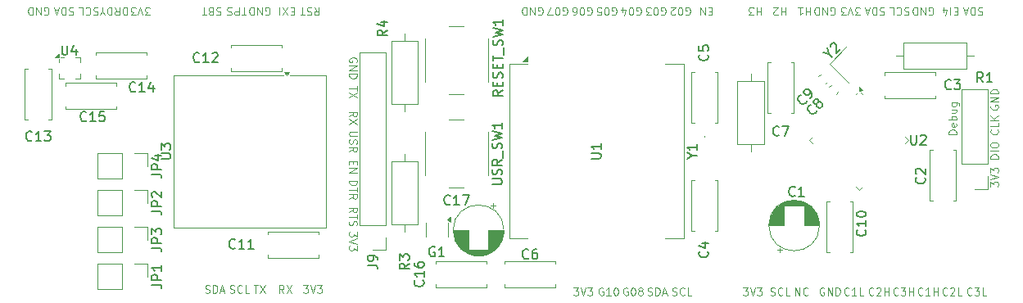
<source format=gbr>
%TF.GenerationSoftware,KiCad,Pcbnew,8.0.2-8.0.2-0~ubuntu22.04.1*%
%TF.CreationDate,2024-05-31T00:48:12+02:00*%
%TF.ProjectId,Version 1,56657273-696f-46e2-9031-2e6b69636164,1*%
%TF.SameCoordinates,Original*%
%TF.FileFunction,Legend,Top*%
%TF.FilePolarity,Positive*%
%FSLAX46Y46*%
G04 Gerber Fmt 4.6, Leading zero omitted, Abs format (unit mm)*
G04 Created by KiCad (PCBNEW 8.0.2-8.0.2-0~ubuntu22.04.1) date 2024-05-31 00:48:12*
%MOMM*%
%LPD*%
G01*
G04 APERTURE LIST*
%ADD10C,0.100000*%
%ADD11C,0.150000*%
%ADD12C,0.120000*%
G04 APERTURE END LIST*
D10*
X146696895Y-59947734D02*
X145896895Y-59947734D01*
X145896895Y-59947734D02*
X145896895Y-59757258D01*
X145896895Y-59757258D02*
X145934990Y-59642972D01*
X145934990Y-59642972D02*
X146011180Y-59566782D01*
X146011180Y-59566782D02*
X146087371Y-59528687D01*
X146087371Y-59528687D02*
X146239752Y-59490591D01*
X146239752Y-59490591D02*
X146354038Y-59490591D01*
X146354038Y-59490591D02*
X146506419Y-59528687D01*
X146506419Y-59528687D02*
X146582609Y-59566782D01*
X146582609Y-59566782D02*
X146658800Y-59642972D01*
X146658800Y-59642972D02*
X146696895Y-59757258D01*
X146696895Y-59757258D02*
X146696895Y-59947734D01*
X146696895Y-59147734D02*
X145896895Y-59147734D01*
X145896895Y-58614401D02*
X145896895Y-58462020D01*
X145896895Y-58462020D02*
X145934990Y-58385830D01*
X145934990Y-58385830D02*
X146011180Y-58309639D01*
X146011180Y-58309639D02*
X146163561Y-58271544D01*
X146163561Y-58271544D02*
X146430228Y-58271544D01*
X146430228Y-58271544D02*
X146582609Y-58309639D01*
X146582609Y-58309639D02*
X146658800Y-58385830D01*
X146658800Y-58385830D02*
X146696895Y-58462020D01*
X146696895Y-58462020D02*
X146696895Y-58614401D01*
X146696895Y-58614401D02*
X146658800Y-58690592D01*
X146658800Y-58690592D02*
X146582609Y-58766782D01*
X146582609Y-58766782D02*
X146430228Y-58804878D01*
X146430228Y-58804878D02*
X146163561Y-58804878D01*
X146163561Y-58804878D02*
X146011180Y-58766782D01*
X146011180Y-58766782D02*
X145934990Y-58690592D01*
X145934990Y-58690592D02*
X145896895Y-58614401D01*
X101686687Y-45061009D02*
X101762877Y-45099104D01*
X101762877Y-45099104D02*
X101877163Y-45099104D01*
X101877163Y-45099104D02*
X101991449Y-45061009D01*
X101991449Y-45061009D02*
X102067639Y-44984819D01*
X102067639Y-44984819D02*
X102105734Y-44908628D01*
X102105734Y-44908628D02*
X102143830Y-44756247D01*
X102143830Y-44756247D02*
X102143830Y-44641961D01*
X102143830Y-44641961D02*
X102105734Y-44489580D01*
X102105734Y-44489580D02*
X102067639Y-44413390D01*
X102067639Y-44413390D02*
X101991449Y-44337200D01*
X101991449Y-44337200D02*
X101877163Y-44299104D01*
X101877163Y-44299104D02*
X101800972Y-44299104D01*
X101800972Y-44299104D02*
X101686687Y-44337200D01*
X101686687Y-44337200D02*
X101648591Y-44375295D01*
X101648591Y-44375295D02*
X101648591Y-44641961D01*
X101648591Y-44641961D02*
X101800972Y-44641961D01*
X101153353Y-45099104D02*
X101077163Y-45099104D01*
X101077163Y-45099104D02*
X101000972Y-45061009D01*
X101000972Y-45061009D02*
X100962877Y-45022914D01*
X100962877Y-45022914D02*
X100924782Y-44946723D01*
X100924782Y-44946723D02*
X100886687Y-44794342D01*
X100886687Y-44794342D02*
X100886687Y-44603866D01*
X100886687Y-44603866D02*
X100924782Y-44451485D01*
X100924782Y-44451485D02*
X100962877Y-44375295D01*
X100962877Y-44375295D02*
X101000972Y-44337200D01*
X101000972Y-44337200D02*
X101077163Y-44299104D01*
X101077163Y-44299104D02*
X101153353Y-44299104D01*
X101153353Y-44299104D02*
X101229544Y-44337200D01*
X101229544Y-44337200D02*
X101267639Y-44375295D01*
X101267639Y-44375295D02*
X101305734Y-44451485D01*
X101305734Y-44451485D02*
X101343830Y-44603866D01*
X101343830Y-44603866D02*
X101343830Y-44794342D01*
X101343830Y-44794342D02*
X101305734Y-44946723D01*
X101305734Y-44946723D02*
X101267639Y-45022914D01*
X101267639Y-45022914D02*
X101229544Y-45061009D01*
X101229544Y-45061009D02*
X101153353Y-45099104D01*
X100620020Y-45099104D02*
X100086686Y-45099104D01*
X100086686Y-45099104D02*
X100429544Y-44299104D01*
X67262169Y-73778800D02*
X67376455Y-73816895D01*
X67376455Y-73816895D02*
X67566931Y-73816895D01*
X67566931Y-73816895D02*
X67643122Y-73778800D01*
X67643122Y-73778800D02*
X67681217Y-73740704D01*
X67681217Y-73740704D02*
X67719312Y-73664514D01*
X67719312Y-73664514D02*
X67719312Y-73588323D01*
X67719312Y-73588323D02*
X67681217Y-73512133D01*
X67681217Y-73512133D02*
X67643122Y-73474038D01*
X67643122Y-73474038D02*
X67566931Y-73435942D01*
X67566931Y-73435942D02*
X67414550Y-73397847D01*
X67414550Y-73397847D02*
X67338360Y-73359752D01*
X67338360Y-73359752D02*
X67300265Y-73321657D01*
X67300265Y-73321657D02*
X67262169Y-73245466D01*
X67262169Y-73245466D02*
X67262169Y-73169276D01*
X67262169Y-73169276D02*
X67300265Y-73093085D01*
X67300265Y-73093085D02*
X67338360Y-73054990D01*
X67338360Y-73054990D02*
X67414550Y-73016895D01*
X67414550Y-73016895D02*
X67605027Y-73016895D01*
X67605027Y-73016895D02*
X67719312Y-73054990D01*
X68519313Y-73740704D02*
X68481217Y-73778800D01*
X68481217Y-73778800D02*
X68366932Y-73816895D01*
X68366932Y-73816895D02*
X68290741Y-73816895D01*
X68290741Y-73816895D02*
X68176455Y-73778800D01*
X68176455Y-73778800D02*
X68100265Y-73702609D01*
X68100265Y-73702609D02*
X68062170Y-73626419D01*
X68062170Y-73626419D02*
X68024074Y-73474038D01*
X68024074Y-73474038D02*
X68024074Y-73359752D01*
X68024074Y-73359752D02*
X68062170Y-73207371D01*
X68062170Y-73207371D02*
X68100265Y-73131180D01*
X68100265Y-73131180D02*
X68176455Y-73054990D01*
X68176455Y-73054990D02*
X68290741Y-73016895D01*
X68290741Y-73016895D02*
X68366932Y-73016895D01*
X68366932Y-73016895D02*
X68481217Y-73054990D01*
X68481217Y-73054990D02*
X68519313Y-73093085D01*
X69243122Y-73816895D02*
X68862170Y-73816895D01*
X68862170Y-73816895D02*
X68862170Y-73016895D01*
X80367009Y-49951312D02*
X80405104Y-49875122D01*
X80405104Y-49875122D02*
X80405104Y-49760836D01*
X80405104Y-49760836D02*
X80367009Y-49646550D01*
X80367009Y-49646550D02*
X80290819Y-49570360D01*
X80290819Y-49570360D02*
X80214628Y-49532265D01*
X80214628Y-49532265D02*
X80062247Y-49494169D01*
X80062247Y-49494169D02*
X79947961Y-49494169D01*
X79947961Y-49494169D02*
X79795580Y-49532265D01*
X79795580Y-49532265D02*
X79719390Y-49570360D01*
X79719390Y-49570360D02*
X79643200Y-49646550D01*
X79643200Y-49646550D02*
X79605104Y-49760836D01*
X79605104Y-49760836D02*
X79605104Y-49837027D01*
X79605104Y-49837027D02*
X79643200Y-49951312D01*
X79643200Y-49951312D02*
X79681295Y-49989408D01*
X79681295Y-49989408D02*
X79947961Y-49989408D01*
X79947961Y-49989408D02*
X79947961Y-49837027D01*
X79605104Y-50332265D02*
X80405104Y-50332265D01*
X80405104Y-50332265D02*
X79605104Y-50789408D01*
X79605104Y-50789408D02*
X80405104Y-50789408D01*
X79605104Y-51170360D02*
X80405104Y-51170360D01*
X80405104Y-51170360D02*
X80405104Y-51360836D01*
X80405104Y-51360836D02*
X80367009Y-51475122D01*
X80367009Y-51475122D02*
X80290819Y-51551312D01*
X80290819Y-51551312D02*
X80214628Y-51589407D01*
X80214628Y-51589407D02*
X80062247Y-51627503D01*
X80062247Y-51627503D02*
X79947961Y-51627503D01*
X79947961Y-51627503D02*
X79795580Y-51589407D01*
X79795580Y-51589407D02*
X79719390Y-51551312D01*
X79719390Y-51551312D02*
X79643200Y-51475122D01*
X79643200Y-51475122D02*
X79605104Y-51360836D01*
X79605104Y-51360836D02*
X79605104Y-51170360D01*
X122159734Y-44305104D02*
X122159734Y-45105104D01*
X122159734Y-44724152D02*
X121702591Y-44724152D01*
X121702591Y-44305104D02*
X121702591Y-45105104D01*
X121397830Y-45105104D02*
X120902592Y-45105104D01*
X120902592Y-45105104D02*
X121169258Y-44800342D01*
X121169258Y-44800342D02*
X121054973Y-44800342D01*
X121054973Y-44800342D02*
X120978782Y-44762247D01*
X120978782Y-44762247D02*
X120940687Y-44724152D01*
X120940687Y-44724152D02*
X120902592Y-44647961D01*
X120902592Y-44647961D02*
X120902592Y-44457485D01*
X120902592Y-44457485D02*
X120940687Y-44381295D01*
X120940687Y-44381295D02*
X120978782Y-44343200D01*
X120978782Y-44343200D02*
X121054973Y-44305104D01*
X121054973Y-44305104D02*
X121283544Y-44305104D01*
X121283544Y-44305104D02*
X121359735Y-44343200D01*
X121359735Y-44343200D02*
X121397830Y-44381295D01*
X137437830Y-44343200D02*
X137323544Y-44305104D01*
X137323544Y-44305104D02*
X137133068Y-44305104D01*
X137133068Y-44305104D02*
X137056877Y-44343200D01*
X137056877Y-44343200D02*
X137018782Y-44381295D01*
X137018782Y-44381295D02*
X136980687Y-44457485D01*
X136980687Y-44457485D02*
X136980687Y-44533676D01*
X136980687Y-44533676D02*
X137018782Y-44609866D01*
X137018782Y-44609866D02*
X137056877Y-44647961D01*
X137056877Y-44647961D02*
X137133068Y-44686057D01*
X137133068Y-44686057D02*
X137285449Y-44724152D01*
X137285449Y-44724152D02*
X137361639Y-44762247D01*
X137361639Y-44762247D02*
X137399734Y-44800342D01*
X137399734Y-44800342D02*
X137437830Y-44876533D01*
X137437830Y-44876533D02*
X137437830Y-44952723D01*
X137437830Y-44952723D02*
X137399734Y-45028914D01*
X137399734Y-45028914D02*
X137361639Y-45067009D01*
X137361639Y-45067009D02*
X137285449Y-45105104D01*
X137285449Y-45105104D02*
X137094972Y-45105104D01*
X137094972Y-45105104D02*
X136980687Y-45067009D01*
X136180686Y-44381295D02*
X136218782Y-44343200D01*
X136218782Y-44343200D02*
X136333067Y-44305104D01*
X136333067Y-44305104D02*
X136409258Y-44305104D01*
X136409258Y-44305104D02*
X136523544Y-44343200D01*
X136523544Y-44343200D02*
X136599734Y-44419390D01*
X136599734Y-44419390D02*
X136637829Y-44495580D01*
X136637829Y-44495580D02*
X136675925Y-44647961D01*
X136675925Y-44647961D02*
X136675925Y-44762247D01*
X136675925Y-44762247D02*
X136637829Y-44914628D01*
X136637829Y-44914628D02*
X136599734Y-44990819D01*
X136599734Y-44990819D02*
X136523544Y-45067009D01*
X136523544Y-45067009D02*
X136409258Y-45105104D01*
X136409258Y-45105104D02*
X136333067Y-45105104D01*
X136333067Y-45105104D02*
X136218782Y-45067009D01*
X136218782Y-45067009D02*
X136180686Y-45028914D01*
X135456877Y-44305104D02*
X135837829Y-44305104D01*
X135837829Y-44305104D02*
X135837829Y-45105104D01*
X80405104Y-57152265D02*
X79757485Y-57152265D01*
X79757485Y-57152265D02*
X79681295Y-57190360D01*
X79681295Y-57190360D02*
X79643200Y-57228455D01*
X79643200Y-57228455D02*
X79605104Y-57304646D01*
X79605104Y-57304646D02*
X79605104Y-57457027D01*
X79605104Y-57457027D02*
X79643200Y-57533217D01*
X79643200Y-57533217D02*
X79681295Y-57571312D01*
X79681295Y-57571312D02*
X79757485Y-57609408D01*
X79757485Y-57609408D02*
X80405104Y-57609408D01*
X79643200Y-57952264D02*
X79605104Y-58066550D01*
X79605104Y-58066550D02*
X79605104Y-58257026D01*
X79605104Y-58257026D02*
X79643200Y-58333217D01*
X79643200Y-58333217D02*
X79681295Y-58371312D01*
X79681295Y-58371312D02*
X79757485Y-58409407D01*
X79757485Y-58409407D02*
X79833676Y-58409407D01*
X79833676Y-58409407D02*
X79909866Y-58371312D01*
X79909866Y-58371312D02*
X79947961Y-58333217D01*
X79947961Y-58333217D02*
X79986057Y-58257026D01*
X79986057Y-58257026D02*
X80024152Y-58104645D01*
X80024152Y-58104645D02*
X80062247Y-58028455D01*
X80062247Y-58028455D02*
X80100342Y-57990360D01*
X80100342Y-57990360D02*
X80176533Y-57952264D01*
X80176533Y-57952264D02*
X80252723Y-57952264D01*
X80252723Y-57952264D02*
X80328914Y-57990360D01*
X80328914Y-57990360D02*
X80367009Y-58028455D01*
X80367009Y-58028455D02*
X80405104Y-58104645D01*
X80405104Y-58104645D02*
X80405104Y-58295122D01*
X80405104Y-58295122D02*
X80367009Y-58409407D01*
X79605104Y-59209408D02*
X79986057Y-58942741D01*
X79605104Y-58752265D02*
X80405104Y-58752265D01*
X80405104Y-58752265D02*
X80405104Y-59057027D01*
X80405104Y-59057027D02*
X80367009Y-59133217D01*
X80367009Y-59133217D02*
X80328914Y-59171312D01*
X80328914Y-59171312D02*
X80252723Y-59209408D01*
X80252723Y-59209408D02*
X80138438Y-59209408D01*
X80138438Y-59209408D02*
X80062247Y-59171312D01*
X80062247Y-59171312D02*
X80024152Y-59133217D01*
X80024152Y-59133217D02*
X79986057Y-59057027D01*
X79986057Y-59057027D02*
X79986057Y-58752265D01*
X146620704Y-56950591D02*
X146658800Y-56988687D01*
X146658800Y-56988687D02*
X146696895Y-57102972D01*
X146696895Y-57102972D02*
X146696895Y-57179163D01*
X146696895Y-57179163D02*
X146658800Y-57293449D01*
X146658800Y-57293449D02*
X146582609Y-57369639D01*
X146582609Y-57369639D02*
X146506419Y-57407734D01*
X146506419Y-57407734D02*
X146354038Y-57445830D01*
X146354038Y-57445830D02*
X146239752Y-57445830D01*
X146239752Y-57445830D02*
X146087371Y-57407734D01*
X146087371Y-57407734D02*
X146011180Y-57369639D01*
X146011180Y-57369639D02*
X145934990Y-57293449D01*
X145934990Y-57293449D02*
X145896895Y-57179163D01*
X145896895Y-57179163D02*
X145896895Y-57102972D01*
X145896895Y-57102972D02*
X145934990Y-56988687D01*
X145934990Y-56988687D02*
X145973085Y-56950591D01*
X146696895Y-56226782D02*
X146696895Y-56607734D01*
X146696895Y-56607734D02*
X145896895Y-56607734D01*
X146696895Y-55960115D02*
X145896895Y-55960115D01*
X146696895Y-55502972D02*
X146239752Y-55845830D01*
X145896895Y-55502972D02*
X146354038Y-55960115D01*
X134897830Y-44343200D02*
X134783544Y-44305104D01*
X134783544Y-44305104D02*
X134593068Y-44305104D01*
X134593068Y-44305104D02*
X134516877Y-44343200D01*
X134516877Y-44343200D02*
X134478782Y-44381295D01*
X134478782Y-44381295D02*
X134440687Y-44457485D01*
X134440687Y-44457485D02*
X134440687Y-44533676D01*
X134440687Y-44533676D02*
X134478782Y-44609866D01*
X134478782Y-44609866D02*
X134516877Y-44647961D01*
X134516877Y-44647961D02*
X134593068Y-44686057D01*
X134593068Y-44686057D02*
X134745449Y-44724152D01*
X134745449Y-44724152D02*
X134821639Y-44762247D01*
X134821639Y-44762247D02*
X134859734Y-44800342D01*
X134859734Y-44800342D02*
X134897830Y-44876533D01*
X134897830Y-44876533D02*
X134897830Y-44952723D01*
X134897830Y-44952723D02*
X134859734Y-45028914D01*
X134859734Y-45028914D02*
X134821639Y-45067009D01*
X134821639Y-45067009D02*
X134745449Y-45105104D01*
X134745449Y-45105104D02*
X134554972Y-45105104D01*
X134554972Y-45105104D02*
X134440687Y-45067009D01*
X134097829Y-44305104D02*
X134097829Y-45105104D01*
X134097829Y-45105104D02*
X133907353Y-45105104D01*
X133907353Y-45105104D02*
X133793067Y-45067009D01*
X133793067Y-45067009D02*
X133716877Y-44990819D01*
X133716877Y-44990819D02*
X133678782Y-44914628D01*
X133678782Y-44914628D02*
X133640686Y-44762247D01*
X133640686Y-44762247D02*
X133640686Y-44647961D01*
X133640686Y-44647961D02*
X133678782Y-44495580D01*
X133678782Y-44495580D02*
X133716877Y-44419390D01*
X133716877Y-44419390D02*
X133793067Y-44343200D01*
X133793067Y-44343200D02*
X133907353Y-44305104D01*
X133907353Y-44305104D02*
X134097829Y-44305104D01*
X133335925Y-44533676D02*
X132954972Y-44533676D01*
X133412115Y-44305104D02*
X133145448Y-45105104D01*
X133145448Y-45105104D02*
X132878782Y-44305104D01*
X48080687Y-45067009D02*
X48156877Y-45105104D01*
X48156877Y-45105104D02*
X48271163Y-45105104D01*
X48271163Y-45105104D02*
X48385449Y-45067009D01*
X48385449Y-45067009D02*
X48461639Y-44990819D01*
X48461639Y-44990819D02*
X48499734Y-44914628D01*
X48499734Y-44914628D02*
X48537830Y-44762247D01*
X48537830Y-44762247D02*
X48537830Y-44647961D01*
X48537830Y-44647961D02*
X48499734Y-44495580D01*
X48499734Y-44495580D02*
X48461639Y-44419390D01*
X48461639Y-44419390D02*
X48385449Y-44343200D01*
X48385449Y-44343200D02*
X48271163Y-44305104D01*
X48271163Y-44305104D02*
X48194972Y-44305104D01*
X48194972Y-44305104D02*
X48080687Y-44343200D01*
X48080687Y-44343200D02*
X48042591Y-44381295D01*
X48042591Y-44381295D02*
X48042591Y-44647961D01*
X48042591Y-44647961D02*
X48194972Y-44647961D01*
X47699734Y-44305104D02*
X47699734Y-45105104D01*
X47699734Y-45105104D02*
X47242591Y-44305104D01*
X47242591Y-44305104D02*
X47242591Y-45105104D01*
X46861639Y-44305104D02*
X46861639Y-45105104D01*
X46861639Y-45105104D02*
X46671163Y-45105104D01*
X46671163Y-45105104D02*
X46556877Y-45067009D01*
X46556877Y-45067009D02*
X46480687Y-44990819D01*
X46480687Y-44990819D02*
X46442592Y-44914628D01*
X46442592Y-44914628D02*
X46404496Y-44762247D01*
X46404496Y-44762247D02*
X46404496Y-44647961D01*
X46404496Y-44647961D02*
X46442592Y-44495580D01*
X46442592Y-44495580D02*
X46480687Y-44419390D01*
X46480687Y-44419390D02*
X46556877Y-44343200D01*
X46556877Y-44343200D02*
X46671163Y-44305104D01*
X46671163Y-44305104D02*
X46861639Y-44305104D01*
X79605104Y-65483408D02*
X79986057Y-65216741D01*
X79605104Y-65026265D02*
X80405104Y-65026265D01*
X80405104Y-65026265D02*
X80405104Y-65331027D01*
X80405104Y-65331027D02*
X80367009Y-65407217D01*
X80367009Y-65407217D02*
X80328914Y-65445312D01*
X80328914Y-65445312D02*
X80252723Y-65483408D01*
X80252723Y-65483408D02*
X80138438Y-65483408D01*
X80138438Y-65483408D02*
X80062247Y-65445312D01*
X80062247Y-65445312D02*
X80024152Y-65407217D01*
X80024152Y-65407217D02*
X79986057Y-65331027D01*
X79986057Y-65331027D02*
X79986057Y-65026265D01*
X80405104Y-65711979D02*
X80405104Y-66169122D01*
X79605104Y-65940550D02*
X80405104Y-65940550D01*
X79643200Y-66397693D02*
X79605104Y-66511979D01*
X79605104Y-66511979D02*
X79605104Y-66702455D01*
X79605104Y-66702455D02*
X79643200Y-66778646D01*
X79643200Y-66778646D02*
X79681295Y-66816741D01*
X79681295Y-66816741D02*
X79757485Y-66854836D01*
X79757485Y-66854836D02*
X79833676Y-66854836D01*
X79833676Y-66854836D02*
X79909866Y-66816741D01*
X79909866Y-66816741D02*
X79947961Y-66778646D01*
X79947961Y-66778646D02*
X79986057Y-66702455D01*
X79986057Y-66702455D02*
X80024152Y-66550074D01*
X80024152Y-66550074D02*
X80062247Y-66473884D01*
X80062247Y-66473884D02*
X80100342Y-66435789D01*
X80100342Y-66435789D02*
X80176533Y-66397693D01*
X80176533Y-66397693D02*
X80252723Y-66397693D01*
X80252723Y-66397693D02*
X80328914Y-66435789D01*
X80328914Y-66435789D02*
X80367009Y-66473884D01*
X80367009Y-66473884D02*
X80405104Y-66550074D01*
X80405104Y-66550074D02*
X80405104Y-66740551D01*
X80405104Y-66740551D02*
X80367009Y-66854836D01*
X53617830Y-44343200D02*
X53503544Y-44305104D01*
X53503544Y-44305104D02*
X53313068Y-44305104D01*
X53313068Y-44305104D02*
X53236877Y-44343200D01*
X53236877Y-44343200D02*
X53198782Y-44381295D01*
X53198782Y-44381295D02*
X53160687Y-44457485D01*
X53160687Y-44457485D02*
X53160687Y-44533676D01*
X53160687Y-44533676D02*
X53198782Y-44609866D01*
X53198782Y-44609866D02*
X53236877Y-44647961D01*
X53236877Y-44647961D02*
X53313068Y-44686057D01*
X53313068Y-44686057D02*
X53465449Y-44724152D01*
X53465449Y-44724152D02*
X53541639Y-44762247D01*
X53541639Y-44762247D02*
X53579734Y-44800342D01*
X53579734Y-44800342D02*
X53617830Y-44876533D01*
X53617830Y-44876533D02*
X53617830Y-44952723D01*
X53617830Y-44952723D02*
X53579734Y-45028914D01*
X53579734Y-45028914D02*
X53541639Y-45067009D01*
X53541639Y-45067009D02*
X53465449Y-45105104D01*
X53465449Y-45105104D02*
X53274972Y-45105104D01*
X53274972Y-45105104D02*
X53160687Y-45067009D01*
X52360686Y-44381295D02*
X52398782Y-44343200D01*
X52398782Y-44343200D02*
X52513067Y-44305104D01*
X52513067Y-44305104D02*
X52589258Y-44305104D01*
X52589258Y-44305104D02*
X52703544Y-44343200D01*
X52703544Y-44343200D02*
X52779734Y-44419390D01*
X52779734Y-44419390D02*
X52817829Y-44495580D01*
X52817829Y-44495580D02*
X52855925Y-44647961D01*
X52855925Y-44647961D02*
X52855925Y-44762247D01*
X52855925Y-44762247D02*
X52817829Y-44914628D01*
X52817829Y-44914628D02*
X52779734Y-44990819D01*
X52779734Y-44990819D02*
X52703544Y-45067009D01*
X52703544Y-45067009D02*
X52589258Y-45105104D01*
X52589258Y-45105104D02*
X52513067Y-45105104D01*
X52513067Y-45105104D02*
X52398782Y-45067009D01*
X52398782Y-45067009D02*
X52360686Y-45028914D01*
X51636877Y-44305104D02*
X52017829Y-44305104D01*
X52017829Y-44305104D02*
X52017829Y-45105104D01*
X111846687Y-45061009D02*
X111922877Y-45099104D01*
X111922877Y-45099104D02*
X112037163Y-45099104D01*
X112037163Y-45099104D02*
X112151449Y-45061009D01*
X112151449Y-45061009D02*
X112227639Y-44984819D01*
X112227639Y-44984819D02*
X112265734Y-44908628D01*
X112265734Y-44908628D02*
X112303830Y-44756247D01*
X112303830Y-44756247D02*
X112303830Y-44641961D01*
X112303830Y-44641961D02*
X112265734Y-44489580D01*
X112265734Y-44489580D02*
X112227639Y-44413390D01*
X112227639Y-44413390D02*
X112151449Y-44337200D01*
X112151449Y-44337200D02*
X112037163Y-44299104D01*
X112037163Y-44299104D02*
X111960972Y-44299104D01*
X111960972Y-44299104D02*
X111846687Y-44337200D01*
X111846687Y-44337200D02*
X111808591Y-44375295D01*
X111808591Y-44375295D02*
X111808591Y-44641961D01*
X111808591Y-44641961D02*
X111960972Y-44641961D01*
X111313353Y-45099104D02*
X111237163Y-45099104D01*
X111237163Y-45099104D02*
X111160972Y-45061009D01*
X111160972Y-45061009D02*
X111122877Y-45022914D01*
X111122877Y-45022914D02*
X111084782Y-44946723D01*
X111084782Y-44946723D02*
X111046687Y-44794342D01*
X111046687Y-44794342D02*
X111046687Y-44603866D01*
X111046687Y-44603866D02*
X111084782Y-44451485D01*
X111084782Y-44451485D02*
X111122877Y-44375295D01*
X111122877Y-44375295D02*
X111160972Y-44337200D01*
X111160972Y-44337200D02*
X111237163Y-44299104D01*
X111237163Y-44299104D02*
X111313353Y-44299104D01*
X111313353Y-44299104D02*
X111389544Y-44337200D01*
X111389544Y-44337200D02*
X111427639Y-44375295D01*
X111427639Y-44375295D02*
X111465734Y-44451485D01*
X111465734Y-44451485D02*
X111503830Y-44603866D01*
X111503830Y-44603866D02*
X111503830Y-44794342D01*
X111503830Y-44794342D02*
X111465734Y-44946723D01*
X111465734Y-44946723D02*
X111427639Y-45022914D01*
X111427639Y-45022914D02*
X111389544Y-45061009D01*
X111389544Y-45061009D02*
X111313353Y-45099104D01*
X110780020Y-45099104D02*
X110284782Y-45099104D01*
X110284782Y-45099104D02*
X110551448Y-44794342D01*
X110551448Y-44794342D02*
X110437163Y-44794342D01*
X110437163Y-44794342D02*
X110360972Y-44756247D01*
X110360972Y-44756247D02*
X110322877Y-44718152D01*
X110322877Y-44718152D02*
X110284782Y-44641961D01*
X110284782Y-44641961D02*
X110284782Y-44451485D01*
X110284782Y-44451485D02*
X110322877Y-44375295D01*
X110322877Y-44375295D02*
X110360972Y-44337200D01*
X110360972Y-44337200D02*
X110437163Y-44299104D01*
X110437163Y-44299104D02*
X110665734Y-44299104D01*
X110665734Y-44299104D02*
X110741925Y-44337200D01*
X110741925Y-44337200D02*
X110780020Y-44375295D01*
X131257408Y-73994704D02*
X131219312Y-74032800D01*
X131219312Y-74032800D02*
X131105027Y-74070895D01*
X131105027Y-74070895D02*
X131028836Y-74070895D01*
X131028836Y-74070895D02*
X130914550Y-74032800D01*
X130914550Y-74032800D02*
X130838360Y-73956609D01*
X130838360Y-73956609D02*
X130800265Y-73880419D01*
X130800265Y-73880419D02*
X130762169Y-73728038D01*
X130762169Y-73728038D02*
X130762169Y-73613752D01*
X130762169Y-73613752D02*
X130800265Y-73461371D01*
X130800265Y-73461371D02*
X130838360Y-73385180D01*
X130838360Y-73385180D02*
X130914550Y-73308990D01*
X130914550Y-73308990D02*
X131028836Y-73270895D01*
X131028836Y-73270895D02*
X131105027Y-73270895D01*
X131105027Y-73270895D02*
X131219312Y-73308990D01*
X131219312Y-73308990D02*
X131257408Y-73347085D01*
X132019312Y-74070895D02*
X131562169Y-74070895D01*
X131790741Y-74070895D02*
X131790741Y-73270895D01*
X131790741Y-73270895D02*
X131714550Y-73385180D01*
X131714550Y-73385180D02*
X131638360Y-73461371D01*
X131638360Y-73461371D02*
X131562169Y-73499466D01*
X132743122Y-74070895D02*
X132362170Y-74070895D01*
X132362170Y-74070895D02*
X132362170Y-73270895D01*
X142479734Y-44724152D02*
X142213068Y-44724152D01*
X142098782Y-44305104D02*
X142479734Y-44305104D01*
X142479734Y-44305104D02*
X142479734Y-45105104D01*
X142479734Y-45105104D02*
X142098782Y-45105104D01*
X141755924Y-44305104D02*
X141755924Y-45105104D01*
X141032115Y-44838438D02*
X141032115Y-44305104D01*
X141222591Y-45143200D02*
X141413068Y-44571771D01*
X141413068Y-44571771D02*
X140917829Y-44571771D01*
X80405104Y-67490074D02*
X80405104Y-67985312D01*
X80405104Y-67985312D02*
X80100342Y-67718646D01*
X80100342Y-67718646D02*
X80100342Y-67832931D01*
X80100342Y-67832931D02*
X80062247Y-67909122D01*
X80062247Y-67909122D02*
X80024152Y-67947217D01*
X80024152Y-67947217D02*
X79947961Y-67985312D01*
X79947961Y-67985312D02*
X79757485Y-67985312D01*
X79757485Y-67985312D02*
X79681295Y-67947217D01*
X79681295Y-67947217D02*
X79643200Y-67909122D01*
X79643200Y-67909122D02*
X79605104Y-67832931D01*
X79605104Y-67832931D02*
X79605104Y-67604360D01*
X79605104Y-67604360D02*
X79643200Y-67528169D01*
X79643200Y-67528169D02*
X79681295Y-67490074D01*
X80405104Y-68213884D02*
X79605104Y-68480551D01*
X79605104Y-68480551D02*
X80405104Y-68747217D01*
X80405104Y-68937693D02*
X80405104Y-69432931D01*
X80405104Y-69432931D02*
X80100342Y-69166265D01*
X80100342Y-69166265D02*
X80100342Y-69280550D01*
X80100342Y-69280550D02*
X80062247Y-69356741D01*
X80062247Y-69356741D02*
X80024152Y-69394836D01*
X80024152Y-69394836D02*
X79947961Y-69432931D01*
X79947961Y-69432931D02*
X79757485Y-69432931D01*
X79757485Y-69432931D02*
X79681295Y-69394836D01*
X79681295Y-69394836D02*
X79643200Y-69356741D01*
X79643200Y-69356741D02*
X79605104Y-69280550D01*
X79605104Y-69280550D02*
X79605104Y-69051979D01*
X79605104Y-69051979D02*
X79643200Y-68975788D01*
X79643200Y-68975788D02*
X79681295Y-68937693D01*
X74844074Y-73016895D02*
X75339312Y-73016895D01*
X75339312Y-73016895D02*
X75072646Y-73321657D01*
X75072646Y-73321657D02*
X75186931Y-73321657D01*
X75186931Y-73321657D02*
X75263122Y-73359752D01*
X75263122Y-73359752D02*
X75301217Y-73397847D01*
X75301217Y-73397847D02*
X75339312Y-73474038D01*
X75339312Y-73474038D02*
X75339312Y-73664514D01*
X75339312Y-73664514D02*
X75301217Y-73740704D01*
X75301217Y-73740704D02*
X75263122Y-73778800D01*
X75263122Y-73778800D02*
X75186931Y-73816895D01*
X75186931Y-73816895D02*
X74958360Y-73816895D01*
X74958360Y-73816895D02*
X74882169Y-73778800D01*
X74882169Y-73778800D02*
X74844074Y-73740704D01*
X75567884Y-73016895D02*
X75834551Y-73816895D01*
X75834551Y-73816895D02*
X76101217Y-73016895D01*
X76291693Y-73016895D02*
X76786931Y-73016895D01*
X76786931Y-73016895D02*
X76520265Y-73321657D01*
X76520265Y-73321657D02*
X76634550Y-73321657D01*
X76634550Y-73321657D02*
X76710741Y-73359752D01*
X76710741Y-73359752D02*
X76748836Y-73397847D01*
X76748836Y-73397847D02*
X76786931Y-73474038D01*
X76786931Y-73474038D02*
X76786931Y-73664514D01*
X76786931Y-73664514D02*
X76748836Y-73740704D01*
X76748836Y-73740704D02*
X76710741Y-73778800D01*
X76710741Y-73778800D02*
X76634550Y-73816895D01*
X76634550Y-73816895D02*
X76405979Y-73816895D01*
X76405979Y-73816895D02*
X76329788Y-73778800D01*
X76329788Y-73778800D02*
X76291693Y-73740704D01*
X99146687Y-45061009D02*
X99222877Y-45099104D01*
X99222877Y-45099104D02*
X99337163Y-45099104D01*
X99337163Y-45099104D02*
X99451449Y-45061009D01*
X99451449Y-45061009D02*
X99527639Y-44984819D01*
X99527639Y-44984819D02*
X99565734Y-44908628D01*
X99565734Y-44908628D02*
X99603830Y-44756247D01*
X99603830Y-44756247D02*
X99603830Y-44641961D01*
X99603830Y-44641961D02*
X99565734Y-44489580D01*
X99565734Y-44489580D02*
X99527639Y-44413390D01*
X99527639Y-44413390D02*
X99451449Y-44337200D01*
X99451449Y-44337200D02*
X99337163Y-44299104D01*
X99337163Y-44299104D02*
X99260972Y-44299104D01*
X99260972Y-44299104D02*
X99146687Y-44337200D01*
X99146687Y-44337200D02*
X99108591Y-44375295D01*
X99108591Y-44375295D02*
X99108591Y-44641961D01*
X99108591Y-44641961D02*
X99260972Y-44641961D01*
X98765734Y-44299104D02*
X98765734Y-45099104D01*
X98765734Y-45099104D02*
X98308591Y-44299104D01*
X98308591Y-44299104D02*
X98308591Y-45099104D01*
X97927639Y-44299104D02*
X97927639Y-45099104D01*
X97927639Y-45099104D02*
X97737163Y-45099104D01*
X97737163Y-45099104D02*
X97622877Y-45061009D01*
X97622877Y-45061009D02*
X97546687Y-44984819D01*
X97546687Y-44984819D02*
X97508592Y-44908628D01*
X97508592Y-44908628D02*
X97470496Y-44756247D01*
X97470496Y-44756247D02*
X97470496Y-44641961D01*
X97470496Y-44641961D02*
X97508592Y-44489580D01*
X97508592Y-44489580D02*
X97546687Y-44413390D01*
X97546687Y-44413390D02*
X97622877Y-44337200D01*
X97622877Y-44337200D02*
X97737163Y-44299104D01*
X97737163Y-44299104D02*
X97927639Y-44299104D01*
X123142169Y-74032800D02*
X123256455Y-74070895D01*
X123256455Y-74070895D02*
X123446931Y-74070895D01*
X123446931Y-74070895D02*
X123523122Y-74032800D01*
X123523122Y-74032800D02*
X123561217Y-73994704D01*
X123561217Y-73994704D02*
X123599312Y-73918514D01*
X123599312Y-73918514D02*
X123599312Y-73842323D01*
X123599312Y-73842323D02*
X123561217Y-73766133D01*
X123561217Y-73766133D02*
X123523122Y-73728038D01*
X123523122Y-73728038D02*
X123446931Y-73689942D01*
X123446931Y-73689942D02*
X123294550Y-73651847D01*
X123294550Y-73651847D02*
X123218360Y-73613752D01*
X123218360Y-73613752D02*
X123180265Y-73575657D01*
X123180265Y-73575657D02*
X123142169Y-73499466D01*
X123142169Y-73499466D02*
X123142169Y-73423276D01*
X123142169Y-73423276D02*
X123180265Y-73347085D01*
X123180265Y-73347085D02*
X123218360Y-73308990D01*
X123218360Y-73308990D02*
X123294550Y-73270895D01*
X123294550Y-73270895D02*
X123485027Y-73270895D01*
X123485027Y-73270895D02*
X123599312Y-73308990D01*
X124399313Y-73994704D02*
X124361217Y-74032800D01*
X124361217Y-74032800D02*
X124246932Y-74070895D01*
X124246932Y-74070895D02*
X124170741Y-74070895D01*
X124170741Y-74070895D02*
X124056455Y-74032800D01*
X124056455Y-74032800D02*
X123980265Y-73956609D01*
X123980265Y-73956609D02*
X123942170Y-73880419D01*
X123942170Y-73880419D02*
X123904074Y-73728038D01*
X123904074Y-73728038D02*
X123904074Y-73613752D01*
X123904074Y-73613752D02*
X123942170Y-73461371D01*
X123942170Y-73461371D02*
X123980265Y-73385180D01*
X123980265Y-73385180D02*
X124056455Y-73308990D01*
X124056455Y-73308990D02*
X124170741Y-73270895D01*
X124170741Y-73270895D02*
X124246932Y-73270895D01*
X124246932Y-73270895D02*
X124361217Y-73308990D01*
X124361217Y-73308990D02*
X124399313Y-73347085D01*
X125123122Y-74070895D02*
X124742170Y-74070895D01*
X124742170Y-74070895D02*
X124742170Y-73270895D01*
X110454169Y-74026800D02*
X110568455Y-74064895D01*
X110568455Y-74064895D02*
X110758931Y-74064895D01*
X110758931Y-74064895D02*
X110835122Y-74026800D01*
X110835122Y-74026800D02*
X110873217Y-73988704D01*
X110873217Y-73988704D02*
X110911312Y-73912514D01*
X110911312Y-73912514D02*
X110911312Y-73836323D01*
X110911312Y-73836323D02*
X110873217Y-73760133D01*
X110873217Y-73760133D02*
X110835122Y-73722038D01*
X110835122Y-73722038D02*
X110758931Y-73683942D01*
X110758931Y-73683942D02*
X110606550Y-73645847D01*
X110606550Y-73645847D02*
X110530360Y-73607752D01*
X110530360Y-73607752D02*
X110492265Y-73569657D01*
X110492265Y-73569657D02*
X110454169Y-73493466D01*
X110454169Y-73493466D02*
X110454169Y-73417276D01*
X110454169Y-73417276D02*
X110492265Y-73341085D01*
X110492265Y-73341085D02*
X110530360Y-73302990D01*
X110530360Y-73302990D02*
X110606550Y-73264895D01*
X110606550Y-73264895D02*
X110797027Y-73264895D01*
X110797027Y-73264895D02*
X110911312Y-73302990D01*
X111254170Y-74064895D02*
X111254170Y-73264895D01*
X111254170Y-73264895D02*
X111444646Y-73264895D01*
X111444646Y-73264895D02*
X111558932Y-73302990D01*
X111558932Y-73302990D02*
X111635122Y-73379180D01*
X111635122Y-73379180D02*
X111673217Y-73455371D01*
X111673217Y-73455371D02*
X111711313Y-73607752D01*
X111711313Y-73607752D02*
X111711313Y-73722038D01*
X111711313Y-73722038D02*
X111673217Y-73874419D01*
X111673217Y-73874419D02*
X111635122Y-73950609D01*
X111635122Y-73950609D02*
X111558932Y-74026800D01*
X111558932Y-74026800D02*
X111444646Y-74064895D01*
X111444646Y-74064895D02*
X111254170Y-74064895D01*
X112016074Y-73836323D02*
X112397027Y-73836323D01*
X111939884Y-74064895D02*
X112206551Y-73264895D01*
X112206551Y-73264895D02*
X112473217Y-74064895D01*
X117091734Y-44718152D02*
X116825068Y-44718152D01*
X116710782Y-44299104D02*
X117091734Y-44299104D01*
X117091734Y-44299104D02*
X117091734Y-45099104D01*
X117091734Y-45099104D02*
X116710782Y-45099104D01*
X116367924Y-44299104D02*
X116367924Y-45099104D01*
X116367924Y-45099104D02*
X115910781Y-44299104D01*
X115910781Y-44299104D02*
X115910781Y-45099104D01*
X69725979Y-73016895D02*
X70183122Y-73016895D01*
X69954550Y-73816895D02*
X69954550Y-73016895D01*
X70373598Y-73016895D02*
X70906932Y-73816895D01*
X70906932Y-73016895D02*
X70373598Y-73816895D01*
X139520687Y-45067009D02*
X139596877Y-45105104D01*
X139596877Y-45105104D02*
X139711163Y-45105104D01*
X139711163Y-45105104D02*
X139825449Y-45067009D01*
X139825449Y-45067009D02*
X139901639Y-44990819D01*
X139901639Y-44990819D02*
X139939734Y-44914628D01*
X139939734Y-44914628D02*
X139977830Y-44762247D01*
X139977830Y-44762247D02*
X139977830Y-44647961D01*
X139977830Y-44647961D02*
X139939734Y-44495580D01*
X139939734Y-44495580D02*
X139901639Y-44419390D01*
X139901639Y-44419390D02*
X139825449Y-44343200D01*
X139825449Y-44343200D02*
X139711163Y-44305104D01*
X139711163Y-44305104D02*
X139634972Y-44305104D01*
X139634972Y-44305104D02*
X139520687Y-44343200D01*
X139520687Y-44343200D02*
X139482591Y-44381295D01*
X139482591Y-44381295D02*
X139482591Y-44647961D01*
X139482591Y-44647961D02*
X139634972Y-44647961D01*
X139139734Y-44305104D02*
X139139734Y-45105104D01*
X139139734Y-45105104D02*
X138682591Y-44305104D01*
X138682591Y-44305104D02*
X138682591Y-45105104D01*
X138301639Y-44305104D02*
X138301639Y-45105104D01*
X138301639Y-45105104D02*
X138111163Y-45105104D01*
X138111163Y-45105104D02*
X137996877Y-45067009D01*
X137996877Y-45067009D02*
X137920687Y-44990819D01*
X137920687Y-44990819D02*
X137882592Y-44914628D01*
X137882592Y-44914628D02*
X137844496Y-44762247D01*
X137844496Y-44762247D02*
X137844496Y-44647961D01*
X137844496Y-44647961D02*
X137882592Y-44495580D01*
X137882592Y-44495580D02*
X137920687Y-44419390D01*
X137920687Y-44419390D02*
X137996877Y-44343200D01*
X137996877Y-44343200D02*
X138111163Y-44305104D01*
X138111163Y-44305104D02*
X138301639Y-44305104D01*
X109306687Y-45061009D02*
X109382877Y-45099104D01*
X109382877Y-45099104D02*
X109497163Y-45099104D01*
X109497163Y-45099104D02*
X109611449Y-45061009D01*
X109611449Y-45061009D02*
X109687639Y-44984819D01*
X109687639Y-44984819D02*
X109725734Y-44908628D01*
X109725734Y-44908628D02*
X109763830Y-44756247D01*
X109763830Y-44756247D02*
X109763830Y-44641961D01*
X109763830Y-44641961D02*
X109725734Y-44489580D01*
X109725734Y-44489580D02*
X109687639Y-44413390D01*
X109687639Y-44413390D02*
X109611449Y-44337200D01*
X109611449Y-44337200D02*
X109497163Y-44299104D01*
X109497163Y-44299104D02*
X109420972Y-44299104D01*
X109420972Y-44299104D02*
X109306687Y-44337200D01*
X109306687Y-44337200D02*
X109268591Y-44375295D01*
X109268591Y-44375295D02*
X109268591Y-44641961D01*
X109268591Y-44641961D02*
X109420972Y-44641961D01*
X108773353Y-45099104D02*
X108697163Y-45099104D01*
X108697163Y-45099104D02*
X108620972Y-45061009D01*
X108620972Y-45061009D02*
X108582877Y-45022914D01*
X108582877Y-45022914D02*
X108544782Y-44946723D01*
X108544782Y-44946723D02*
X108506687Y-44794342D01*
X108506687Y-44794342D02*
X108506687Y-44603866D01*
X108506687Y-44603866D02*
X108544782Y-44451485D01*
X108544782Y-44451485D02*
X108582877Y-44375295D01*
X108582877Y-44375295D02*
X108620972Y-44337200D01*
X108620972Y-44337200D02*
X108697163Y-44299104D01*
X108697163Y-44299104D02*
X108773353Y-44299104D01*
X108773353Y-44299104D02*
X108849544Y-44337200D01*
X108849544Y-44337200D02*
X108887639Y-44375295D01*
X108887639Y-44375295D02*
X108925734Y-44451485D01*
X108925734Y-44451485D02*
X108963830Y-44603866D01*
X108963830Y-44603866D02*
X108963830Y-44794342D01*
X108963830Y-44794342D02*
X108925734Y-44946723D01*
X108925734Y-44946723D02*
X108887639Y-45022914D01*
X108887639Y-45022914D02*
X108849544Y-45061009D01*
X108849544Y-45061009D02*
X108773353Y-45099104D01*
X107820972Y-44832438D02*
X107820972Y-44299104D01*
X108011448Y-45137200D02*
X108201925Y-44565771D01*
X108201925Y-44565771D02*
X107706686Y-44565771D01*
X145934990Y-54448687D02*
X145896895Y-54524877D01*
X145896895Y-54524877D02*
X145896895Y-54639163D01*
X145896895Y-54639163D02*
X145934990Y-54753449D01*
X145934990Y-54753449D02*
X146011180Y-54829639D01*
X146011180Y-54829639D02*
X146087371Y-54867734D01*
X146087371Y-54867734D02*
X146239752Y-54905830D01*
X146239752Y-54905830D02*
X146354038Y-54905830D01*
X146354038Y-54905830D02*
X146506419Y-54867734D01*
X146506419Y-54867734D02*
X146582609Y-54829639D01*
X146582609Y-54829639D02*
X146658800Y-54753449D01*
X146658800Y-54753449D02*
X146696895Y-54639163D01*
X146696895Y-54639163D02*
X146696895Y-54562972D01*
X146696895Y-54562972D02*
X146658800Y-54448687D01*
X146658800Y-54448687D02*
X146620704Y-54410591D01*
X146620704Y-54410591D02*
X146354038Y-54410591D01*
X146354038Y-54410591D02*
X146354038Y-54562972D01*
X146696895Y-54067734D02*
X145896895Y-54067734D01*
X145896895Y-54067734D02*
X146696895Y-53610591D01*
X146696895Y-53610591D02*
X145896895Y-53610591D01*
X146696895Y-53229639D02*
X145896895Y-53229639D01*
X145896895Y-53229639D02*
X145896895Y-53039163D01*
X145896895Y-53039163D02*
X145934990Y-52924877D01*
X145934990Y-52924877D02*
X146011180Y-52848687D01*
X146011180Y-52848687D02*
X146087371Y-52810592D01*
X146087371Y-52810592D02*
X146239752Y-52772496D01*
X146239752Y-52772496D02*
X146354038Y-52772496D01*
X146354038Y-52772496D02*
X146506419Y-52810592D01*
X146506419Y-52810592D02*
X146582609Y-52848687D01*
X146582609Y-52848687D02*
X146658800Y-52924877D01*
X146658800Y-52924877D02*
X146696895Y-53039163D01*
X146696895Y-53039163D02*
X146696895Y-53229639D01*
X79605104Y-62232265D02*
X80405104Y-62232265D01*
X80405104Y-62232265D02*
X80405104Y-62422741D01*
X80405104Y-62422741D02*
X80367009Y-62537027D01*
X80367009Y-62537027D02*
X80290819Y-62613217D01*
X80290819Y-62613217D02*
X80214628Y-62651312D01*
X80214628Y-62651312D02*
X80062247Y-62689408D01*
X80062247Y-62689408D02*
X79947961Y-62689408D01*
X79947961Y-62689408D02*
X79795580Y-62651312D01*
X79795580Y-62651312D02*
X79719390Y-62613217D01*
X79719390Y-62613217D02*
X79643200Y-62537027D01*
X79643200Y-62537027D02*
X79605104Y-62422741D01*
X79605104Y-62422741D02*
X79605104Y-62232265D01*
X80405104Y-62917979D02*
X80405104Y-63375122D01*
X79605104Y-63146550D02*
X80405104Y-63146550D01*
X79605104Y-64098932D02*
X79986057Y-63832265D01*
X79605104Y-63641789D02*
X80405104Y-63641789D01*
X80405104Y-63641789D02*
X80405104Y-63946551D01*
X80405104Y-63946551D02*
X80367009Y-64022741D01*
X80367009Y-64022741D02*
X80328914Y-64060836D01*
X80328914Y-64060836D02*
X80252723Y-64098932D01*
X80252723Y-64098932D02*
X80138438Y-64098932D01*
X80138438Y-64098932D02*
X80062247Y-64060836D01*
X80062247Y-64060836D02*
X80024152Y-64022741D01*
X80024152Y-64022741D02*
X79986057Y-63946551D01*
X79986057Y-63946551D02*
X79986057Y-63641789D01*
X132395925Y-45105104D02*
X131900687Y-45105104D01*
X131900687Y-45105104D02*
X132167353Y-44800342D01*
X132167353Y-44800342D02*
X132053068Y-44800342D01*
X132053068Y-44800342D02*
X131976877Y-44762247D01*
X131976877Y-44762247D02*
X131938782Y-44724152D01*
X131938782Y-44724152D02*
X131900687Y-44647961D01*
X131900687Y-44647961D02*
X131900687Y-44457485D01*
X131900687Y-44457485D02*
X131938782Y-44381295D01*
X131938782Y-44381295D02*
X131976877Y-44343200D01*
X131976877Y-44343200D02*
X132053068Y-44305104D01*
X132053068Y-44305104D02*
X132281639Y-44305104D01*
X132281639Y-44305104D02*
X132357830Y-44343200D01*
X132357830Y-44343200D02*
X132395925Y-44381295D01*
X131672115Y-45105104D02*
X131405448Y-44305104D01*
X131405448Y-44305104D02*
X131138782Y-45105104D01*
X130948306Y-45105104D02*
X130453068Y-45105104D01*
X130453068Y-45105104D02*
X130719734Y-44800342D01*
X130719734Y-44800342D02*
X130605449Y-44800342D01*
X130605449Y-44800342D02*
X130529258Y-44762247D01*
X130529258Y-44762247D02*
X130491163Y-44724152D01*
X130491163Y-44724152D02*
X130453068Y-44647961D01*
X130453068Y-44647961D02*
X130453068Y-44457485D01*
X130453068Y-44457485D02*
X130491163Y-44381295D01*
X130491163Y-44381295D02*
X130529258Y-44343200D01*
X130529258Y-44343200D02*
X130605449Y-44305104D01*
X130605449Y-44305104D02*
X130834020Y-44305104D01*
X130834020Y-44305104D02*
X130910211Y-44343200D01*
X130910211Y-44343200D02*
X130948306Y-44381295D01*
X112994169Y-74026800D02*
X113108455Y-74064895D01*
X113108455Y-74064895D02*
X113298931Y-74064895D01*
X113298931Y-74064895D02*
X113375122Y-74026800D01*
X113375122Y-74026800D02*
X113413217Y-73988704D01*
X113413217Y-73988704D02*
X113451312Y-73912514D01*
X113451312Y-73912514D02*
X113451312Y-73836323D01*
X113451312Y-73836323D02*
X113413217Y-73760133D01*
X113413217Y-73760133D02*
X113375122Y-73722038D01*
X113375122Y-73722038D02*
X113298931Y-73683942D01*
X113298931Y-73683942D02*
X113146550Y-73645847D01*
X113146550Y-73645847D02*
X113070360Y-73607752D01*
X113070360Y-73607752D02*
X113032265Y-73569657D01*
X113032265Y-73569657D02*
X112994169Y-73493466D01*
X112994169Y-73493466D02*
X112994169Y-73417276D01*
X112994169Y-73417276D02*
X113032265Y-73341085D01*
X113032265Y-73341085D02*
X113070360Y-73302990D01*
X113070360Y-73302990D02*
X113146550Y-73264895D01*
X113146550Y-73264895D02*
X113337027Y-73264895D01*
X113337027Y-73264895D02*
X113451312Y-73302990D01*
X114251313Y-73988704D02*
X114213217Y-74026800D01*
X114213217Y-74026800D02*
X114098932Y-74064895D01*
X114098932Y-74064895D02*
X114022741Y-74064895D01*
X114022741Y-74064895D02*
X113908455Y-74026800D01*
X113908455Y-74026800D02*
X113832265Y-73950609D01*
X113832265Y-73950609D02*
X113794170Y-73874419D01*
X113794170Y-73874419D02*
X113756074Y-73722038D01*
X113756074Y-73722038D02*
X113756074Y-73607752D01*
X113756074Y-73607752D02*
X113794170Y-73455371D01*
X113794170Y-73455371D02*
X113832265Y-73379180D01*
X113832265Y-73379180D02*
X113908455Y-73302990D01*
X113908455Y-73302990D02*
X114022741Y-73264895D01*
X114022741Y-73264895D02*
X114098932Y-73264895D01*
X114098932Y-73264895D02*
X114213217Y-73302990D01*
X114213217Y-73302990D02*
X114251313Y-73341085D01*
X114975122Y-74064895D02*
X114594170Y-74064895D01*
X114594170Y-74064895D02*
X114594170Y-73264895D01*
X145896895Y-62817925D02*
X145896895Y-62322687D01*
X145896895Y-62322687D02*
X146201657Y-62589353D01*
X146201657Y-62589353D02*
X146201657Y-62475068D01*
X146201657Y-62475068D02*
X146239752Y-62398877D01*
X146239752Y-62398877D02*
X146277847Y-62360782D01*
X146277847Y-62360782D02*
X146354038Y-62322687D01*
X146354038Y-62322687D02*
X146544514Y-62322687D01*
X146544514Y-62322687D02*
X146620704Y-62360782D01*
X146620704Y-62360782D02*
X146658800Y-62398877D01*
X146658800Y-62398877D02*
X146696895Y-62475068D01*
X146696895Y-62475068D02*
X146696895Y-62703639D01*
X146696895Y-62703639D02*
X146658800Y-62779830D01*
X146658800Y-62779830D02*
X146620704Y-62817925D01*
X145896895Y-62094115D02*
X146696895Y-61827448D01*
X146696895Y-61827448D02*
X145896895Y-61560782D01*
X145896895Y-61370306D02*
X145896895Y-60875068D01*
X145896895Y-60875068D02*
X146201657Y-61141734D01*
X146201657Y-61141734D02*
X146201657Y-61027449D01*
X146201657Y-61027449D02*
X146239752Y-60951258D01*
X146239752Y-60951258D02*
X146277847Y-60913163D01*
X146277847Y-60913163D02*
X146354038Y-60875068D01*
X146354038Y-60875068D02*
X146544514Y-60875068D01*
X146544514Y-60875068D02*
X146620704Y-60913163D01*
X146620704Y-60913163D02*
X146658800Y-60951258D01*
X146658800Y-60951258D02*
X146696895Y-61027449D01*
X146696895Y-61027449D02*
X146696895Y-61256020D01*
X146696895Y-61256020D02*
X146658800Y-61332211D01*
X146658800Y-61332211D02*
X146620704Y-61370306D01*
X141417408Y-73994704D02*
X141379312Y-74032800D01*
X141379312Y-74032800D02*
X141265027Y-74070895D01*
X141265027Y-74070895D02*
X141188836Y-74070895D01*
X141188836Y-74070895D02*
X141074550Y-74032800D01*
X141074550Y-74032800D02*
X140998360Y-73956609D01*
X140998360Y-73956609D02*
X140960265Y-73880419D01*
X140960265Y-73880419D02*
X140922169Y-73728038D01*
X140922169Y-73728038D02*
X140922169Y-73613752D01*
X140922169Y-73613752D02*
X140960265Y-73461371D01*
X140960265Y-73461371D02*
X140998360Y-73385180D01*
X140998360Y-73385180D02*
X141074550Y-73308990D01*
X141074550Y-73308990D02*
X141188836Y-73270895D01*
X141188836Y-73270895D02*
X141265027Y-73270895D01*
X141265027Y-73270895D02*
X141379312Y-73308990D01*
X141379312Y-73308990D02*
X141417408Y-73347085D01*
X141722169Y-73347085D02*
X141760265Y-73308990D01*
X141760265Y-73308990D02*
X141836455Y-73270895D01*
X141836455Y-73270895D02*
X142026931Y-73270895D01*
X142026931Y-73270895D02*
X142103122Y-73308990D01*
X142103122Y-73308990D02*
X142141217Y-73347085D01*
X142141217Y-73347085D02*
X142179312Y-73423276D01*
X142179312Y-73423276D02*
X142179312Y-73499466D01*
X142179312Y-73499466D02*
X142141217Y-73613752D01*
X142141217Y-73613752D02*
X141684074Y-74070895D01*
X141684074Y-74070895D02*
X142179312Y-74070895D01*
X142903122Y-74070895D02*
X142522170Y-74070895D01*
X142522170Y-74070895D02*
X142522170Y-73270895D01*
X138877408Y-73994704D02*
X138839312Y-74032800D01*
X138839312Y-74032800D02*
X138725027Y-74070895D01*
X138725027Y-74070895D02*
X138648836Y-74070895D01*
X138648836Y-74070895D02*
X138534550Y-74032800D01*
X138534550Y-74032800D02*
X138458360Y-73956609D01*
X138458360Y-73956609D02*
X138420265Y-73880419D01*
X138420265Y-73880419D02*
X138382169Y-73728038D01*
X138382169Y-73728038D02*
X138382169Y-73613752D01*
X138382169Y-73613752D02*
X138420265Y-73461371D01*
X138420265Y-73461371D02*
X138458360Y-73385180D01*
X138458360Y-73385180D02*
X138534550Y-73308990D01*
X138534550Y-73308990D02*
X138648836Y-73270895D01*
X138648836Y-73270895D02*
X138725027Y-73270895D01*
X138725027Y-73270895D02*
X138839312Y-73308990D01*
X138839312Y-73308990D02*
X138877408Y-73347085D01*
X139639312Y-74070895D02*
X139182169Y-74070895D01*
X139410741Y-74070895D02*
X139410741Y-73270895D01*
X139410741Y-73270895D02*
X139334550Y-73385180D01*
X139334550Y-73385180D02*
X139258360Y-73461371D01*
X139258360Y-73461371D02*
X139182169Y-73499466D01*
X139982170Y-74070895D02*
X139982170Y-73270895D01*
X139982170Y-73651847D02*
X140439313Y-73651847D01*
X140439313Y-74070895D02*
X140439313Y-73270895D01*
X106766687Y-45061009D02*
X106842877Y-45099104D01*
X106842877Y-45099104D02*
X106957163Y-45099104D01*
X106957163Y-45099104D02*
X107071449Y-45061009D01*
X107071449Y-45061009D02*
X107147639Y-44984819D01*
X107147639Y-44984819D02*
X107185734Y-44908628D01*
X107185734Y-44908628D02*
X107223830Y-44756247D01*
X107223830Y-44756247D02*
X107223830Y-44641961D01*
X107223830Y-44641961D02*
X107185734Y-44489580D01*
X107185734Y-44489580D02*
X107147639Y-44413390D01*
X107147639Y-44413390D02*
X107071449Y-44337200D01*
X107071449Y-44337200D02*
X106957163Y-44299104D01*
X106957163Y-44299104D02*
X106880972Y-44299104D01*
X106880972Y-44299104D02*
X106766687Y-44337200D01*
X106766687Y-44337200D02*
X106728591Y-44375295D01*
X106728591Y-44375295D02*
X106728591Y-44641961D01*
X106728591Y-44641961D02*
X106880972Y-44641961D01*
X106233353Y-45099104D02*
X106157163Y-45099104D01*
X106157163Y-45099104D02*
X106080972Y-45061009D01*
X106080972Y-45061009D02*
X106042877Y-45022914D01*
X106042877Y-45022914D02*
X106004782Y-44946723D01*
X106004782Y-44946723D02*
X105966687Y-44794342D01*
X105966687Y-44794342D02*
X105966687Y-44603866D01*
X105966687Y-44603866D02*
X106004782Y-44451485D01*
X106004782Y-44451485D02*
X106042877Y-44375295D01*
X106042877Y-44375295D02*
X106080972Y-44337200D01*
X106080972Y-44337200D02*
X106157163Y-44299104D01*
X106157163Y-44299104D02*
X106233353Y-44299104D01*
X106233353Y-44299104D02*
X106309544Y-44337200D01*
X106309544Y-44337200D02*
X106347639Y-44375295D01*
X106347639Y-44375295D02*
X106385734Y-44451485D01*
X106385734Y-44451485D02*
X106423830Y-44603866D01*
X106423830Y-44603866D02*
X106423830Y-44794342D01*
X106423830Y-44794342D02*
X106385734Y-44946723D01*
X106385734Y-44946723D02*
X106347639Y-45022914D01*
X106347639Y-45022914D02*
X106309544Y-45061009D01*
X106309544Y-45061009D02*
X106233353Y-45099104D01*
X105242877Y-45099104D02*
X105623829Y-45099104D01*
X105623829Y-45099104D02*
X105661925Y-44718152D01*
X105661925Y-44718152D02*
X105623829Y-44756247D01*
X105623829Y-44756247D02*
X105547639Y-44794342D01*
X105547639Y-44794342D02*
X105357163Y-44794342D01*
X105357163Y-44794342D02*
X105280972Y-44756247D01*
X105280972Y-44756247D02*
X105242877Y-44718152D01*
X105242877Y-44718152D02*
X105204782Y-44641961D01*
X105204782Y-44641961D02*
X105204782Y-44451485D01*
X105204782Y-44451485D02*
X105242877Y-44375295D01*
X105242877Y-44375295D02*
X105280972Y-44337200D01*
X105280972Y-44337200D02*
X105357163Y-44299104D01*
X105357163Y-44299104D02*
X105547639Y-44299104D01*
X105547639Y-44299104D02*
X105623829Y-44337200D01*
X105623829Y-44337200D02*
X105661925Y-44375295D01*
X120310074Y-73270895D02*
X120805312Y-73270895D01*
X120805312Y-73270895D02*
X120538646Y-73575657D01*
X120538646Y-73575657D02*
X120652931Y-73575657D01*
X120652931Y-73575657D02*
X120729122Y-73613752D01*
X120729122Y-73613752D02*
X120767217Y-73651847D01*
X120767217Y-73651847D02*
X120805312Y-73728038D01*
X120805312Y-73728038D02*
X120805312Y-73918514D01*
X120805312Y-73918514D02*
X120767217Y-73994704D01*
X120767217Y-73994704D02*
X120729122Y-74032800D01*
X120729122Y-74032800D02*
X120652931Y-74070895D01*
X120652931Y-74070895D02*
X120424360Y-74070895D01*
X120424360Y-74070895D02*
X120348169Y-74032800D01*
X120348169Y-74032800D02*
X120310074Y-73994704D01*
X121033884Y-73270895D02*
X121300551Y-74070895D01*
X121300551Y-74070895D02*
X121567217Y-73270895D01*
X121757693Y-73270895D02*
X122252931Y-73270895D01*
X122252931Y-73270895D02*
X121986265Y-73575657D01*
X121986265Y-73575657D02*
X122100550Y-73575657D01*
X122100550Y-73575657D02*
X122176741Y-73613752D01*
X122176741Y-73613752D02*
X122214836Y-73651847D01*
X122214836Y-73651847D02*
X122252931Y-73728038D01*
X122252931Y-73728038D02*
X122252931Y-73918514D01*
X122252931Y-73918514D02*
X122214836Y-73994704D01*
X122214836Y-73994704D02*
X122176741Y-74032800D01*
X122176741Y-74032800D02*
X122100550Y-74070895D01*
X122100550Y-74070895D02*
X121871979Y-74070895D01*
X121871979Y-74070895D02*
X121795788Y-74032800D01*
X121795788Y-74032800D02*
X121757693Y-73994704D01*
X145057830Y-44343200D02*
X144943544Y-44305104D01*
X144943544Y-44305104D02*
X144753068Y-44305104D01*
X144753068Y-44305104D02*
X144676877Y-44343200D01*
X144676877Y-44343200D02*
X144638782Y-44381295D01*
X144638782Y-44381295D02*
X144600687Y-44457485D01*
X144600687Y-44457485D02*
X144600687Y-44533676D01*
X144600687Y-44533676D02*
X144638782Y-44609866D01*
X144638782Y-44609866D02*
X144676877Y-44647961D01*
X144676877Y-44647961D02*
X144753068Y-44686057D01*
X144753068Y-44686057D02*
X144905449Y-44724152D01*
X144905449Y-44724152D02*
X144981639Y-44762247D01*
X144981639Y-44762247D02*
X145019734Y-44800342D01*
X145019734Y-44800342D02*
X145057830Y-44876533D01*
X145057830Y-44876533D02*
X145057830Y-44952723D01*
X145057830Y-44952723D02*
X145019734Y-45028914D01*
X145019734Y-45028914D02*
X144981639Y-45067009D01*
X144981639Y-45067009D02*
X144905449Y-45105104D01*
X144905449Y-45105104D02*
X144714972Y-45105104D01*
X144714972Y-45105104D02*
X144600687Y-45067009D01*
X144257829Y-44305104D02*
X144257829Y-45105104D01*
X144257829Y-45105104D02*
X144067353Y-45105104D01*
X144067353Y-45105104D02*
X143953067Y-45067009D01*
X143953067Y-45067009D02*
X143876877Y-44990819D01*
X143876877Y-44990819D02*
X143838782Y-44914628D01*
X143838782Y-44914628D02*
X143800686Y-44762247D01*
X143800686Y-44762247D02*
X143800686Y-44647961D01*
X143800686Y-44647961D02*
X143838782Y-44495580D01*
X143838782Y-44495580D02*
X143876877Y-44419390D01*
X143876877Y-44419390D02*
X143953067Y-44343200D01*
X143953067Y-44343200D02*
X144067353Y-44305104D01*
X144067353Y-44305104D02*
X144257829Y-44305104D01*
X143495925Y-44533676D02*
X143114972Y-44533676D01*
X143572115Y-44305104D02*
X143305448Y-45105104D01*
X143305448Y-45105104D02*
X143038782Y-44305104D01*
X51077830Y-44343200D02*
X50963544Y-44305104D01*
X50963544Y-44305104D02*
X50773068Y-44305104D01*
X50773068Y-44305104D02*
X50696877Y-44343200D01*
X50696877Y-44343200D02*
X50658782Y-44381295D01*
X50658782Y-44381295D02*
X50620687Y-44457485D01*
X50620687Y-44457485D02*
X50620687Y-44533676D01*
X50620687Y-44533676D02*
X50658782Y-44609866D01*
X50658782Y-44609866D02*
X50696877Y-44647961D01*
X50696877Y-44647961D02*
X50773068Y-44686057D01*
X50773068Y-44686057D02*
X50925449Y-44724152D01*
X50925449Y-44724152D02*
X51001639Y-44762247D01*
X51001639Y-44762247D02*
X51039734Y-44800342D01*
X51039734Y-44800342D02*
X51077830Y-44876533D01*
X51077830Y-44876533D02*
X51077830Y-44952723D01*
X51077830Y-44952723D02*
X51039734Y-45028914D01*
X51039734Y-45028914D02*
X51001639Y-45067009D01*
X51001639Y-45067009D02*
X50925449Y-45105104D01*
X50925449Y-45105104D02*
X50734972Y-45105104D01*
X50734972Y-45105104D02*
X50620687Y-45067009D01*
X50277829Y-44305104D02*
X50277829Y-45105104D01*
X50277829Y-45105104D02*
X50087353Y-45105104D01*
X50087353Y-45105104D02*
X49973067Y-45067009D01*
X49973067Y-45067009D02*
X49896877Y-44990819D01*
X49896877Y-44990819D02*
X49858782Y-44914628D01*
X49858782Y-44914628D02*
X49820686Y-44762247D01*
X49820686Y-44762247D02*
X49820686Y-44647961D01*
X49820686Y-44647961D02*
X49858782Y-44495580D01*
X49858782Y-44495580D02*
X49896877Y-44419390D01*
X49896877Y-44419390D02*
X49973067Y-44343200D01*
X49973067Y-44343200D02*
X50087353Y-44305104D01*
X50087353Y-44305104D02*
X50277829Y-44305104D01*
X49515925Y-44533676D02*
X49134972Y-44533676D01*
X49592115Y-44305104D02*
X49325448Y-45105104D01*
X49325448Y-45105104D02*
X49058782Y-44305104D01*
X133797408Y-73994704D02*
X133759312Y-74032800D01*
X133759312Y-74032800D02*
X133645027Y-74070895D01*
X133645027Y-74070895D02*
X133568836Y-74070895D01*
X133568836Y-74070895D02*
X133454550Y-74032800D01*
X133454550Y-74032800D02*
X133378360Y-73956609D01*
X133378360Y-73956609D02*
X133340265Y-73880419D01*
X133340265Y-73880419D02*
X133302169Y-73728038D01*
X133302169Y-73728038D02*
X133302169Y-73613752D01*
X133302169Y-73613752D02*
X133340265Y-73461371D01*
X133340265Y-73461371D02*
X133378360Y-73385180D01*
X133378360Y-73385180D02*
X133454550Y-73308990D01*
X133454550Y-73308990D02*
X133568836Y-73270895D01*
X133568836Y-73270895D02*
X133645027Y-73270895D01*
X133645027Y-73270895D02*
X133759312Y-73308990D01*
X133759312Y-73308990D02*
X133797408Y-73347085D01*
X134102169Y-73347085D02*
X134140265Y-73308990D01*
X134140265Y-73308990D02*
X134216455Y-73270895D01*
X134216455Y-73270895D02*
X134406931Y-73270895D01*
X134406931Y-73270895D02*
X134483122Y-73308990D01*
X134483122Y-73308990D02*
X134521217Y-73347085D01*
X134521217Y-73347085D02*
X134559312Y-73423276D01*
X134559312Y-73423276D02*
X134559312Y-73499466D01*
X134559312Y-73499466D02*
X134521217Y-73613752D01*
X134521217Y-73613752D02*
X134064074Y-74070895D01*
X134064074Y-74070895D02*
X134559312Y-74070895D01*
X134902170Y-74070895D02*
X134902170Y-73270895D01*
X134902170Y-73651847D02*
X135359313Y-73651847D01*
X135359313Y-74070895D02*
X135359313Y-73270895D01*
X58989925Y-45105104D02*
X58494687Y-45105104D01*
X58494687Y-45105104D02*
X58761353Y-44800342D01*
X58761353Y-44800342D02*
X58647068Y-44800342D01*
X58647068Y-44800342D02*
X58570877Y-44762247D01*
X58570877Y-44762247D02*
X58532782Y-44724152D01*
X58532782Y-44724152D02*
X58494687Y-44647961D01*
X58494687Y-44647961D02*
X58494687Y-44457485D01*
X58494687Y-44457485D02*
X58532782Y-44381295D01*
X58532782Y-44381295D02*
X58570877Y-44343200D01*
X58570877Y-44343200D02*
X58647068Y-44305104D01*
X58647068Y-44305104D02*
X58875639Y-44305104D01*
X58875639Y-44305104D02*
X58951830Y-44343200D01*
X58951830Y-44343200D02*
X58989925Y-44381295D01*
X58266115Y-45105104D02*
X57999448Y-44305104D01*
X57999448Y-44305104D02*
X57732782Y-45105104D01*
X57542306Y-45105104D02*
X57047068Y-45105104D01*
X57047068Y-45105104D02*
X57313734Y-44800342D01*
X57313734Y-44800342D02*
X57199449Y-44800342D01*
X57199449Y-44800342D02*
X57123258Y-44762247D01*
X57123258Y-44762247D02*
X57085163Y-44724152D01*
X57085163Y-44724152D02*
X57047068Y-44647961D01*
X57047068Y-44647961D02*
X57047068Y-44457485D01*
X57047068Y-44457485D02*
X57085163Y-44381295D01*
X57085163Y-44381295D02*
X57123258Y-44343200D01*
X57123258Y-44343200D02*
X57199449Y-44305104D01*
X57199449Y-44305104D02*
X57428020Y-44305104D01*
X57428020Y-44305104D02*
X57504211Y-44343200D01*
X57504211Y-44343200D02*
X57542306Y-44381295D01*
X124699734Y-44305104D02*
X124699734Y-45105104D01*
X124699734Y-44724152D02*
X124242591Y-44724152D01*
X124242591Y-44305104D02*
X124242591Y-45105104D01*
X123899735Y-45028914D02*
X123861639Y-45067009D01*
X123861639Y-45067009D02*
X123785449Y-45105104D01*
X123785449Y-45105104D02*
X123594973Y-45105104D01*
X123594973Y-45105104D02*
X123518782Y-45067009D01*
X123518782Y-45067009D02*
X123480687Y-45028914D01*
X123480687Y-45028914D02*
X123442592Y-44952723D01*
X123442592Y-44952723D02*
X123442592Y-44876533D01*
X123442592Y-44876533D02*
X123480687Y-44762247D01*
X123480687Y-44762247D02*
X123937830Y-44305104D01*
X123937830Y-44305104D02*
X123442592Y-44305104D01*
X125720265Y-74070895D02*
X125720265Y-73270895D01*
X125720265Y-73270895D02*
X126177408Y-74070895D01*
X126177408Y-74070895D02*
X126177408Y-73270895D01*
X127015503Y-73994704D02*
X126977407Y-74032800D01*
X126977407Y-74032800D02*
X126863122Y-74070895D01*
X126863122Y-74070895D02*
X126786931Y-74070895D01*
X126786931Y-74070895D02*
X126672645Y-74032800D01*
X126672645Y-74032800D02*
X126596455Y-73956609D01*
X126596455Y-73956609D02*
X126558360Y-73880419D01*
X126558360Y-73880419D02*
X126520264Y-73728038D01*
X126520264Y-73728038D02*
X126520264Y-73613752D01*
X126520264Y-73613752D02*
X126558360Y-73461371D01*
X126558360Y-73461371D02*
X126596455Y-73385180D01*
X126596455Y-73385180D02*
X126672645Y-73308990D01*
X126672645Y-73308990D02*
X126786931Y-73270895D01*
X126786931Y-73270895D02*
X126863122Y-73270895D01*
X126863122Y-73270895D02*
X126977407Y-73308990D01*
X126977407Y-73308990D02*
X127015503Y-73347085D01*
X79605104Y-55577408D02*
X79986057Y-55310741D01*
X79605104Y-55120265D02*
X80405104Y-55120265D01*
X80405104Y-55120265D02*
X80405104Y-55425027D01*
X80405104Y-55425027D02*
X80367009Y-55501217D01*
X80367009Y-55501217D02*
X80328914Y-55539312D01*
X80328914Y-55539312D02*
X80252723Y-55577408D01*
X80252723Y-55577408D02*
X80138438Y-55577408D01*
X80138438Y-55577408D02*
X80062247Y-55539312D01*
X80062247Y-55539312D02*
X80024152Y-55501217D01*
X80024152Y-55501217D02*
X79986057Y-55425027D01*
X79986057Y-55425027D02*
X79986057Y-55120265D01*
X80405104Y-55844074D02*
X79605104Y-56377408D01*
X80405104Y-56377408D02*
X79605104Y-55844074D01*
X75982591Y-44305104D02*
X76249258Y-44686057D01*
X76439734Y-44305104D02*
X76439734Y-45105104D01*
X76439734Y-45105104D02*
X76134972Y-45105104D01*
X76134972Y-45105104D02*
X76058782Y-45067009D01*
X76058782Y-45067009D02*
X76020687Y-45028914D01*
X76020687Y-45028914D02*
X75982591Y-44952723D01*
X75982591Y-44952723D02*
X75982591Y-44838438D01*
X75982591Y-44838438D02*
X76020687Y-44762247D01*
X76020687Y-44762247D02*
X76058782Y-44724152D01*
X76058782Y-44724152D02*
X76134972Y-44686057D01*
X76134972Y-44686057D02*
X76439734Y-44686057D01*
X75677830Y-44343200D02*
X75563544Y-44305104D01*
X75563544Y-44305104D02*
X75373068Y-44305104D01*
X75373068Y-44305104D02*
X75296877Y-44343200D01*
X75296877Y-44343200D02*
X75258782Y-44381295D01*
X75258782Y-44381295D02*
X75220687Y-44457485D01*
X75220687Y-44457485D02*
X75220687Y-44533676D01*
X75220687Y-44533676D02*
X75258782Y-44609866D01*
X75258782Y-44609866D02*
X75296877Y-44647961D01*
X75296877Y-44647961D02*
X75373068Y-44686057D01*
X75373068Y-44686057D02*
X75525449Y-44724152D01*
X75525449Y-44724152D02*
X75601639Y-44762247D01*
X75601639Y-44762247D02*
X75639734Y-44800342D01*
X75639734Y-44800342D02*
X75677830Y-44876533D01*
X75677830Y-44876533D02*
X75677830Y-44952723D01*
X75677830Y-44952723D02*
X75639734Y-45028914D01*
X75639734Y-45028914D02*
X75601639Y-45067009D01*
X75601639Y-45067009D02*
X75525449Y-45105104D01*
X75525449Y-45105104D02*
X75334972Y-45105104D01*
X75334972Y-45105104D02*
X75220687Y-45067009D01*
X74992115Y-45105104D02*
X74534972Y-45105104D01*
X74763544Y-44305104D02*
X74763544Y-45105104D01*
X127239734Y-44305104D02*
X127239734Y-45105104D01*
X127239734Y-44724152D02*
X126782591Y-44724152D01*
X126782591Y-44305104D02*
X126782591Y-45105104D01*
X125982592Y-44305104D02*
X126439735Y-44305104D01*
X126211163Y-44305104D02*
X126211163Y-45105104D01*
X126211163Y-45105104D02*
X126287354Y-44990819D01*
X126287354Y-44990819D02*
X126363544Y-44914628D01*
X126363544Y-44914628D02*
X126439735Y-44876533D01*
X56627734Y-44305104D02*
X56627734Y-45105104D01*
X56627734Y-45105104D02*
X56437258Y-45105104D01*
X56437258Y-45105104D02*
X56322972Y-45067009D01*
X56322972Y-45067009D02*
X56246782Y-44990819D01*
X56246782Y-44990819D02*
X56208687Y-44914628D01*
X56208687Y-44914628D02*
X56170591Y-44762247D01*
X56170591Y-44762247D02*
X56170591Y-44647961D01*
X56170591Y-44647961D02*
X56208687Y-44495580D01*
X56208687Y-44495580D02*
X56246782Y-44419390D01*
X56246782Y-44419390D02*
X56322972Y-44343200D01*
X56322972Y-44343200D02*
X56437258Y-44305104D01*
X56437258Y-44305104D02*
X56627734Y-44305104D01*
X55370591Y-44305104D02*
X55637258Y-44686057D01*
X55827734Y-44305104D02*
X55827734Y-45105104D01*
X55827734Y-45105104D02*
X55522972Y-45105104D01*
X55522972Y-45105104D02*
X55446782Y-45067009D01*
X55446782Y-45067009D02*
X55408687Y-45028914D01*
X55408687Y-45028914D02*
X55370591Y-44952723D01*
X55370591Y-44952723D02*
X55370591Y-44838438D01*
X55370591Y-44838438D02*
X55408687Y-44762247D01*
X55408687Y-44762247D02*
X55446782Y-44724152D01*
X55446782Y-44724152D02*
X55522972Y-44686057D01*
X55522972Y-44686057D02*
X55827734Y-44686057D01*
X55027734Y-44305104D02*
X55027734Y-45105104D01*
X55027734Y-45105104D02*
X54837258Y-45105104D01*
X54837258Y-45105104D02*
X54722972Y-45067009D01*
X54722972Y-45067009D02*
X54646782Y-44990819D01*
X54646782Y-44990819D02*
X54608687Y-44914628D01*
X54608687Y-44914628D02*
X54570591Y-44762247D01*
X54570591Y-44762247D02*
X54570591Y-44647961D01*
X54570591Y-44647961D02*
X54608687Y-44495580D01*
X54608687Y-44495580D02*
X54646782Y-44419390D01*
X54646782Y-44419390D02*
X54722972Y-44343200D01*
X54722972Y-44343200D02*
X54837258Y-44305104D01*
X54837258Y-44305104D02*
X55027734Y-44305104D01*
X54075353Y-44686057D02*
X54075353Y-44305104D01*
X54342020Y-45105104D02*
X54075353Y-44686057D01*
X54075353Y-44686057D02*
X53808687Y-45105104D01*
X142378895Y-57407734D02*
X141578895Y-57407734D01*
X141578895Y-57407734D02*
X141578895Y-57217258D01*
X141578895Y-57217258D02*
X141616990Y-57102972D01*
X141616990Y-57102972D02*
X141693180Y-57026782D01*
X141693180Y-57026782D02*
X141769371Y-56988687D01*
X141769371Y-56988687D02*
X141921752Y-56950591D01*
X141921752Y-56950591D02*
X142036038Y-56950591D01*
X142036038Y-56950591D02*
X142188419Y-56988687D01*
X142188419Y-56988687D02*
X142264609Y-57026782D01*
X142264609Y-57026782D02*
X142340800Y-57102972D01*
X142340800Y-57102972D02*
X142378895Y-57217258D01*
X142378895Y-57217258D02*
X142378895Y-57407734D01*
X142340800Y-56302972D02*
X142378895Y-56379163D01*
X142378895Y-56379163D02*
X142378895Y-56531544D01*
X142378895Y-56531544D02*
X142340800Y-56607734D01*
X142340800Y-56607734D02*
X142264609Y-56645830D01*
X142264609Y-56645830D02*
X141959847Y-56645830D01*
X141959847Y-56645830D02*
X141883657Y-56607734D01*
X141883657Y-56607734D02*
X141845561Y-56531544D01*
X141845561Y-56531544D02*
X141845561Y-56379163D01*
X141845561Y-56379163D02*
X141883657Y-56302972D01*
X141883657Y-56302972D02*
X141959847Y-56264877D01*
X141959847Y-56264877D02*
X142036038Y-56264877D01*
X142036038Y-56264877D02*
X142112228Y-56645830D01*
X142378895Y-55922020D02*
X141578895Y-55922020D01*
X141883657Y-55922020D02*
X141845561Y-55845830D01*
X141845561Y-55845830D02*
X141845561Y-55693449D01*
X141845561Y-55693449D02*
X141883657Y-55617258D01*
X141883657Y-55617258D02*
X141921752Y-55579163D01*
X141921752Y-55579163D02*
X141997942Y-55541068D01*
X141997942Y-55541068D02*
X142226514Y-55541068D01*
X142226514Y-55541068D02*
X142302704Y-55579163D01*
X142302704Y-55579163D02*
X142340800Y-55617258D01*
X142340800Y-55617258D02*
X142378895Y-55693449D01*
X142378895Y-55693449D02*
X142378895Y-55845830D01*
X142378895Y-55845830D02*
X142340800Y-55922020D01*
X141845561Y-54855353D02*
X142378895Y-54855353D01*
X141845561Y-55198210D02*
X142264609Y-55198210D01*
X142264609Y-55198210D02*
X142340800Y-55160115D01*
X142340800Y-55160115D02*
X142378895Y-55083925D01*
X142378895Y-55083925D02*
X142378895Y-54969639D01*
X142378895Y-54969639D02*
X142340800Y-54893448D01*
X142340800Y-54893448D02*
X142302704Y-54855353D01*
X141845561Y-54131543D02*
X142493180Y-54131543D01*
X142493180Y-54131543D02*
X142569371Y-54169638D01*
X142569371Y-54169638D02*
X142607466Y-54207734D01*
X142607466Y-54207734D02*
X142645561Y-54283924D01*
X142645561Y-54283924D02*
X142645561Y-54398210D01*
X142645561Y-54398210D02*
X142607466Y-54474400D01*
X142340800Y-54131543D02*
X142378895Y-54207734D01*
X142378895Y-54207734D02*
X142378895Y-54360115D01*
X142378895Y-54360115D02*
X142340800Y-54436305D01*
X142340800Y-54436305D02*
X142302704Y-54474400D01*
X142302704Y-54474400D02*
X142226514Y-54512496D01*
X142226514Y-54512496D02*
X141997942Y-54512496D01*
X141997942Y-54512496D02*
X141921752Y-54474400D01*
X141921752Y-54474400D02*
X141883657Y-54436305D01*
X141883657Y-54436305D02*
X141845561Y-54360115D01*
X141845561Y-54360115D02*
X141845561Y-54207734D01*
X141845561Y-54207734D02*
X141883657Y-54131543D01*
X70940687Y-45067009D02*
X71016877Y-45105104D01*
X71016877Y-45105104D02*
X71131163Y-45105104D01*
X71131163Y-45105104D02*
X71245449Y-45067009D01*
X71245449Y-45067009D02*
X71321639Y-44990819D01*
X71321639Y-44990819D02*
X71359734Y-44914628D01*
X71359734Y-44914628D02*
X71397830Y-44762247D01*
X71397830Y-44762247D02*
X71397830Y-44647961D01*
X71397830Y-44647961D02*
X71359734Y-44495580D01*
X71359734Y-44495580D02*
X71321639Y-44419390D01*
X71321639Y-44419390D02*
X71245449Y-44343200D01*
X71245449Y-44343200D02*
X71131163Y-44305104D01*
X71131163Y-44305104D02*
X71054972Y-44305104D01*
X71054972Y-44305104D02*
X70940687Y-44343200D01*
X70940687Y-44343200D02*
X70902591Y-44381295D01*
X70902591Y-44381295D02*
X70902591Y-44647961D01*
X70902591Y-44647961D02*
X71054972Y-44647961D01*
X70559734Y-44305104D02*
X70559734Y-45105104D01*
X70559734Y-45105104D02*
X70102591Y-44305104D01*
X70102591Y-44305104D02*
X70102591Y-45105104D01*
X69721639Y-44305104D02*
X69721639Y-45105104D01*
X69721639Y-45105104D02*
X69531163Y-45105104D01*
X69531163Y-45105104D02*
X69416877Y-45067009D01*
X69416877Y-45067009D02*
X69340687Y-44990819D01*
X69340687Y-44990819D02*
X69302592Y-44914628D01*
X69302592Y-44914628D02*
X69264496Y-44762247D01*
X69264496Y-44762247D02*
X69264496Y-44647961D01*
X69264496Y-44647961D02*
X69302592Y-44495580D01*
X69302592Y-44495580D02*
X69340687Y-44419390D01*
X69340687Y-44419390D02*
X69416877Y-44343200D01*
X69416877Y-44343200D02*
X69531163Y-44305104D01*
X69531163Y-44305104D02*
X69721639Y-44305104D01*
X114386687Y-45061009D02*
X114462877Y-45099104D01*
X114462877Y-45099104D02*
X114577163Y-45099104D01*
X114577163Y-45099104D02*
X114691449Y-45061009D01*
X114691449Y-45061009D02*
X114767639Y-44984819D01*
X114767639Y-44984819D02*
X114805734Y-44908628D01*
X114805734Y-44908628D02*
X114843830Y-44756247D01*
X114843830Y-44756247D02*
X114843830Y-44641961D01*
X114843830Y-44641961D02*
X114805734Y-44489580D01*
X114805734Y-44489580D02*
X114767639Y-44413390D01*
X114767639Y-44413390D02*
X114691449Y-44337200D01*
X114691449Y-44337200D02*
X114577163Y-44299104D01*
X114577163Y-44299104D02*
X114500972Y-44299104D01*
X114500972Y-44299104D02*
X114386687Y-44337200D01*
X114386687Y-44337200D02*
X114348591Y-44375295D01*
X114348591Y-44375295D02*
X114348591Y-44641961D01*
X114348591Y-44641961D02*
X114500972Y-44641961D01*
X113853353Y-45099104D02*
X113777163Y-45099104D01*
X113777163Y-45099104D02*
X113700972Y-45061009D01*
X113700972Y-45061009D02*
X113662877Y-45022914D01*
X113662877Y-45022914D02*
X113624782Y-44946723D01*
X113624782Y-44946723D02*
X113586687Y-44794342D01*
X113586687Y-44794342D02*
X113586687Y-44603866D01*
X113586687Y-44603866D02*
X113624782Y-44451485D01*
X113624782Y-44451485D02*
X113662877Y-44375295D01*
X113662877Y-44375295D02*
X113700972Y-44337200D01*
X113700972Y-44337200D02*
X113777163Y-44299104D01*
X113777163Y-44299104D02*
X113853353Y-44299104D01*
X113853353Y-44299104D02*
X113929544Y-44337200D01*
X113929544Y-44337200D02*
X113967639Y-44375295D01*
X113967639Y-44375295D02*
X114005734Y-44451485D01*
X114005734Y-44451485D02*
X114043830Y-44603866D01*
X114043830Y-44603866D02*
X114043830Y-44794342D01*
X114043830Y-44794342D02*
X114005734Y-44946723D01*
X114005734Y-44946723D02*
X113967639Y-45022914D01*
X113967639Y-45022914D02*
X113929544Y-45061009D01*
X113929544Y-45061009D02*
X113853353Y-45099104D01*
X113281925Y-45022914D02*
X113243829Y-45061009D01*
X113243829Y-45061009D02*
X113167639Y-45099104D01*
X113167639Y-45099104D02*
X112977163Y-45099104D01*
X112977163Y-45099104D02*
X112900972Y-45061009D01*
X112900972Y-45061009D02*
X112862877Y-45022914D01*
X112862877Y-45022914D02*
X112824782Y-44946723D01*
X112824782Y-44946723D02*
X112824782Y-44870533D01*
X112824782Y-44870533D02*
X112862877Y-44756247D01*
X112862877Y-44756247D02*
X113320020Y-44299104D01*
X113320020Y-44299104D02*
X112824782Y-44299104D01*
X105831312Y-73302990D02*
X105755122Y-73264895D01*
X105755122Y-73264895D02*
X105640836Y-73264895D01*
X105640836Y-73264895D02*
X105526550Y-73302990D01*
X105526550Y-73302990D02*
X105450360Y-73379180D01*
X105450360Y-73379180D02*
X105412265Y-73455371D01*
X105412265Y-73455371D02*
X105374169Y-73607752D01*
X105374169Y-73607752D02*
X105374169Y-73722038D01*
X105374169Y-73722038D02*
X105412265Y-73874419D01*
X105412265Y-73874419D02*
X105450360Y-73950609D01*
X105450360Y-73950609D02*
X105526550Y-74026800D01*
X105526550Y-74026800D02*
X105640836Y-74064895D01*
X105640836Y-74064895D02*
X105717027Y-74064895D01*
X105717027Y-74064895D02*
X105831312Y-74026800D01*
X105831312Y-74026800D02*
X105869408Y-73988704D01*
X105869408Y-73988704D02*
X105869408Y-73722038D01*
X105869408Y-73722038D02*
X105717027Y-73722038D01*
X106631312Y-74064895D02*
X106174169Y-74064895D01*
X106402741Y-74064895D02*
X106402741Y-73264895D01*
X106402741Y-73264895D02*
X106326550Y-73379180D01*
X106326550Y-73379180D02*
X106250360Y-73455371D01*
X106250360Y-73455371D02*
X106174169Y-73493466D01*
X107126551Y-73264895D02*
X107202741Y-73264895D01*
X107202741Y-73264895D02*
X107278932Y-73302990D01*
X107278932Y-73302990D02*
X107317027Y-73341085D01*
X107317027Y-73341085D02*
X107355122Y-73417276D01*
X107355122Y-73417276D02*
X107393217Y-73569657D01*
X107393217Y-73569657D02*
X107393217Y-73760133D01*
X107393217Y-73760133D02*
X107355122Y-73912514D01*
X107355122Y-73912514D02*
X107317027Y-73988704D01*
X107317027Y-73988704D02*
X107278932Y-74026800D01*
X107278932Y-74026800D02*
X107202741Y-74064895D01*
X107202741Y-74064895D02*
X107126551Y-74064895D01*
X107126551Y-74064895D02*
X107050360Y-74026800D01*
X107050360Y-74026800D02*
X107012265Y-73988704D01*
X107012265Y-73988704D02*
X106974170Y-73912514D01*
X106974170Y-73912514D02*
X106936074Y-73760133D01*
X106936074Y-73760133D02*
X106936074Y-73569657D01*
X106936074Y-73569657D02*
X106974170Y-73417276D01*
X106974170Y-73417276D02*
X107012265Y-73341085D01*
X107012265Y-73341085D02*
X107050360Y-73302990D01*
X107050360Y-73302990D02*
X107126551Y-73264895D01*
X80405104Y-52465979D02*
X80405104Y-52923122D01*
X79605104Y-52694550D02*
X80405104Y-52694550D01*
X80405104Y-53113598D02*
X79605104Y-53646932D01*
X80405104Y-53646932D02*
X79605104Y-53113598D01*
X104226687Y-45061009D02*
X104302877Y-45099104D01*
X104302877Y-45099104D02*
X104417163Y-45099104D01*
X104417163Y-45099104D02*
X104531449Y-45061009D01*
X104531449Y-45061009D02*
X104607639Y-44984819D01*
X104607639Y-44984819D02*
X104645734Y-44908628D01*
X104645734Y-44908628D02*
X104683830Y-44756247D01*
X104683830Y-44756247D02*
X104683830Y-44641961D01*
X104683830Y-44641961D02*
X104645734Y-44489580D01*
X104645734Y-44489580D02*
X104607639Y-44413390D01*
X104607639Y-44413390D02*
X104531449Y-44337200D01*
X104531449Y-44337200D02*
X104417163Y-44299104D01*
X104417163Y-44299104D02*
X104340972Y-44299104D01*
X104340972Y-44299104D02*
X104226687Y-44337200D01*
X104226687Y-44337200D02*
X104188591Y-44375295D01*
X104188591Y-44375295D02*
X104188591Y-44641961D01*
X104188591Y-44641961D02*
X104340972Y-44641961D01*
X103693353Y-45099104D02*
X103617163Y-45099104D01*
X103617163Y-45099104D02*
X103540972Y-45061009D01*
X103540972Y-45061009D02*
X103502877Y-45022914D01*
X103502877Y-45022914D02*
X103464782Y-44946723D01*
X103464782Y-44946723D02*
X103426687Y-44794342D01*
X103426687Y-44794342D02*
X103426687Y-44603866D01*
X103426687Y-44603866D02*
X103464782Y-44451485D01*
X103464782Y-44451485D02*
X103502877Y-44375295D01*
X103502877Y-44375295D02*
X103540972Y-44337200D01*
X103540972Y-44337200D02*
X103617163Y-44299104D01*
X103617163Y-44299104D02*
X103693353Y-44299104D01*
X103693353Y-44299104D02*
X103769544Y-44337200D01*
X103769544Y-44337200D02*
X103807639Y-44375295D01*
X103807639Y-44375295D02*
X103845734Y-44451485D01*
X103845734Y-44451485D02*
X103883830Y-44603866D01*
X103883830Y-44603866D02*
X103883830Y-44794342D01*
X103883830Y-44794342D02*
X103845734Y-44946723D01*
X103845734Y-44946723D02*
X103807639Y-45022914D01*
X103807639Y-45022914D02*
X103769544Y-45061009D01*
X103769544Y-45061009D02*
X103693353Y-45099104D01*
X102740972Y-45099104D02*
X102893353Y-45099104D01*
X102893353Y-45099104D02*
X102969544Y-45061009D01*
X102969544Y-45061009D02*
X103007639Y-45022914D01*
X103007639Y-45022914D02*
X103083829Y-44908628D01*
X103083829Y-44908628D02*
X103121925Y-44756247D01*
X103121925Y-44756247D02*
X103121925Y-44451485D01*
X103121925Y-44451485D02*
X103083829Y-44375295D01*
X103083829Y-44375295D02*
X103045734Y-44337200D01*
X103045734Y-44337200D02*
X102969544Y-44299104D01*
X102969544Y-44299104D02*
X102817163Y-44299104D01*
X102817163Y-44299104D02*
X102740972Y-44337200D01*
X102740972Y-44337200D02*
X102702877Y-44375295D01*
X102702877Y-44375295D02*
X102664782Y-44451485D01*
X102664782Y-44451485D02*
X102664782Y-44641961D01*
X102664782Y-44641961D02*
X102702877Y-44718152D01*
X102702877Y-44718152D02*
X102740972Y-44756247D01*
X102740972Y-44756247D02*
X102817163Y-44794342D01*
X102817163Y-44794342D02*
X102969544Y-44794342D01*
X102969544Y-44794342D02*
X103045734Y-44756247D01*
X103045734Y-44756247D02*
X103083829Y-44718152D01*
X103083829Y-44718152D02*
X103121925Y-44641961D01*
X102796074Y-73264895D02*
X103291312Y-73264895D01*
X103291312Y-73264895D02*
X103024646Y-73569657D01*
X103024646Y-73569657D02*
X103138931Y-73569657D01*
X103138931Y-73569657D02*
X103215122Y-73607752D01*
X103215122Y-73607752D02*
X103253217Y-73645847D01*
X103253217Y-73645847D02*
X103291312Y-73722038D01*
X103291312Y-73722038D02*
X103291312Y-73912514D01*
X103291312Y-73912514D02*
X103253217Y-73988704D01*
X103253217Y-73988704D02*
X103215122Y-74026800D01*
X103215122Y-74026800D02*
X103138931Y-74064895D01*
X103138931Y-74064895D02*
X102910360Y-74064895D01*
X102910360Y-74064895D02*
X102834169Y-74026800D01*
X102834169Y-74026800D02*
X102796074Y-73988704D01*
X103519884Y-73264895D02*
X103786551Y-74064895D01*
X103786551Y-74064895D02*
X104053217Y-73264895D01*
X104243693Y-73264895D02*
X104738931Y-73264895D01*
X104738931Y-73264895D02*
X104472265Y-73569657D01*
X104472265Y-73569657D02*
X104586550Y-73569657D01*
X104586550Y-73569657D02*
X104662741Y-73607752D01*
X104662741Y-73607752D02*
X104700836Y-73645847D01*
X104700836Y-73645847D02*
X104738931Y-73722038D01*
X104738931Y-73722038D02*
X104738931Y-73912514D01*
X104738931Y-73912514D02*
X104700836Y-73988704D01*
X104700836Y-73988704D02*
X104662741Y-74026800D01*
X104662741Y-74026800D02*
X104586550Y-74064895D01*
X104586550Y-74064895D02*
X104357979Y-74064895D01*
X104357979Y-74064895D02*
X104281788Y-74026800D01*
X104281788Y-74026800D02*
X104243693Y-73988704D01*
X129360687Y-45067009D02*
X129436877Y-45105104D01*
X129436877Y-45105104D02*
X129551163Y-45105104D01*
X129551163Y-45105104D02*
X129665449Y-45067009D01*
X129665449Y-45067009D02*
X129741639Y-44990819D01*
X129741639Y-44990819D02*
X129779734Y-44914628D01*
X129779734Y-44914628D02*
X129817830Y-44762247D01*
X129817830Y-44762247D02*
X129817830Y-44647961D01*
X129817830Y-44647961D02*
X129779734Y-44495580D01*
X129779734Y-44495580D02*
X129741639Y-44419390D01*
X129741639Y-44419390D02*
X129665449Y-44343200D01*
X129665449Y-44343200D02*
X129551163Y-44305104D01*
X129551163Y-44305104D02*
X129474972Y-44305104D01*
X129474972Y-44305104D02*
X129360687Y-44343200D01*
X129360687Y-44343200D02*
X129322591Y-44381295D01*
X129322591Y-44381295D02*
X129322591Y-44647961D01*
X129322591Y-44647961D02*
X129474972Y-44647961D01*
X128979734Y-44305104D02*
X128979734Y-45105104D01*
X128979734Y-45105104D02*
X128522591Y-44305104D01*
X128522591Y-44305104D02*
X128522591Y-45105104D01*
X128141639Y-44305104D02*
X128141639Y-45105104D01*
X128141639Y-45105104D02*
X127951163Y-45105104D01*
X127951163Y-45105104D02*
X127836877Y-45067009D01*
X127836877Y-45067009D02*
X127760687Y-44990819D01*
X127760687Y-44990819D02*
X127722592Y-44914628D01*
X127722592Y-44914628D02*
X127684496Y-44762247D01*
X127684496Y-44762247D02*
X127684496Y-44647961D01*
X127684496Y-44647961D02*
X127722592Y-44495580D01*
X127722592Y-44495580D02*
X127760687Y-44419390D01*
X127760687Y-44419390D02*
X127836877Y-44343200D01*
X127836877Y-44343200D02*
X127951163Y-44305104D01*
X127951163Y-44305104D02*
X128141639Y-44305104D01*
X72837408Y-73816895D02*
X72570741Y-73435942D01*
X72380265Y-73816895D02*
X72380265Y-73016895D01*
X72380265Y-73016895D02*
X72685027Y-73016895D01*
X72685027Y-73016895D02*
X72761217Y-73054990D01*
X72761217Y-73054990D02*
X72799312Y-73093085D01*
X72799312Y-73093085D02*
X72837408Y-73169276D01*
X72837408Y-73169276D02*
X72837408Y-73283561D01*
X72837408Y-73283561D02*
X72799312Y-73359752D01*
X72799312Y-73359752D02*
X72761217Y-73397847D01*
X72761217Y-73397847D02*
X72685027Y-73435942D01*
X72685027Y-73435942D02*
X72380265Y-73435942D01*
X73104074Y-73016895D02*
X73637408Y-73816895D01*
X73637408Y-73016895D02*
X73104074Y-73816895D01*
X66317830Y-44343200D02*
X66203544Y-44305104D01*
X66203544Y-44305104D02*
X66013068Y-44305104D01*
X66013068Y-44305104D02*
X65936877Y-44343200D01*
X65936877Y-44343200D02*
X65898782Y-44381295D01*
X65898782Y-44381295D02*
X65860687Y-44457485D01*
X65860687Y-44457485D02*
X65860687Y-44533676D01*
X65860687Y-44533676D02*
X65898782Y-44609866D01*
X65898782Y-44609866D02*
X65936877Y-44647961D01*
X65936877Y-44647961D02*
X66013068Y-44686057D01*
X66013068Y-44686057D02*
X66165449Y-44724152D01*
X66165449Y-44724152D02*
X66241639Y-44762247D01*
X66241639Y-44762247D02*
X66279734Y-44800342D01*
X66279734Y-44800342D02*
X66317830Y-44876533D01*
X66317830Y-44876533D02*
X66317830Y-44952723D01*
X66317830Y-44952723D02*
X66279734Y-45028914D01*
X66279734Y-45028914D02*
X66241639Y-45067009D01*
X66241639Y-45067009D02*
X66165449Y-45105104D01*
X66165449Y-45105104D02*
X65974972Y-45105104D01*
X65974972Y-45105104D02*
X65860687Y-45067009D01*
X65251163Y-44724152D02*
X65136877Y-44686057D01*
X65136877Y-44686057D02*
X65098782Y-44647961D01*
X65098782Y-44647961D02*
X65060686Y-44571771D01*
X65060686Y-44571771D02*
X65060686Y-44457485D01*
X65060686Y-44457485D02*
X65098782Y-44381295D01*
X65098782Y-44381295D02*
X65136877Y-44343200D01*
X65136877Y-44343200D02*
X65213067Y-44305104D01*
X65213067Y-44305104D02*
X65517829Y-44305104D01*
X65517829Y-44305104D02*
X65517829Y-45105104D01*
X65517829Y-45105104D02*
X65251163Y-45105104D01*
X65251163Y-45105104D02*
X65174972Y-45067009D01*
X65174972Y-45067009D02*
X65136877Y-45028914D01*
X65136877Y-45028914D02*
X65098782Y-44952723D01*
X65098782Y-44952723D02*
X65098782Y-44876533D01*
X65098782Y-44876533D02*
X65136877Y-44800342D01*
X65136877Y-44800342D02*
X65174972Y-44762247D01*
X65174972Y-44762247D02*
X65251163Y-44724152D01*
X65251163Y-44724152D02*
X65517829Y-44724152D01*
X64832115Y-45105104D02*
X64374972Y-45105104D01*
X64603544Y-44305104D02*
X64603544Y-45105104D01*
X64722169Y-73778800D02*
X64836455Y-73816895D01*
X64836455Y-73816895D02*
X65026931Y-73816895D01*
X65026931Y-73816895D02*
X65103122Y-73778800D01*
X65103122Y-73778800D02*
X65141217Y-73740704D01*
X65141217Y-73740704D02*
X65179312Y-73664514D01*
X65179312Y-73664514D02*
X65179312Y-73588323D01*
X65179312Y-73588323D02*
X65141217Y-73512133D01*
X65141217Y-73512133D02*
X65103122Y-73474038D01*
X65103122Y-73474038D02*
X65026931Y-73435942D01*
X65026931Y-73435942D02*
X64874550Y-73397847D01*
X64874550Y-73397847D02*
X64798360Y-73359752D01*
X64798360Y-73359752D02*
X64760265Y-73321657D01*
X64760265Y-73321657D02*
X64722169Y-73245466D01*
X64722169Y-73245466D02*
X64722169Y-73169276D01*
X64722169Y-73169276D02*
X64760265Y-73093085D01*
X64760265Y-73093085D02*
X64798360Y-73054990D01*
X64798360Y-73054990D02*
X64874550Y-73016895D01*
X64874550Y-73016895D02*
X65065027Y-73016895D01*
X65065027Y-73016895D02*
X65179312Y-73054990D01*
X65522170Y-73816895D02*
X65522170Y-73016895D01*
X65522170Y-73016895D02*
X65712646Y-73016895D01*
X65712646Y-73016895D02*
X65826932Y-73054990D01*
X65826932Y-73054990D02*
X65903122Y-73131180D01*
X65903122Y-73131180D02*
X65941217Y-73207371D01*
X65941217Y-73207371D02*
X65979313Y-73359752D01*
X65979313Y-73359752D02*
X65979313Y-73474038D01*
X65979313Y-73474038D02*
X65941217Y-73626419D01*
X65941217Y-73626419D02*
X65903122Y-73702609D01*
X65903122Y-73702609D02*
X65826932Y-73778800D01*
X65826932Y-73778800D02*
X65712646Y-73816895D01*
X65712646Y-73816895D02*
X65522170Y-73816895D01*
X66284074Y-73588323D02*
X66665027Y-73588323D01*
X66207884Y-73816895D02*
X66474551Y-73016895D01*
X66474551Y-73016895D02*
X66741217Y-73816895D01*
X143957408Y-73994704D02*
X143919312Y-74032800D01*
X143919312Y-74032800D02*
X143805027Y-74070895D01*
X143805027Y-74070895D02*
X143728836Y-74070895D01*
X143728836Y-74070895D02*
X143614550Y-74032800D01*
X143614550Y-74032800D02*
X143538360Y-73956609D01*
X143538360Y-73956609D02*
X143500265Y-73880419D01*
X143500265Y-73880419D02*
X143462169Y-73728038D01*
X143462169Y-73728038D02*
X143462169Y-73613752D01*
X143462169Y-73613752D02*
X143500265Y-73461371D01*
X143500265Y-73461371D02*
X143538360Y-73385180D01*
X143538360Y-73385180D02*
X143614550Y-73308990D01*
X143614550Y-73308990D02*
X143728836Y-73270895D01*
X143728836Y-73270895D02*
X143805027Y-73270895D01*
X143805027Y-73270895D02*
X143919312Y-73308990D01*
X143919312Y-73308990D02*
X143957408Y-73347085D01*
X144224074Y-73270895D02*
X144719312Y-73270895D01*
X144719312Y-73270895D02*
X144452646Y-73575657D01*
X144452646Y-73575657D02*
X144566931Y-73575657D01*
X144566931Y-73575657D02*
X144643122Y-73613752D01*
X144643122Y-73613752D02*
X144681217Y-73651847D01*
X144681217Y-73651847D02*
X144719312Y-73728038D01*
X144719312Y-73728038D02*
X144719312Y-73918514D01*
X144719312Y-73918514D02*
X144681217Y-73994704D01*
X144681217Y-73994704D02*
X144643122Y-74032800D01*
X144643122Y-74032800D02*
X144566931Y-74070895D01*
X144566931Y-74070895D02*
X144338360Y-74070895D01*
X144338360Y-74070895D02*
X144262169Y-74032800D01*
X144262169Y-74032800D02*
X144224074Y-73994704D01*
X145443122Y-74070895D02*
X145062170Y-74070895D01*
X145062170Y-74070895D02*
X145062170Y-73270895D01*
X73899734Y-44724152D02*
X73633068Y-44724152D01*
X73518782Y-44305104D02*
X73899734Y-44305104D01*
X73899734Y-44305104D02*
X73899734Y-45105104D01*
X73899734Y-45105104D02*
X73518782Y-45105104D01*
X73252115Y-45105104D02*
X72718781Y-44305104D01*
X72718781Y-45105104D02*
X73252115Y-44305104D01*
X72414019Y-44305104D02*
X72414019Y-45105104D01*
X108371312Y-73302990D02*
X108295122Y-73264895D01*
X108295122Y-73264895D02*
X108180836Y-73264895D01*
X108180836Y-73264895D02*
X108066550Y-73302990D01*
X108066550Y-73302990D02*
X107990360Y-73379180D01*
X107990360Y-73379180D02*
X107952265Y-73455371D01*
X107952265Y-73455371D02*
X107914169Y-73607752D01*
X107914169Y-73607752D02*
X107914169Y-73722038D01*
X107914169Y-73722038D02*
X107952265Y-73874419D01*
X107952265Y-73874419D02*
X107990360Y-73950609D01*
X107990360Y-73950609D02*
X108066550Y-74026800D01*
X108066550Y-74026800D02*
X108180836Y-74064895D01*
X108180836Y-74064895D02*
X108257027Y-74064895D01*
X108257027Y-74064895D02*
X108371312Y-74026800D01*
X108371312Y-74026800D02*
X108409408Y-73988704D01*
X108409408Y-73988704D02*
X108409408Y-73722038D01*
X108409408Y-73722038D02*
X108257027Y-73722038D01*
X108904646Y-73264895D02*
X108980836Y-73264895D01*
X108980836Y-73264895D02*
X109057027Y-73302990D01*
X109057027Y-73302990D02*
X109095122Y-73341085D01*
X109095122Y-73341085D02*
X109133217Y-73417276D01*
X109133217Y-73417276D02*
X109171312Y-73569657D01*
X109171312Y-73569657D02*
X109171312Y-73760133D01*
X109171312Y-73760133D02*
X109133217Y-73912514D01*
X109133217Y-73912514D02*
X109095122Y-73988704D01*
X109095122Y-73988704D02*
X109057027Y-74026800D01*
X109057027Y-74026800D02*
X108980836Y-74064895D01*
X108980836Y-74064895D02*
X108904646Y-74064895D01*
X108904646Y-74064895D02*
X108828455Y-74026800D01*
X108828455Y-74026800D02*
X108790360Y-73988704D01*
X108790360Y-73988704D02*
X108752265Y-73912514D01*
X108752265Y-73912514D02*
X108714169Y-73760133D01*
X108714169Y-73760133D02*
X108714169Y-73569657D01*
X108714169Y-73569657D02*
X108752265Y-73417276D01*
X108752265Y-73417276D02*
X108790360Y-73341085D01*
X108790360Y-73341085D02*
X108828455Y-73302990D01*
X108828455Y-73302990D02*
X108904646Y-73264895D01*
X109628455Y-73607752D02*
X109552265Y-73569657D01*
X109552265Y-73569657D02*
X109514170Y-73531561D01*
X109514170Y-73531561D02*
X109476074Y-73455371D01*
X109476074Y-73455371D02*
X109476074Y-73417276D01*
X109476074Y-73417276D02*
X109514170Y-73341085D01*
X109514170Y-73341085D02*
X109552265Y-73302990D01*
X109552265Y-73302990D02*
X109628455Y-73264895D01*
X109628455Y-73264895D02*
X109780836Y-73264895D01*
X109780836Y-73264895D02*
X109857027Y-73302990D01*
X109857027Y-73302990D02*
X109895122Y-73341085D01*
X109895122Y-73341085D02*
X109933217Y-73417276D01*
X109933217Y-73417276D02*
X109933217Y-73455371D01*
X109933217Y-73455371D02*
X109895122Y-73531561D01*
X109895122Y-73531561D02*
X109857027Y-73569657D01*
X109857027Y-73569657D02*
X109780836Y-73607752D01*
X109780836Y-73607752D02*
X109628455Y-73607752D01*
X109628455Y-73607752D02*
X109552265Y-73645847D01*
X109552265Y-73645847D02*
X109514170Y-73683942D01*
X109514170Y-73683942D02*
X109476074Y-73760133D01*
X109476074Y-73760133D02*
X109476074Y-73912514D01*
X109476074Y-73912514D02*
X109514170Y-73988704D01*
X109514170Y-73988704D02*
X109552265Y-74026800D01*
X109552265Y-74026800D02*
X109628455Y-74064895D01*
X109628455Y-74064895D02*
X109780836Y-74064895D01*
X109780836Y-74064895D02*
X109857027Y-74026800D01*
X109857027Y-74026800D02*
X109895122Y-73988704D01*
X109895122Y-73988704D02*
X109933217Y-73912514D01*
X109933217Y-73912514D02*
X109933217Y-73760133D01*
X109933217Y-73760133D02*
X109895122Y-73683942D01*
X109895122Y-73683942D02*
X109857027Y-73645847D01*
X109857027Y-73645847D02*
X109780836Y-73607752D01*
X136337408Y-73994704D02*
X136299312Y-74032800D01*
X136299312Y-74032800D02*
X136185027Y-74070895D01*
X136185027Y-74070895D02*
X136108836Y-74070895D01*
X136108836Y-74070895D02*
X135994550Y-74032800D01*
X135994550Y-74032800D02*
X135918360Y-73956609D01*
X135918360Y-73956609D02*
X135880265Y-73880419D01*
X135880265Y-73880419D02*
X135842169Y-73728038D01*
X135842169Y-73728038D02*
X135842169Y-73613752D01*
X135842169Y-73613752D02*
X135880265Y-73461371D01*
X135880265Y-73461371D02*
X135918360Y-73385180D01*
X135918360Y-73385180D02*
X135994550Y-73308990D01*
X135994550Y-73308990D02*
X136108836Y-73270895D01*
X136108836Y-73270895D02*
X136185027Y-73270895D01*
X136185027Y-73270895D02*
X136299312Y-73308990D01*
X136299312Y-73308990D02*
X136337408Y-73347085D01*
X136604074Y-73270895D02*
X137099312Y-73270895D01*
X137099312Y-73270895D02*
X136832646Y-73575657D01*
X136832646Y-73575657D02*
X136946931Y-73575657D01*
X136946931Y-73575657D02*
X137023122Y-73613752D01*
X137023122Y-73613752D02*
X137061217Y-73651847D01*
X137061217Y-73651847D02*
X137099312Y-73728038D01*
X137099312Y-73728038D02*
X137099312Y-73918514D01*
X137099312Y-73918514D02*
X137061217Y-73994704D01*
X137061217Y-73994704D02*
X137023122Y-74032800D01*
X137023122Y-74032800D02*
X136946931Y-74070895D01*
X136946931Y-74070895D02*
X136718360Y-74070895D01*
X136718360Y-74070895D02*
X136642169Y-74032800D01*
X136642169Y-74032800D02*
X136604074Y-73994704D01*
X137442170Y-74070895D02*
X137442170Y-73270895D01*
X137442170Y-73651847D02*
X137899313Y-73651847D01*
X137899313Y-74070895D02*
X137899313Y-73270895D01*
X80024152Y-60200265D02*
X80024152Y-60466931D01*
X79605104Y-60581217D02*
X79605104Y-60200265D01*
X79605104Y-60200265D02*
X80405104Y-60200265D01*
X80405104Y-60200265D02*
X80405104Y-60581217D01*
X79605104Y-60924075D02*
X80405104Y-60924075D01*
X80405104Y-60924075D02*
X79605104Y-61381218D01*
X79605104Y-61381218D02*
X80405104Y-61381218D01*
X128679312Y-73308990D02*
X128603122Y-73270895D01*
X128603122Y-73270895D02*
X128488836Y-73270895D01*
X128488836Y-73270895D02*
X128374550Y-73308990D01*
X128374550Y-73308990D02*
X128298360Y-73385180D01*
X128298360Y-73385180D02*
X128260265Y-73461371D01*
X128260265Y-73461371D02*
X128222169Y-73613752D01*
X128222169Y-73613752D02*
X128222169Y-73728038D01*
X128222169Y-73728038D02*
X128260265Y-73880419D01*
X128260265Y-73880419D02*
X128298360Y-73956609D01*
X128298360Y-73956609D02*
X128374550Y-74032800D01*
X128374550Y-74032800D02*
X128488836Y-74070895D01*
X128488836Y-74070895D02*
X128565027Y-74070895D01*
X128565027Y-74070895D02*
X128679312Y-74032800D01*
X128679312Y-74032800D02*
X128717408Y-73994704D01*
X128717408Y-73994704D02*
X128717408Y-73728038D01*
X128717408Y-73728038D02*
X128565027Y-73728038D01*
X129060265Y-74070895D02*
X129060265Y-73270895D01*
X129060265Y-73270895D02*
X129517408Y-74070895D01*
X129517408Y-74070895D02*
X129517408Y-73270895D01*
X129898360Y-74070895D02*
X129898360Y-73270895D01*
X129898360Y-73270895D02*
X130088836Y-73270895D01*
X130088836Y-73270895D02*
X130203122Y-73308990D01*
X130203122Y-73308990D02*
X130279312Y-73385180D01*
X130279312Y-73385180D02*
X130317407Y-73461371D01*
X130317407Y-73461371D02*
X130355503Y-73613752D01*
X130355503Y-73613752D02*
X130355503Y-73728038D01*
X130355503Y-73728038D02*
X130317407Y-73880419D01*
X130317407Y-73880419D02*
X130279312Y-73956609D01*
X130279312Y-73956609D02*
X130203122Y-74032800D01*
X130203122Y-74032800D02*
X130088836Y-74070895D01*
X130088836Y-74070895D02*
X129898360Y-74070895D01*
X68934020Y-45105104D02*
X68476877Y-45105104D01*
X68705449Y-44305104D02*
X68705449Y-45105104D01*
X68210210Y-44305104D02*
X68210210Y-45105104D01*
X68210210Y-45105104D02*
X67905448Y-45105104D01*
X67905448Y-45105104D02*
X67829258Y-45067009D01*
X67829258Y-45067009D02*
X67791163Y-45028914D01*
X67791163Y-45028914D02*
X67753067Y-44952723D01*
X67753067Y-44952723D02*
X67753067Y-44838438D01*
X67753067Y-44838438D02*
X67791163Y-44762247D01*
X67791163Y-44762247D02*
X67829258Y-44724152D01*
X67829258Y-44724152D02*
X67905448Y-44686057D01*
X67905448Y-44686057D02*
X68210210Y-44686057D01*
X67448306Y-44343200D02*
X67334020Y-44305104D01*
X67334020Y-44305104D02*
X67143544Y-44305104D01*
X67143544Y-44305104D02*
X67067353Y-44343200D01*
X67067353Y-44343200D02*
X67029258Y-44381295D01*
X67029258Y-44381295D02*
X66991163Y-44457485D01*
X66991163Y-44457485D02*
X66991163Y-44533676D01*
X66991163Y-44533676D02*
X67029258Y-44609866D01*
X67029258Y-44609866D02*
X67067353Y-44647961D01*
X67067353Y-44647961D02*
X67143544Y-44686057D01*
X67143544Y-44686057D02*
X67295925Y-44724152D01*
X67295925Y-44724152D02*
X67372115Y-44762247D01*
X67372115Y-44762247D02*
X67410210Y-44800342D01*
X67410210Y-44800342D02*
X67448306Y-44876533D01*
X67448306Y-44876533D02*
X67448306Y-44952723D01*
X67448306Y-44952723D02*
X67410210Y-45028914D01*
X67410210Y-45028914D02*
X67372115Y-45067009D01*
X67372115Y-45067009D02*
X67295925Y-45105104D01*
X67295925Y-45105104D02*
X67105448Y-45105104D01*
X67105448Y-45105104D02*
X66991163Y-45067009D01*
D11*
X115040628Y-59658190D02*
X115516819Y-59658190D01*
X114516819Y-59991523D02*
X115040628Y-59658190D01*
X115040628Y-59658190D02*
X114516819Y-59324857D01*
X115516819Y-58467714D02*
X115516819Y-59039142D01*
X115516819Y-58753428D02*
X114516819Y-58753428D01*
X114516819Y-58753428D02*
X114659676Y-58848666D01*
X114659676Y-58848666D02*
X114754914Y-58943904D01*
X114754914Y-58943904D02*
X114802533Y-59039142D01*
X104610819Y-59943904D02*
X105420342Y-59943904D01*
X105420342Y-59943904D02*
X105515580Y-59896285D01*
X105515580Y-59896285D02*
X105563200Y-59848666D01*
X105563200Y-59848666D02*
X105610819Y-59753428D01*
X105610819Y-59753428D02*
X105610819Y-59562952D01*
X105610819Y-59562952D02*
X105563200Y-59467714D01*
X105563200Y-59467714D02*
X105515580Y-59420095D01*
X105515580Y-59420095D02*
X105420342Y-59372476D01*
X105420342Y-59372476D02*
X104610819Y-59372476D01*
X105610819Y-58372476D02*
X105610819Y-58943904D01*
X105610819Y-58658190D02*
X104610819Y-58658190D01*
X104610819Y-58658190D02*
X104753676Y-58753428D01*
X104753676Y-58753428D02*
X104848914Y-58848666D01*
X104848914Y-58848666D02*
X104896533Y-58943904D01*
X94382819Y-62602666D02*
X95192342Y-62602666D01*
X95192342Y-62602666D02*
X95287580Y-62555047D01*
X95287580Y-62555047D02*
X95335200Y-62507428D01*
X95335200Y-62507428D02*
X95382819Y-62412190D01*
X95382819Y-62412190D02*
X95382819Y-62221714D01*
X95382819Y-62221714D02*
X95335200Y-62126476D01*
X95335200Y-62126476D02*
X95287580Y-62078857D01*
X95287580Y-62078857D02*
X95192342Y-62031238D01*
X95192342Y-62031238D02*
X94382819Y-62031238D01*
X95335200Y-61602666D02*
X95382819Y-61459809D01*
X95382819Y-61459809D02*
X95382819Y-61221714D01*
X95382819Y-61221714D02*
X95335200Y-61126476D01*
X95335200Y-61126476D02*
X95287580Y-61078857D01*
X95287580Y-61078857D02*
X95192342Y-61031238D01*
X95192342Y-61031238D02*
X95097104Y-61031238D01*
X95097104Y-61031238D02*
X95001866Y-61078857D01*
X95001866Y-61078857D02*
X94954247Y-61126476D01*
X94954247Y-61126476D02*
X94906628Y-61221714D01*
X94906628Y-61221714D02*
X94859009Y-61412190D01*
X94859009Y-61412190D02*
X94811390Y-61507428D01*
X94811390Y-61507428D02*
X94763771Y-61555047D01*
X94763771Y-61555047D02*
X94668533Y-61602666D01*
X94668533Y-61602666D02*
X94573295Y-61602666D01*
X94573295Y-61602666D02*
X94478057Y-61555047D01*
X94478057Y-61555047D02*
X94430438Y-61507428D01*
X94430438Y-61507428D02*
X94382819Y-61412190D01*
X94382819Y-61412190D02*
X94382819Y-61174095D01*
X94382819Y-61174095D02*
X94430438Y-61031238D01*
X95382819Y-60031238D02*
X94906628Y-60364571D01*
X95382819Y-60602666D02*
X94382819Y-60602666D01*
X94382819Y-60602666D02*
X94382819Y-60221714D01*
X94382819Y-60221714D02*
X94430438Y-60126476D01*
X94430438Y-60126476D02*
X94478057Y-60078857D01*
X94478057Y-60078857D02*
X94573295Y-60031238D01*
X94573295Y-60031238D02*
X94716152Y-60031238D01*
X94716152Y-60031238D02*
X94811390Y-60078857D01*
X94811390Y-60078857D02*
X94859009Y-60126476D01*
X94859009Y-60126476D02*
X94906628Y-60221714D01*
X94906628Y-60221714D02*
X94906628Y-60602666D01*
X95478057Y-59840762D02*
X95478057Y-59078857D01*
X95335200Y-58888380D02*
X95382819Y-58745523D01*
X95382819Y-58745523D02*
X95382819Y-58507428D01*
X95382819Y-58507428D02*
X95335200Y-58412190D01*
X95335200Y-58412190D02*
X95287580Y-58364571D01*
X95287580Y-58364571D02*
X95192342Y-58316952D01*
X95192342Y-58316952D02*
X95097104Y-58316952D01*
X95097104Y-58316952D02*
X95001866Y-58364571D01*
X95001866Y-58364571D02*
X94954247Y-58412190D01*
X94954247Y-58412190D02*
X94906628Y-58507428D01*
X94906628Y-58507428D02*
X94859009Y-58697904D01*
X94859009Y-58697904D02*
X94811390Y-58793142D01*
X94811390Y-58793142D02*
X94763771Y-58840761D01*
X94763771Y-58840761D02*
X94668533Y-58888380D01*
X94668533Y-58888380D02*
X94573295Y-58888380D01*
X94573295Y-58888380D02*
X94478057Y-58840761D01*
X94478057Y-58840761D02*
X94430438Y-58793142D01*
X94430438Y-58793142D02*
X94382819Y-58697904D01*
X94382819Y-58697904D02*
X94382819Y-58459809D01*
X94382819Y-58459809D02*
X94430438Y-58316952D01*
X94382819Y-57983618D02*
X95382819Y-57745523D01*
X95382819Y-57745523D02*
X94668533Y-57555047D01*
X94668533Y-57555047D02*
X95382819Y-57364571D01*
X95382819Y-57364571D02*
X94382819Y-57126476D01*
X95382819Y-56221714D02*
X95382819Y-56793142D01*
X95382819Y-56507428D02*
X94382819Y-56507428D01*
X94382819Y-56507428D02*
X94525676Y-56602666D01*
X94525676Y-56602666D02*
X94620914Y-56697904D01*
X94620914Y-56697904D02*
X94668533Y-56793142D01*
X49903095Y-48282557D02*
X49903095Y-49011128D01*
X49903095Y-49011128D02*
X49950714Y-49096842D01*
X49950714Y-49096842D02*
X49998333Y-49139700D01*
X49998333Y-49139700D02*
X50093571Y-49182557D01*
X50093571Y-49182557D02*
X50284047Y-49182557D01*
X50284047Y-49182557D02*
X50379285Y-49139700D01*
X50379285Y-49139700D02*
X50426904Y-49096842D01*
X50426904Y-49096842D02*
X50474523Y-49011128D01*
X50474523Y-49011128D02*
X50474523Y-48282557D01*
X51379285Y-48582557D02*
X51379285Y-49182557D01*
X51141190Y-48239700D02*
X50903095Y-48882557D01*
X50903095Y-48882557D02*
X51522142Y-48882557D01*
X81496819Y-70945333D02*
X82211104Y-70945333D01*
X82211104Y-70945333D02*
X82353961Y-70992952D01*
X82353961Y-70992952D02*
X82449200Y-71088190D01*
X82449200Y-71088190D02*
X82496819Y-71231047D01*
X82496819Y-71231047D02*
X82496819Y-71326285D01*
X82496819Y-70421523D02*
X82496819Y-70231047D01*
X82496819Y-70231047D02*
X82449200Y-70135809D01*
X82449200Y-70135809D02*
X82401580Y-70088190D01*
X82401580Y-70088190D02*
X82258723Y-69992952D01*
X82258723Y-69992952D02*
X82068247Y-69945333D01*
X82068247Y-69945333D02*
X81687295Y-69945333D01*
X81687295Y-69945333D02*
X81592057Y-69992952D01*
X81592057Y-69992952D02*
X81544438Y-70040571D01*
X81544438Y-70040571D02*
X81496819Y-70135809D01*
X81496819Y-70135809D02*
X81496819Y-70326285D01*
X81496819Y-70326285D02*
X81544438Y-70421523D01*
X81544438Y-70421523D02*
X81592057Y-70469142D01*
X81592057Y-70469142D02*
X81687295Y-70516761D01*
X81687295Y-70516761D02*
X81925390Y-70516761D01*
X81925390Y-70516761D02*
X82020628Y-70469142D01*
X82020628Y-70469142D02*
X82068247Y-70421523D01*
X82068247Y-70421523D02*
X82115866Y-70326285D01*
X82115866Y-70326285D02*
X82115866Y-70135809D01*
X82115866Y-70135809D02*
X82068247Y-70040571D01*
X82068247Y-70040571D02*
X82020628Y-69992952D01*
X82020628Y-69992952D02*
X81925390Y-69945333D01*
X59198819Y-72969333D02*
X59913104Y-72969333D01*
X59913104Y-72969333D02*
X60055961Y-73016952D01*
X60055961Y-73016952D02*
X60151200Y-73112190D01*
X60151200Y-73112190D02*
X60198819Y-73255047D01*
X60198819Y-73255047D02*
X60198819Y-73350285D01*
X60198819Y-72493142D02*
X59198819Y-72493142D01*
X59198819Y-72493142D02*
X59198819Y-72112190D01*
X59198819Y-72112190D02*
X59246438Y-72016952D01*
X59246438Y-72016952D02*
X59294057Y-71969333D01*
X59294057Y-71969333D02*
X59389295Y-71921714D01*
X59389295Y-71921714D02*
X59532152Y-71921714D01*
X59532152Y-71921714D02*
X59627390Y-71969333D01*
X59627390Y-71969333D02*
X59675009Y-72016952D01*
X59675009Y-72016952D02*
X59722628Y-72112190D01*
X59722628Y-72112190D02*
X59722628Y-72493142D01*
X60198819Y-70969333D02*
X60198819Y-71540761D01*
X60198819Y-71255047D02*
X59198819Y-71255047D01*
X59198819Y-71255047D02*
X59341676Y-71350285D01*
X59341676Y-71350285D02*
X59436914Y-71445523D01*
X59436914Y-71445523D02*
X59484533Y-71540761D01*
X145109333Y-52022819D02*
X144776000Y-51546628D01*
X144537905Y-52022819D02*
X144537905Y-51022819D01*
X144537905Y-51022819D02*
X144918857Y-51022819D01*
X144918857Y-51022819D02*
X145014095Y-51070438D01*
X145014095Y-51070438D02*
X145061714Y-51118057D01*
X145061714Y-51118057D02*
X145109333Y-51213295D01*
X145109333Y-51213295D02*
X145109333Y-51356152D01*
X145109333Y-51356152D02*
X145061714Y-51451390D01*
X145061714Y-51451390D02*
X145014095Y-51499009D01*
X145014095Y-51499009D02*
X144918857Y-51546628D01*
X144918857Y-51546628D02*
X144537905Y-51546628D01*
X146061714Y-52022819D02*
X145490286Y-52022819D01*
X145776000Y-52022819D02*
X145776000Y-51022819D01*
X145776000Y-51022819D02*
X145680762Y-51165676D01*
X145680762Y-51165676D02*
X145585524Y-51260914D01*
X145585524Y-51260914D02*
X145490286Y-51308533D01*
X52431142Y-55991580D02*
X52383523Y-56039200D01*
X52383523Y-56039200D02*
X52240666Y-56086819D01*
X52240666Y-56086819D02*
X52145428Y-56086819D01*
X52145428Y-56086819D02*
X52002571Y-56039200D01*
X52002571Y-56039200D02*
X51907333Y-55943961D01*
X51907333Y-55943961D02*
X51859714Y-55848723D01*
X51859714Y-55848723D02*
X51812095Y-55658247D01*
X51812095Y-55658247D02*
X51812095Y-55515390D01*
X51812095Y-55515390D02*
X51859714Y-55324914D01*
X51859714Y-55324914D02*
X51907333Y-55229676D01*
X51907333Y-55229676D02*
X52002571Y-55134438D01*
X52002571Y-55134438D02*
X52145428Y-55086819D01*
X52145428Y-55086819D02*
X52240666Y-55086819D01*
X52240666Y-55086819D02*
X52383523Y-55134438D01*
X52383523Y-55134438D02*
X52431142Y-55182057D01*
X53383523Y-56086819D02*
X52812095Y-56086819D01*
X53097809Y-56086819D02*
X53097809Y-55086819D01*
X53097809Y-55086819D02*
X53002571Y-55229676D01*
X53002571Y-55229676D02*
X52907333Y-55324914D01*
X52907333Y-55324914D02*
X52812095Y-55372533D01*
X54288285Y-55086819D02*
X53812095Y-55086819D01*
X53812095Y-55086819D02*
X53764476Y-55563009D01*
X53764476Y-55563009D02*
X53812095Y-55515390D01*
X53812095Y-55515390D02*
X53907333Y-55467771D01*
X53907333Y-55467771D02*
X54145428Y-55467771D01*
X54145428Y-55467771D02*
X54240666Y-55515390D01*
X54240666Y-55515390D02*
X54288285Y-55563009D01*
X54288285Y-55563009D02*
X54335904Y-55658247D01*
X54335904Y-55658247D02*
X54335904Y-55896342D01*
X54335904Y-55896342D02*
X54288285Y-55991580D01*
X54288285Y-55991580D02*
X54240666Y-56039200D01*
X54240666Y-56039200D02*
X54145428Y-56086819D01*
X54145428Y-56086819D02*
X53907333Y-56086819D01*
X53907333Y-56086819D02*
X53812095Y-56039200D01*
X53812095Y-56039200D02*
X53764476Y-55991580D01*
X83512819Y-46648666D02*
X83036628Y-46981999D01*
X83512819Y-47220094D02*
X82512819Y-47220094D01*
X82512819Y-47220094D02*
X82512819Y-46839142D01*
X82512819Y-46839142D02*
X82560438Y-46743904D01*
X82560438Y-46743904D02*
X82608057Y-46696285D01*
X82608057Y-46696285D02*
X82703295Y-46648666D01*
X82703295Y-46648666D02*
X82846152Y-46648666D01*
X82846152Y-46648666D02*
X82941390Y-46696285D01*
X82941390Y-46696285D02*
X82989009Y-46743904D01*
X82989009Y-46743904D02*
X83036628Y-46839142D01*
X83036628Y-46839142D02*
X83036628Y-47220094D01*
X82846152Y-45791523D02*
X83512819Y-45791523D01*
X82465200Y-46029618D02*
X83179485Y-46267713D01*
X83179485Y-46267713D02*
X83179485Y-45648666D01*
X98131333Y-70209580D02*
X98083714Y-70257200D01*
X98083714Y-70257200D02*
X97940857Y-70304819D01*
X97940857Y-70304819D02*
X97845619Y-70304819D01*
X97845619Y-70304819D02*
X97702762Y-70257200D01*
X97702762Y-70257200D02*
X97607524Y-70161961D01*
X97607524Y-70161961D02*
X97559905Y-70066723D01*
X97559905Y-70066723D02*
X97512286Y-69876247D01*
X97512286Y-69876247D02*
X97512286Y-69733390D01*
X97512286Y-69733390D02*
X97559905Y-69542914D01*
X97559905Y-69542914D02*
X97607524Y-69447676D01*
X97607524Y-69447676D02*
X97702762Y-69352438D01*
X97702762Y-69352438D02*
X97845619Y-69304819D01*
X97845619Y-69304819D02*
X97940857Y-69304819D01*
X97940857Y-69304819D02*
X98083714Y-69352438D01*
X98083714Y-69352438D02*
X98131333Y-69400057D01*
X98988476Y-69304819D02*
X98798000Y-69304819D01*
X98798000Y-69304819D02*
X98702762Y-69352438D01*
X98702762Y-69352438D02*
X98655143Y-69400057D01*
X98655143Y-69400057D02*
X98559905Y-69542914D01*
X98559905Y-69542914D02*
X98512286Y-69733390D01*
X98512286Y-69733390D02*
X98512286Y-70114342D01*
X98512286Y-70114342D02*
X98559905Y-70209580D01*
X98559905Y-70209580D02*
X98607524Y-70257200D01*
X98607524Y-70257200D02*
X98702762Y-70304819D01*
X98702762Y-70304819D02*
X98893238Y-70304819D01*
X98893238Y-70304819D02*
X98988476Y-70257200D01*
X98988476Y-70257200D02*
X99036095Y-70209580D01*
X99036095Y-70209580D02*
X99083714Y-70114342D01*
X99083714Y-70114342D02*
X99083714Y-69876247D01*
X99083714Y-69876247D02*
X99036095Y-69781009D01*
X99036095Y-69781009D02*
X98988476Y-69733390D01*
X98988476Y-69733390D02*
X98893238Y-69685771D01*
X98893238Y-69685771D02*
X98702762Y-69685771D01*
X98702762Y-69685771D02*
X98607524Y-69733390D01*
X98607524Y-69733390D02*
X98559905Y-69781009D01*
X98559905Y-69781009D02*
X98512286Y-69876247D01*
X132935580Y-67311312D02*
X132983200Y-67358931D01*
X132983200Y-67358931D02*
X133030819Y-67501788D01*
X133030819Y-67501788D02*
X133030819Y-67597026D01*
X133030819Y-67597026D02*
X132983200Y-67739883D01*
X132983200Y-67739883D02*
X132887961Y-67835121D01*
X132887961Y-67835121D02*
X132792723Y-67882740D01*
X132792723Y-67882740D02*
X132602247Y-67930359D01*
X132602247Y-67930359D02*
X132459390Y-67930359D01*
X132459390Y-67930359D02*
X132268914Y-67882740D01*
X132268914Y-67882740D02*
X132173676Y-67835121D01*
X132173676Y-67835121D02*
X132078438Y-67739883D01*
X132078438Y-67739883D02*
X132030819Y-67597026D01*
X132030819Y-67597026D02*
X132030819Y-67501788D01*
X132030819Y-67501788D02*
X132078438Y-67358931D01*
X132078438Y-67358931D02*
X132126057Y-67311312D01*
X133030819Y-66358931D02*
X133030819Y-66930359D01*
X133030819Y-66644645D02*
X132030819Y-66644645D01*
X132030819Y-66644645D02*
X132173676Y-66739883D01*
X132173676Y-66739883D02*
X132268914Y-66835121D01*
X132268914Y-66835121D02*
X132316533Y-66930359D01*
X132030819Y-65739883D02*
X132030819Y-65644645D01*
X132030819Y-65644645D02*
X132078438Y-65549407D01*
X132078438Y-65549407D02*
X132126057Y-65501788D01*
X132126057Y-65501788D02*
X132221295Y-65454169D01*
X132221295Y-65454169D02*
X132411771Y-65406550D01*
X132411771Y-65406550D02*
X132649866Y-65406550D01*
X132649866Y-65406550D02*
X132840342Y-65454169D01*
X132840342Y-65454169D02*
X132935580Y-65501788D01*
X132935580Y-65501788D02*
X132983200Y-65549407D01*
X132983200Y-65549407D02*
X133030819Y-65644645D01*
X133030819Y-65644645D02*
X133030819Y-65739883D01*
X133030819Y-65739883D02*
X132983200Y-65835121D01*
X132983200Y-65835121D02*
X132935580Y-65882740D01*
X132935580Y-65882740D02*
X132840342Y-65930359D01*
X132840342Y-65930359D02*
X132649866Y-65977978D01*
X132649866Y-65977978D02*
X132411771Y-65977978D01*
X132411771Y-65977978D02*
X132221295Y-65930359D01*
X132221295Y-65930359D02*
X132126057Y-65882740D01*
X132126057Y-65882740D02*
X132078438Y-65835121D01*
X132078438Y-65835121D02*
X132030819Y-65739883D01*
X59193819Y-61539333D02*
X59908104Y-61539333D01*
X59908104Y-61539333D02*
X60050961Y-61586952D01*
X60050961Y-61586952D02*
X60146200Y-61682190D01*
X60146200Y-61682190D02*
X60193819Y-61825047D01*
X60193819Y-61825047D02*
X60193819Y-61920285D01*
X60193819Y-61063142D02*
X59193819Y-61063142D01*
X59193819Y-61063142D02*
X59193819Y-60682190D01*
X59193819Y-60682190D02*
X59241438Y-60586952D01*
X59241438Y-60586952D02*
X59289057Y-60539333D01*
X59289057Y-60539333D02*
X59384295Y-60491714D01*
X59384295Y-60491714D02*
X59527152Y-60491714D01*
X59527152Y-60491714D02*
X59622390Y-60539333D01*
X59622390Y-60539333D02*
X59670009Y-60586952D01*
X59670009Y-60586952D02*
X59717628Y-60682190D01*
X59717628Y-60682190D02*
X59717628Y-61063142D01*
X59527152Y-59634571D02*
X60193819Y-59634571D01*
X59146200Y-59872666D02*
X59860485Y-60110761D01*
X59860485Y-60110761D02*
X59860485Y-59491714D01*
X67803142Y-69160580D02*
X67755523Y-69208200D01*
X67755523Y-69208200D02*
X67612666Y-69255819D01*
X67612666Y-69255819D02*
X67517428Y-69255819D01*
X67517428Y-69255819D02*
X67374571Y-69208200D01*
X67374571Y-69208200D02*
X67279333Y-69112961D01*
X67279333Y-69112961D02*
X67231714Y-69017723D01*
X67231714Y-69017723D02*
X67184095Y-68827247D01*
X67184095Y-68827247D02*
X67184095Y-68684390D01*
X67184095Y-68684390D02*
X67231714Y-68493914D01*
X67231714Y-68493914D02*
X67279333Y-68398676D01*
X67279333Y-68398676D02*
X67374571Y-68303438D01*
X67374571Y-68303438D02*
X67517428Y-68255819D01*
X67517428Y-68255819D02*
X67612666Y-68255819D01*
X67612666Y-68255819D02*
X67755523Y-68303438D01*
X67755523Y-68303438D02*
X67803142Y-68351057D01*
X68755523Y-69255819D02*
X68184095Y-69255819D01*
X68469809Y-69255819D02*
X68469809Y-68255819D01*
X68469809Y-68255819D02*
X68374571Y-68398676D01*
X68374571Y-68398676D02*
X68279333Y-68493914D01*
X68279333Y-68493914D02*
X68184095Y-68541533D01*
X69707904Y-69255819D02*
X69136476Y-69255819D01*
X69422190Y-69255819D02*
X69422190Y-68255819D01*
X69422190Y-68255819D02*
X69326952Y-68398676D01*
X69326952Y-68398676D02*
X69231714Y-68493914D01*
X69231714Y-68493914D02*
X69136476Y-68541533D01*
X85798819Y-70778666D02*
X85322628Y-71111999D01*
X85798819Y-71350094D02*
X84798819Y-71350094D01*
X84798819Y-71350094D02*
X84798819Y-70969142D01*
X84798819Y-70969142D02*
X84846438Y-70873904D01*
X84846438Y-70873904D02*
X84894057Y-70826285D01*
X84894057Y-70826285D02*
X84989295Y-70778666D01*
X84989295Y-70778666D02*
X85132152Y-70778666D01*
X85132152Y-70778666D02*
X85227390Y-70826285D01*
X85227390Y-70826285D02*
X85275009Y-70873904D01*
X85275009Y-70873904D02*
X85322628Y-70969142D01*
X85322628Y-70969142D02*
X85322628Y-71350094D01*
X84798819Y-70445332D02*
X84798819Y-69826285D01*
X84798819Y-69826285D02*
X85179771Y-70159618D01*
X85179771Y-70159618D02*
X85179771Y-70016761D01*
X85179771Y-70016761D02*
X85227390Y-69921523D01*
X85227390Y-69921523D02*
X85275009Y-69873904D01*
X85275009Y-69873904D02*
X85370247Y-69826285D01*
X85370247Y-69826285D02*
X85608342Y-69826285D01*
X85608342Y-69826285D02*
X85703580Y-69873904D01*
X85703580Y-69873904D02*
X85751200Y-69921523D01*
X85751200Y-69921523D02*
X85798819Y-70016761D01*
X85798819Y-70016761D02*
X85798819Y-70302475D01*
X85798819Y-70302475D02*
X85751200Y-70397713D01*
X85751200Y-70397713D02*
X85703580Y-70445332D01*
X116646580Y-49188666D02*
X116694200Y-49236285D01*
X116694200Y-49236285D02*
X116741819Y-49379142D01*
X116741819Y-49379142D02*
X116741819Y-49474380D01*
X116741819Y-49474380D02*
X116694200Y-49617237D01*
X116694200Y-49617237D02*
X116598961Y-49712475D01*
X116598961Y-49712475D02*
X116503723Y-49760094D01*
X116503723Y-49760094D02*
X116313247Y-49807713D01*
X116313247Y-49807713D02*
X116170390Y-49807713D01*
X116170390Y-49807713D02*
X115979914Y-49760094D01*
X115979914Y-49760094D02*
X115884676Y-49712475D01*
X115884676Y-49712475D02*
X115789438Y-49617237D01*
X115789438Y-49617237D02*
X115741819Y-49474380D01*
X115741819Y-49474380D02*
X115741819Y-49379142D01*
X115741819Y-49379142D02*
X115789438Y-49236285D01*
X115789438Y-49236285D02*
X115837057Y-49188666D01*
X115741819Y-48283904D02*
X115741819Y-48760094D01*
X115741819Y-48760094D02*
X116218009Y-48807713D01*
X116218009Y-48807713D02*
X116170390Y-48760094D01*
X116170390Y-48760094D02*
X116122771Y-48664856D01*
X116122771Y-48664856D02*
X116122771Y-48426761D01*
X116122771Y-48426761D02*
X116170390Y-48331523D01*
X116170390Y-48331523D02*
X116218009Y-48283904D01*
X116218009Y-48283904D02*
X116313247Y-48236285D01*
X116313247Y-48236285D02*
X116551342Y-48236285D01*
X116551342Y-48236285D02*
X116646580Y-48283904D01*
X116646580Y-48283904D02*
X116694200Y-48331523D01*
X116694200Y-48331523D02*
X116741819Y-48426761D01*
X116741819Y-48426761D02*
X116741819Y-48664856D01*
X116741819Y-48664856D02*
X116694200Y-48760094D01*
X116694200Y-48760094D02*
X116646580Y-48807713D01*
X46807142Y-58023580D02*
X46759523Y-58071200D01*
X46759523Y-58071200D02*
X46616666Y-58118819D01*
X46616666Y-58118819D02*
X46521428Y-58118819D01*
X46521428Y-58118819D02*
X46378571Y-58071200D01*
X46378571Y-58071200D02*
X46283333Y-57975961D01*
X46283333Y-57975961D02*
X46235714Y-57880723D01*
X46235714Y-57880723D02*
X46188095Y-57690247D01*
X46188095Y-57690247D02*
X46188095Y-57547390D01*
X46188095Y-57547390D02*
X46235714Y-57356914D01*
X46235714Y-57356914D02*
X46283333Y-57261676D01*
X46283333Y-57261676D02*
X46378571Y-57166438D01*
X46378571Y-57166438D02*
X46521428Y-57118819D01*
X46521428Y-57118819D02*
X46616666Y-57118819D01*
X46616666Y-57118819D02*
X46759523Y-57166438D01*
X46759523Y-57166438D02*
X46807142Y-57214057D01*
X47759523Y-58118819D02*
X47188095Y-58118819D01*
X47473809Y-58118819D02*
X47473809Y-57118819D01*
X47473809Y-57118819D02*
X47378571Y-57261676D01*
X47378571Y-57261676D02*
X47283333Y-57356914D01*
X47283333Y-57356914D02*
X47188095Y-57404533D01*
X48092857Y-57118819D02*
X48711904Y-57118819D01*
X48711904Y-57118819D02*
X48378571Y-57499771D01*
X48378571Y-57499771D02*
X48521428Y-57499771D01*
X48521428Y-57499771D02*
X48616666Y-57547390D01*
X48616666Y-57547390D02*
X48664285Y-57595009D01*
X48664285Y-57595009D02*
X48711904Y-57690247D01*
X48711904Y-57690247D02*
X48711904Y-57928342D01*
X48711904Y-57928342D02*
X48664285Y-58023580D01*
X48664285Y-58023580D02*
X48616666Y-58071200D01*
X48616666Y-58071200D02*
X48521428Y-58118819D01*
X48521428Y-58118819D02*
X48235714Y-58118819D01*
X48235714Y-58118819D02*
X48140476Y-58071200D01*
X48140476Y-58071200D02*
X48092857Y-58023580D01*
X129176171Y-49095605D02*
X129512889Y-49432323D01*
X128570080Y-48960918D02*
X129176171Y-49095605D01*
X129176171Y-49095605D02*
X129041484Y-48489514D01*
X129310858Y-48354827D02*
X129310858Y-48287483D01*
X129310858Y-48287483D02*
X129344530Y-48186468D01*
X129344530Y-48186468D02*
X129512889Y-48018109D01*
X129512889Y-48018109D02*
X129613904Y-47984437D01*
X129613904Y-47984437D02*
X129681247Y-47984437D01*
X129681247Y-47984437D02*
X129782263Y-48018109D01*
X129782263Y-48018109D02*
X129849606Y-48085453D01*
X129849606Y-48085453D02*
X129916950Y-48220140D01*
X129916950Y-48220140D02*
X129916950Y-49028262D01*
X129916950Y-49028262D02*
X130354682Y-48590529D01*
X139056980Y-61894666D02*
X139104600Y-61942285D01*
X139104600Y-61942285D02*
X139152219Y-62085142D01*
X139152219Y-62085142D02*
X139152219Y-62180380D01*
X139152219Y-62180380D02*
X139104600Y-62323237D01*
X139104600Y-62323237D02*
X139009361Y-62418475D01*
X139009361Y-62418475D02*
X138914123Y-62466094D01*
X138914123Y-62466094D02*
X138723647Y-62513713D01*
X138723647Y-62513713D02*
X138580790Y-62513713D01*
X138580790Y-62513713D02*
X138390314Y-62466094D01*
X138390314Y-62466094D02*
X138295076Y-62418475D01*
X138295076Y-62418475D02*
X138199838Y-62323237D01*
X138199838Y-62323237D02*
X138152219Y-62180380D01*
X138152219Y-62180380D02*
X138152219Y-62085142D01*
X138152219Y-62085142D02*
X138199838Y-61942285D01*
X138199838Y-61942285D02*
X138247457Y-61894666D01*
X138247457Y-61513713D02*
X138199838Y-61466094D01*
X138199838Y-61466094D02*
X138152219Y-61370856D01*
X138152219Y-61370856D02*
X138152219Y-61132761D01*
X138152219Y-61132761D02*
X138199838Y-61037523D01*
X138199838Y-61037523D02*
X138247457Y-60989904D01*
X138247457Y-60989904D02*
X138342695Y-60942285D01*
X138342695Y-60942285D02*
X138437933Y-60942285D01*
X138437933Y-60942285D02*
X138580790Y-60989904D01*
X138580790Y-60989904D02*
X139152219Y-61561332D01*
X139152219Y-61561332D02*
X139152219Y-60942285D01*
X88431714Y-69104438D02*
X88336476Y-69056819D01*
X88336476Y-69056819D02*
X88193619Y-69056819D01*
X88193619Y-69056819D02*
X88050762Y-69104438D01*
X88050762Y-69104438D02*
X87955524Y-69199676D01*
X87955524Y-69199676D02*
X87907905Y-69294914D01*
X87907905Y-69294914D02*
X87860286Y-69485390D01*
X87860286Y-69485390D02*
X87860286Y-69628247D01*
X87860286Y-69628247D02*
X87907905Y-69818723D01*
X87907905Y-69818723D02*
X87955524Y-69913961D01*
X87955524Y-69913961D02*
X88050762Y-70009200D01*
X88050762Y-70009200D02*
X88193619Y-70056819D01*
X88193619Y-70056819D02*
X88288857Y-70056819D01*
X88288857Y-70056819D02*
X88431714Y-70009200D01*
X88431714Y-70009200D02*
X88479333Y-69961580D01*
X88479333Y-69961580D02*
X88479333Y-69628247D01*
X88479333Y-69628247D02*
X88288857Y-69628247D01*
X89431714Y-70056819D02*
X88860286Y-70056819D01*
X89146000Y-70056819D02*
X89146000Y-69056819D01*
X89146000Y-69056819D02*
X89050762Y-69199676D01*
X89050762Y-69199676D02*
X88955524Y-69294914D01*
X88955524Y-69294914D02*
X88860286Y-69342533D01*
X60148819Y-59949904D02*
X60958342Y-59949904D01*
X60958342Y-59949904D02*
X61053580Y-59902285D01*
X61053580Y-59902285D02*
X61101200Y-59854666D01*
X61101200Y-59854666D02*
X61148819Y-59759428D01*
X61148819Y-59759428D02*
X61148819Y-59568952D01*
X61148819Y-59568952D02*
X61101200Y-59473714D01*
X61101200Y-59473714D02*
X61053580Y-59426095D01*
X61053580Y-59426095D02*
X60958342Y-59378476D01*
X60958342Y-59378476D02*
X60148819Y-59378476D01*
X60148819Y-58997523D02*
X60148819Y-58378476D01*
X60148819Y-58378476D02*
X60529771Y-58711809D01*
X60529771Y-58711809D02*
X60529771Y-58568952D01*
X60529771Y-58568952D02*
X60577390Y-58473714D01*
X60577390Y-58473714D02*
X60625009Y-58426095D01*
X60625009Y-58426095D02*
X60720247Y-58378476D01*
X60720247Y-58378476D02*
X60958342Y-58378476D01*
X60958342Y-58378476D02*
X61053580Y-58426095D01*
X61053580Y-58426095D02*
X61101200Y-58473714D01*
X61101200Y-58473714D02*
X61148819Y-58568952D01*
X61148819Y-58568952D02*
X61148819Y-58854666D01*
X61148819Y-58854666D02*
X61101200Y-58949904D01*
X61101200Y-58949904D02*
X61053580Y-58997523D01*
X95450819Y-52887143D02*
X94974628Y-53220476D01*
X95450819Y-53458571D02*
X94450819Y-53458571D01*
X94450819Y-53458571D02*
X94450819Y-53077619D01*
X94450819Y-53077619D02*
X94498438Y-52982381D01*
X94498438Y-52982381D02*
X94546057Y-52934762D01*
X94546057Y-52934762D02*
X94641295Y-52887143D01*
X94641295Y-52887143D02*
X94784152Y-52887143D01*
X94784152Y-52887143D02*
X94879390Y-52934762D01*
X94879390Y-52934762D02*
X94927009Y-52982381D01*
X94927009Y-52982381D02*
X94974628Y-53077619D01*
X94974628Y-53077619D02*
X94974628Y-53458571D01*
X94927009Y-52458571D02*
X94927009Y-52125238D01*
X95450819Y-51982381D02*
X95450819Y-52458571D01*
X95450819Y-52458571D02*
X94450819Y-52458571D01*
X94450819Y-52458571D02*
X94450819Y-51982381D01*
X95403200Y-51601428D02*
X95450819Y-51458571D01*
X95450819Y-51458571D02*
X95450819Y-51220476D01*
X95450819Y-51220476D02*
X95403200Y-51125238D01*
X95403200Y-51125238D02*
X95355580Y-51077619D01*
X95355580Y-51077619D02*
X95260342Y-51030000D01*
X95260342Y-51030000D02*
X95165104Y-51030000D01*
X95165104Y-51030000D02*
X95069866Y-51077619D01*
X95069866Y-51077619D02*
X95022247Y-51125238D01*
X95022247Y-51125238D02*
X94974628Y-51220476D01*
X94974628Y-51220476D02*
X94927009Y-51410952D01*
X94927009Y-51410952D02*
X94879390Y-51506190D01*
X94879390Y-51506190D02*
X94831771Y-51553809D01*
X94831771Y-51553809D02*
X94736533Y-51601428D01*
X94736533Y-51601428D02*
X94641295Y-51601428D01*
X94641295Y-51601428D02*
X94546057Y-51553809D01*
X94546057Y-51553809D02*
X94498438Y-51506190D01*
X94498438Y-51506190D02*
X94450819Y-51410952D01*
X94450819Y-51410952D02*
X94450819Y-51172857D01*
X94450819Y-51172857D02*
X94498438Y-51030000D01*
X94927009Y-50601428D02*
X94927009Y-50268095D01*
X95450819Y-50125238D02*
X95450819Y-50601428D01*
X95450819Y-50601428D02*
X94450819Y-50601428D01*
X94450819Y-50601428D02*
X94450819Y-50125238D01*
X94450819Y-49839523D02*
X94450819Y-49268095D01*
X95450819Y-49553809D02*
X94450819Y-49553809D01*
X95546057Y-49172857D02*
X95546057Y-48410952D01*
X95403200Y-48220475D02*
X95450819Y-48077618D01*
X95450819Y-48077618D02*
X95450819Y-47839523D01*
X95450819Y-47839523D02*
X95403200Y-47744285D01*
X95403200Y-47744285D02*
X95355580Y-47696666D01*
X95355580Y-47696666D02*
X95260342Y-47649047D01*
X95260342Y-47649047D02*
X95165104Y-47649047D01*
X95165104Y-47649047D02*
X95069866Y-47696666D01*
X95069866Y-47696666D02*
X95022247Y-47744285D01*
X95022247Y-47744285D02*
X94974628Y-47839523D01*
X94974628Y-47839523D02*
X94927009Y-48029999D01*
X94927009Y-48029999D02*
X94879390Y-48125237D01*
X94879390Y-48125237D02*
X94831771Y-48172856D01*
X94831771Y-48172856D02*
X94736533Y-48220475D01*
X94736533Y-48220475D02*
X94641295Y-48220475D01*
X94641295Y-48220475D02*
X94546057Y-48172856D01*
X94546057Y-48172856D02*
X94498438Y-48125237D01*
X94498438Y-48125237D02*
X94450819Y-48029999D01*
X94450819Y-48029999D02*
X94450819Y-47791904D01*
X94450819Y-47791904D02*
X94498438Y-47649047D01*
X94450819Y-47315713D02*
X95450819Y-47077618D01*
X95450819Y-47077618D02*
X94736533Y-46887142D01*
X94736533Y-46887142D02*
X95450819Y-46696666D01*
X95450819Y-46696666D02*
X94450819Y-46458571D01*
X95450819Y-45553809D02*
X95450819Y-46125237D01*
X95450819Y-45839523D02*
X94450819Y-45839523D01*
X94450819Y-45839523D02*
X94593676Y-45934761D01*
X94593676Y-45934761D02*
X94688914Y-46029999D01*
X94688914Y-46029999D02*
X94736533Y-46125237D01*
X59193819Y-65349333D02*
X59908104Y-65349333D01*
X59908104Y-65349333D02*
X60050961Y-65396952D01*
X60050961Y-65396952D02*
X60146200Y-65492190D01*
X60146200Y-65492190D02*
X60193819Y-65635047D01*
X60193819Y-65635047D02*
X60193819Y-65730285D01*
X60193819Y-64873142D02*
X59193819Y-64873142D01*
X59193819Y-64873142D02*
X59193819Y-64492190D01*
X59193819Y-64492190D02*
X59241438Y-64396952D01*
X59241438Y-64396952D02*
X59289057Y-64349333D01*
X59289057Y-64349333D02*
X59384295Y-64301714D01*
X59384295Y-64301714D02*
X59527152Y-64301714D01*
X59527152Y-64301714D02*
X59622390Y-64349333D01*
X59622390Y-64349333D02*
X59670009Y-64396952D01*
X59670009Y-64396952D02*
X59717628Y-64492190D01*
X59717628Y-64492190D02*
X59717628Y-64873142D01*
X59289057Y-63920761D02*
X59241438Y-63873142D01*
X59241438Y-63873142D02*
X59193819Y-63777904D01*
X59193819Y-63777904D02*
X59193819Y-63539809D01*
X59193819Y-63539809D02*
X59241438Y-63444571D01*
X59241438Y-63444571D02*
X59289057Y-63396952D01*
X59289057Y-63396952D02*
X59384295Y-63349333D01*
X59384295Y-63349333D02*
X59479533Y-63349333D01*
X59479533Y-63349333D02*
X59622390Y-63396952D01*
X59622390Y-63396952D02*
X60193819Y-63968380D01*
X60193819Y-63968380D02*
X60193819Y-63349333D01*
X116646580Y-69543066D02*
X116694200Y-69590685D01*
X116694200Y-69590685D02*
X116741819Y-69733542D01*
X116741819Y-69733542D02*
X116741819Y-69828780D01*
X116741819Y-69828780D02*
X116694200Y-69971637D01*
X116694200Y-69971637D02*
X116598961Y-70066875D01*
X116598961Y-70066875D02*
X116503723Y-70114494D01*
X116503723Y-70114494D02*
X116313247Y-70162113D01*
X116313247Y-70162113D02*
X116170390Y-70162113D01*
X116170390Y-70162113D02*
X115979914Y-70114494D01*
X115979914Y-70114494D02*
X115884676Y-70066875D01*
X115884676Y-70066875D02*
X115789438Y-69971637D01*
X115789438Y-69971637D02*
X115741819Y-69828780D01*
X115741819Y-69828780D02*
X115741819Y-69733542D01*
X115741819Y-69733542D02*
X115789438Y-69590685D01*
X115789438Y-69590685D02*
X115837057Y-69543066D01*
X116075152Y-68685923D02*
X116741819Y-68685923D01*
X115694200Y-68924018D02*
X116408485Y-69162113D01*
X116408485Y-69162113D02*
X116408485Y-68543066D01*
X124027333Y-57504780D02*
X123979714Y-57552400D01*
X123979714Y-57552400D02*
X123836857Y-57600019D01*
X123836857Y-57600019D02*
X123741619Y-57600019D01*
X123741619Y-57600019D02*
X123598762Y-57552400D01*
X123598762Y-57552400D02*
X123503524Y-57457161D01*
X123503524Y-57457161D02*
X123455905Y-57361923D01*
X123455905Y-57361923D02*
X123408286Y-57171447D01*
X123408286Y-57171447D02*
X123408286Y-57028590D01*
X123408286Y-57028590D02*
X123455905Y-56838114D01*
X123455905Y-56838114D02*
X123503524Y-56742876D01*
X123503524Y-56742876D02*
X123598762Y-56647638D01*
X123598762Y-56647638D02*
X123741619Y-56600019D01*
X123741619Y-56600019D02*
X123836857Y-56600019D01*
X123836857Y-56600019D02*
X123979714Y-56647638D01*
X123979714Y-56647638D02*
X124027333Y-56695257D01*
X124360667Y-56600019D02*
X125027333Y-56600019D01*
X125027333Y-56600019D02*
X124598762Y-57600019D01*
X126870411Y-53972112D02*
X126870411Y-54039456D01*
X126870411Y-54039456D02*
X126803067Y-54174143D01*
X126803067Y-54174143D02*
X126735724Y-54241486D01*
X126735724Y-54241486D02*
X126601037Y-54308830D01*
X126601037Y-54308830D02*
X126466350Y-54308830D01*
X126466350Y-54308830D02*
X126365335Y-54275158D01*
X126365335Y-54275158D02*
X126196976Y-54174143D01*
X126196976Y-54174143D02*
X126095961Y-54073128D01*
X126095961Y-54073128D02*
X125994945Y-53904769D01*
X125994945Y-53904769D02*
X125961274Y-53803754D01*
X125961274Y-53803754D02*
X125961274Y-53669067D01*
X125961274Y-53669067D02*
X126028617Y-53534380D01*
X126028617Y-53534380D02*
X126095961Y-53467036D01*
X126095961Y-53467036D02*
X126230648Y-53399693D01*
X126230648Y-53399693D02*
X126297991Y-53399693D01*
X127274472Y-53702738D02*
X127409159Y-53568051D01*
X127409159Y-53568051D02*
X127442831Y-53467036D01*
X127442831Y-53467036D02*
X127442831Y-53399693D01*
X127442831Y-53399693D02*
X127409159Y-53231334D01*
X127409159Y-53231334D02*
X127308144Y-53062975D01*
X127308144Y-53062975D02*
X127038770Y-52793601D01*
X127038770Y-52793601D02*
X126937754Y-52759929D01*
X126937754Y-52759929D02*
X126870411Y-52759929D01*
X126870411Y-52759929D02*
X126769396Y-52793601D01*
X126769396Y-52793601D02*
X126634709Y-52928288D01*
X126634709Y-52928288D02*
X126601037Y-53029303D01*
X126601037Y-53029303D02*
X126601037Y-53096647D01*
X126601037Y-53096647D02*
X126634709Y-53197662D01*
X126634709Y-53197662D02*
X126803067Y-53366021D01*
X126803067Y-53366021D02*
X126904083Y-53399693D01*
X126904083Y-53399693D02*
X126971426Y-53399693D01*
X126971426Y-53399693D02*
X127072441Y-53366021D01*
X127072441Y-53366021D02*
X127207128Y-53231334D01*
X127207128Y-53231334D02*
X127240800Y-53130319D01*
X127240800Y-53130319D02*
X127240800Y-53062975D01*
X127240800Y-53062975D02*
X127207128Y-52961960D01*
X127886411Y-54988111D02*
X127886411Y-55055455D01*
X127886411Y-55055455D02*
X127819067Y-55190142D01*
X127819067Y-55190142D02*
X127751724Y-55257485D01*
X127751724Y-55257485D02*
X127617037Y-55324829D01*
X127617037Y-55324829D02*
X127482350Y-55324829D01*
X127482350Y-55324829D02*
X127381335Y-55291157D01*
X127381335Y-55291157D02*
X127212976Y-55190142D01*
X127212976Y-55190142D02*
X127111961Y-55089127D01*
X127111961Y-55089127D02*
X127010945Y-54920768D01*
X127010945Y-54920768D02*
X126977274Y-54819753D01*
X126977274Y-54819753D02*
X126977274Y-54685066D01*
X126977274Y-54685066D02*
X127044617Y-54550379D01*
X127044617Y-54550379D02*
X127111961Y-54483035D01*
X127111961Y-54483035D02*
X127246648Y-54415692D01*
X127246648Y-54415692D02*
X127313991Y-54415692D01*
X127953754Y-54247333D02*
X127852739Y-54281005D01*
X127852739Y-54281005D02*
X127785396Y-54281005D01*
X127785396Y-54281005D02*
X127684380Y-54247333D01*
X127684380Y-54247333D02*
X127650709Y-54213661D01*
X127650709Y-54213661D02*
X127617037Y-54112646D01*
X127617037Y-54112646D02*
X127617037Y-54045302D01*
X127617037Y-54045302D02*
X127650709Y-53944287D01*
X127650709Y-53944287D02*
X127785396Y-53809600D01*
X127785396Y-53809600D02*
X127886411Y-53775928D01*
X127886411Y-53775928D02*
X127953754Y-53775928D01*
X127953754Y-53775928D02*
X128054770Y-53809600D01*
X128054770Y-53809600D02*
X128088441Y-53843272D01*
X128088441Y-53843272D02*
X128122113Y-53944287D01*
X128122113Y-53944287D02*
X128122113Y-54011631D01*
X128122113Y-54011631D02*
X128088441Y-54112646D01*
X128088441Y-54112646D02*
X127953754Y-54247333D01*
X127953754Y-54247333D02*
X127920083Y-54348348D01*
X127920083Y-54348348D02*
X127920083Y-54415692D01*
X127920083Y-54415692D02*
X127953754Y-54516707D01*
X127953754Y-54516707D02*
X128088441Y-54651394D01*
X128088441Y-54651394D02*
X128189457Y-54685066D01*
X128189457Y-54685066D02*
X128256800Y-54685066D01*
X128256800Y-54685066D02*
X128357815Y-54651394D01*
X128357815Y-54651394D02*
X128492502Y-54516707D01*
X128492502Y-54516707D02*
X128526174Y-54415692D01*
X128526174Y-54415692D02*
X128526174Y-54348348D01*
X128526174Y-54348348D02*
X128492502Y-54247333D01*
X128492502Y-54247333D02*
X128357815Y-54112646D01*
X128357815Y-54112646D02*
X128256800Y-54078974D01*
X128256800Y-54078974D02*
X128189457Y-54078974D01*
X128189457Y-54078974D02*
X128088441Y-54112646D01*
X141807333Y-52689580D02*
X141759714Y-52737200D01*
X141759714Y-52737200D02*
X141616857Y-52784819D01*
X141616857Y-52784819D02*
X141521619Y-52784819D01*
X141521619Y-52784819D02*
X141378762Y-52737200D01*
X141378762Y-52737200D02*
X141283524Y-52641961D01*
X141283524Y-52641961D02*
X141235905Y-52546723D01*
X141235905Y-52546723D02*
X141188286Y-52356247D01*
X141188286Y-52356247D02*
X141188286Y-52213390D01*
X141188286Y-52213390D02*
X141235905Y-52022914D01*
X141235905Y-52022914D02*
X141283524Y-51927676D01*
X141283524Y-51927676D02*
X141378762Y-51832438D01*
X141378762Y-51832438D02*
X141521619Y-51784819D01*
X141521619Y-51784819D02*
X141616857Y-51784819D01*
X141616857Y-51784819D02*
X141759714Y-51832438D01*
X141759714Y-51832438D02*
X141807333Y-51880057D01*
X142140667Y-51784819D02*
X142759714Y-51784819D01*
X142759714Y-51784819D02*
X142426381Y-52165771D01*
X142426381Y-52165771D02*
X142569238Y-52165771D01*
X142569238Y-52165771D02*
X142664476Y-52213390D01*
X142664476Y-52213390D02*
X142712095Y-52261009D01*
X142712095Y-52261009D02*
X142759714Y-52356247D01*
X142759714Y-52356247D02*
X142759714Y-52594342D01*
X142759714Y-52594342D02*
X142712095Y-52689580D01*
X142712095Y-52689580D02*
X142664476Y-52737200D01*
X142664476Y-52737200D02*
X142569238Y-52784819D01*
X142569238Y-52784819D02*
X142283524Y-52784819D01*
X142283524Y-52784819D02*
X142188286Y-52737200D01*
X142188286Y-52737200D02*
X142140667Y-52689580D01*
X57511142Y-52943580D02*
X57463523Y-52991200D01*
X57463523Y-52991200D02*
X57320666Y-53038819D01*
X57320666Y-53038819D02*
X57225428Y-53038819D01*
X57225428Y-53038819D02*
X57082571Y-52991200D01*
X57082571Y-52991200D02*
X56987333Y-52895961D01*
X56987333Y-52895961D02*
X56939714Y-52800723D01*
X56939714Y-52800723D02*
X56892095Y-52610247D01*
X56892095Y-52610247D02*
X56892095Y-52467390D01*
X56892095Y-52467390D02*
X56939714Y-52276914D01*
X56939714Y-52276914D02*
X56987333Y-52181676D01*
X56987333Y-52181676D02*
X57082571Y-52086438D01*
X57082571Y-52086438D02*
X57225428Y-52038819D01*
X57225428Y-52038819D02*
X57320666Y-52038819D01*
X57320666Y-52038819D02*
X57463523Y-52086438D01*
X57463523Y-52086438D02*
X57511142Y-52134057D01*
X58463523Y-53038819D02*
X57892095Y-53038819D01*
X58177809Y-53038819D02*
X58177809Y-52038819D01*
X58177809Y-52038819D02*
X58082571Y-52181676D01*
X58082571Y-52181676D02*
X57987333Y-52276914D01*
X57987333Y-52276914D02*
X57892095Y-52324533D01*
X59320666Y-52372152D02*
X59320666Y-53038819D01*
X59082571Y-51991200D02*
X58844476Y-52705485D01*
X58844476Y-52705485D02*
X59463523Y-52705485D01*
X59193819Y-69159333D02*
X59908104Y-69159333D01*
X59908104Y-69159333D02*
X60050961Y-69206952D01*
X60050961Y-69206952D02*
X60146200Y-69302190D01*
X60146200Y-69302190D02*
X60193819Y-69445047D01*
X60193819Y-69445047D02*
X60193819Y-69540285D01*
X60193819Y-68683142D02*
X59193819Y-68683142D01*
X59193819Y-68683142D02*
X59193819Y-68302190D01*
X59193819Y-68302190D02*
X59241438Y-68206952D01*
X59241438Y-68206952D02*
X59289057Y-68159333D01*
X59289057Y-68159333D02*
X59384295Y-68111714D01*
X59384295Y-68111714D02*
X59527152Y-68111714D01*
X59527152Y-68111714D02*
X59622390Y-68159333D01*
X59622390Y-68159333D02*
X59670009Y-68206952D01*
X59670009Y-68206952D02*
X59717628Y-68302190D01*
X59717628Y-68302190D02*
X59717628Y-68683142D01*
X59193819Y-67778380D02*
X59193819Y-67159333D01*
X59193819Y-67159333D02*
X59574771Y-67492666D01*
X59574771Y-67492666D02*
X59574771Y-67349809D01*
X59574771Y-67349809D02*
X59622390Y-67254571D01*
X59622390Y-67254571D02*
X59670009Y-67206952D01*
X59670009Y-67206952D02*
X59765247Y-67159333D01*
X59765247Y-67159333D02*
X60003342Y-67159333D01*
X60003342Y-67159333D02*
X60098580Y-67206952D01*
X60098580Y-67206952D02*
X60146200Y-67254571D01*
X60146200Y-67254571D02*
X60193819Y-67349809D01*
X60193819Y-67349809D02*
X60193819Y-67635523D01*
X60193819Y-67635523D02*
X60146200Y-67730761D01*
X60146200Y-67730761D02*
X60098580Y-67778380D01*
X125678333Y-63738580D02*
X125630714Y-63786200D01*
X125630714Y-63786200D02*
X125487857Y-63833819D01*
X125487857Y-63833819D02*
X125392619Y-63833819D01*
X125392619Y-63833819D02*
X125249762Y-63786200D01*
X125249762Y-63786200D02*
X125154524Y-63690961D01*
X125154524Y-63690961D02*
X125106905Y-63595723D01*
X125106905Y-63595723D02*
X125059286Y-63405247D01*
X125059286Y-63405247D02*
X125059286Y-63262390D01*
X125059286Y-63262390D02*
X125106905Y-63071914D01*
X125106905Y-63071914D02*
X125154524Y-62976676D01*
X125154524Y-62976676D02*
X125249762Y-62881438D01*
X125249762Y-62881438D02*
X125392619Y-62833819D01*
X125392619Y-62833819D02*
X125487857Y-62833819D01*
X125487857Y-62833819D02*
X125630714Y-62881438D01*
X125630714Y-62881438D02*
X125678333Y-62929057D01*
X126630714Y-63833819D02*
X126059286Y-63833819D01*
X126345000Y-63833819D02*
X126345000Y-62833819D01*
X126345000Y-62833819D02*
X126249762Y-62976676D01*
X126249762Y-62976676D02*
X126154524Y-63071914D01*
X126154524Y-63071914D02*
X126059286Y-63119533D01*
X137656095Y-57495594D02*
X137656095Y-58305117D01*
X137656095Y-58305117D02*
X137703714Y-58400355D01*
X137703714Y-58400355D02*
X137751333Y-58447975D01*
X137751333Y-58447975D02*
X137846571Y-58495594D01*
X137846571Y-58495594D02*
X138037047Y-58495594D01*
X138037047Y-58495594D02*
X138132285Y-58447975D01*
X138132285Y-58447975D02*
X138179904Y-58400355D01*
X138179904Y-58400355D02*
X138227523Y-58305117D01*
X138227523Y-58305117D02*
X138227523Y-57495594D01*
X138656095Y-57590832D02*
X138703714Y-57543213D01*
X138703714Y-57543213D02*
X138798952Y-57495594D01*
X138798952Y-57495594D02*
X139037047Y-57495594D01*
X139037047Y-57495594D02*
X139132285Y-57543213D01*
X139132285Y-57543213D02*
X139179904Y-57590832D01*
X139179904Y-57590832D02*
X139227523Y-57686070D01*
X139227523Y-57686070D02*
X139227523Y-57781308D01*
X139227523Y-57781308D02*
X139179904Y-57924165D01*
X139179904Y-57924165D02*
X138608476Y-58495594D01*
X138608476Y-58495594D02*
X139227523Y-58495594D01*
X64115142Y-49895580D02*
X64067523Y-49943200D01*
X64067523Y-49943200D02*
X63924666Y-49990819D01*
X63924666Y-49990819D02*
X63829428Y-49990819D01*
X63829428Y-49990819D02*
X63686571Y-49943200D01*
X63686571Y-49943200D02*
X63591333Y-49847961D01*
X63591333Y-49847961D02*
X63543714Y-49752723D01*
X63543714Y-49752723D02*
X63496095Y-49562247D01*
X63496095Y-49562247D02*
X63496095Y-49419390D01*
X63496095Y-49419390D02*
X63543714Y-49228914D01*
X63543714Y-49228914D02*
X63591333Y-49133676D01*
X63591333Y-49133676D02*
X63686571Y-49038438D01*
X63686571Y-49038438D02*
X63829428Y-48990819D01*
X63829428Y-48990819D02*
X63924666Y-48990819D01*
X63924666Y-48990819D02*
X64067523Y-49038438D01*
X64067523Y-49038438D02*
X64115142Y-49086057D01*
X65067523Y-49990819D02*
X64496095Y-49990819D01*
X64781809Y-49990819D02*
X64781809Y-48990819D01*
X64781809Y-48990819D02*
X64686571Y-49133676D01*
X64686571Y-49133676D02*
X64591333Y-49228914D01*
X64591333Y-49228914D02*
X64496095Y-49276533D01*
X65448476Y-49086057D02*
X65496095Y-49038438D01*
X65496095Y-49038438D02*
X65591333Y-48990819D01*
X65591333Y-48990819D02*
X65829428Y-48990819D01*
X65829428Y-48990819D02*
X65924666Y-49038438D01*
X65924666Y-49038438D02*
X65972285Y-49086057D01*
X65972285Y-49086057D02*
X66019904Y-49181295D01*
X66019904Y-49181295D02*
X66019904Y-49276533D01*
X66019904Y-49276533D02*
X65972285Y-49419390D01*
X65972285Y-49419390D02*
X65400857Y-49990819D01*
X65400857Y-49990819D02*
X66019904Y-49990819D01*
X87227580Y-72524857D02*
X87275200Y-72572476D01*
X87275200Y-72572476D02*
X87322819Y-72715333D01*
X87322819Y-72715333D02*
X87322819Y-72810571D01*
X87322819Y-72810571D02*
X87275200Y-72953428D01*
X87275200Y-72953428D02*
X87179961Y-73048666D01*
X87179961Y-73048666D02*
X87084723Y-73096285D01*
X87084723Y-73096285D02*
X86894247Y-73143904D01*
X86894247Y-73143904D02*
X86751390Y-73143904D01*
X86751390Y-73143904D02*
X86560914Y-73096285D01*
X86560914Y-73096285D02*
X86465676Y-73048666D01*
X86465676Y-73048666D02*
X86370438Y-72953428D01*
X86370438Y-72953428D02*
X86322819Y-72810571D01*
X86322819Y-72810571D02*
X86322819Y-72715333D01*
X86322819Y-72715333D02*
X86370438Y-72572476D01*
X86370438Y-72572476D02*
X86418057Y-72524857D01*
X87322819Y-71572476D02*
X87322819Y-72143904D01*
X87322819Y-71858190D02*
X86322819Y-71858190D01*
X86322819Y-71858190D02*
X86465676Y-71953428D01*
X86465676Y-71953428D02*
X86560914Y-72048666D01*
X86560914Y-72048666D02*
X86608533Y-72143904D01*
X86322819Y-70715333D02*
X86322819Y-70905809D01*
X86322819Y-70905809D02*
X86370438Y-71001047D01*
X86370438Y-71001047D02*
X86418057Y-71048666D01*
X86418057Y-71048666D02*
X86560914Y-71143904D01*
X86560914Y-71143904D02*
X86751390Y-71191523D01*
X86751390Y-71191523D02*
X87132342Y-71191523D01*
X87132342Y-71191523D02*
X87227580Y-71143904D01*
X87227580Y-71143904D02*
X87275200Y-71096285D01*
X87275200Y-71096285D02*
X87322819Y-71001047D01*
X87322819Y-71001047D02*
X87322819Y-70810571D01*
X87322819Y-70810571D02*
X87275200Y-70715333D01*
X87275200Y-70715333D02*
X87227580Y-70667714D01*
X87227580Y-70667714D02*
X87132342Y-70620095D01*
X87132342Y-70620095D02*
X86894247Y-70620095D01*
X86894247Y-70620095D02*
X86799009Y-70667714D01*
X86799009Y-70667714D02*
X86751390Y-70715333D01*
X86751390Y-70715333D02*
X86703771Y-70810571D01*
X86703771Y-70810571D02*
X86703771Y-71001047D01*
X86703771Y-71001047D02*
X86751390Y-71096285D01*
X86751390Y-71096285D02*
X86799009Y-71143904D01*
X86799009Y-71143904D02*
X86894247Y-71191523D01*
X90035142Y-64621580D02*
X89987523Y-64669200D01*
X89987523Y-64669200D02*
X89844666Y-64716819D01*
X89844666Y-64716819D02*
X89749428Y-64716819D01*
X89749428Y-64716819D02*
X89606571Y-64669200D01*
X89606571Y-64669200D02*
X89511333Y-64573961D01*
X89511333Y-64573961D02*
X89463714Y-64478723D01*
X89463714Y-64478723D02*
X89416095Y-64288247D01*
X89416095Y-64288247D02*
X89416095Y-64145390D01*
X89416095Y-64145390D02*
X89463714Y-63954914D01*
X89463714Y-63954914D02*
X89511333Y-63859676D01*
X89511333Y-63859676D02*
X89606571Y-63764438D01*
X89606571Y-63764438D02*
X89749428Y-63716819D01*
X89749428Y-63716819D02*
X89844666Y-63716819D01*
X89844666Y-63716819D02*
X89987523Y-63764438D01*
X89987523Y-63764438D02*
X90035142Y-63812057D01*
X90987523Y-64716819D02*
X90416095Y-64716819D01*
X90701809Y-64716819D02*
X90701809Y-63716819D01*
X90701809Y-63716819D02*
X90606571Y-63859676D01*
X90606571Y-63859676D02*
X90511333Y-63954914D01*
X90511333Y-63954914D02*
X90416095Y-64002533D01*
X91320857Y-63716819D02*
X91987523Y-63716819D01*
X91987523Y-63716819D02*
X91558952Y-64716819D01*
D10*
%TO.C,Y1*%
X116332000Y-57582000D02*
X116332000Y-57582000D01*
X116332000Y-57682000D02*
X116332000Y-57682000D01*
X116332000Y-57582000D02*
G75*
G02*
X116332000Y-57682000I0J-50000D01*
G01*
X116332000Y-57682000D02*
G75*
G02*
X116332000Y-57582000I0J50000D01*
G01*
D12*
%TO.C,U1*%
X96139000Y-50165000D02*
X96139000Y-68199000D01*
X96139000Y-68199000D02*
X98044000Y-68199000D01*
X98044000Y-50165000D02*
X96139000Y-50165000D01*
X112268000Y-50165000D02*
X114173000Y-50165000D01*
X114173000Y-50165000D02*
X114173000Y-68199000D01*
X114173000Y-68199000D02*
X112268000Y-68199000D01*
X98031000Y-49907000D02*
X97531000Y-49907000D01*
X98031000Y-49407000D01*
X98031000Y-49907000D01*
G36*
X98031000Y-49907000D02*
G01*
X97531000Y-49907000D01*
X98031000Y-49407000D01*
X98031000Y-49907000D01*
G37*
%TO.C,USR_SW1*%
X87428000Y-57186000D02*
X87428000Y-61686000D01*
X89928000Y-62936000D02*
X91428000Y-62936000D01*
X91428000Y-55936000D02*
X89928000Y-55936000D01*
X93928000Y-61686000D02*
X93928000Y-57186000D01*
%TO.C,U4*%
X49565000Y-49457000D02*
X49565000Y-49457000D01*
X49565000Y-49957000D02*
X49565000Y-49657000D01*
X49565000Y-51157000D02*
X49565000Y-51157000D01*
X49565000Y-51657000D02*
X49565000Y-51157000D01*
X50065000Y-49457000D02*
X49765000Y-49457000D01*
X50065000Y-51657000D02*
X49565000Y-51657000D01*
X51265000Y-49457000D02*
X51765000Y-49457000D01*
X51265000Y-51657000D02*
X51265000Y-51657000D01*
X51765000Y-49457000D02*
X51765000Y-49957000D01*
X51765000Y-49957000D02*
X51765000Y-49957000D01*
X51765000Y-51157000D02*
X51765000Y-51657000D01*
X51765000Y-51657000D02*
X51265000Y-51657000D01*
X49565000Y-49457000D02*
X49205000Y-49457000D01*
X49565000Y-49097000D01*
X49565000Y-49457000D01*
G36*
X49565000Y-49457000D02*
G01*
X49205000Y-49457000D01*
X49565000Y-49097000D01*
X49565000Y-49457000D01*
G37*
%TO.C,J9*%
X80712000Y-66787000D02*
X80712000Y-48947000D01*
X83372000Y-48947000D02*
X80712000Y-48947000D01*
X83372000Y-66787000D02*
X80712000Y-66787000D01*
X83372000Y-66787000D02*
X83372000Y-48947000D01*
X83372000Y-68057000D02*
X83372000Y-69387000D01*
X83372000Y-69387000D02*
X82042000Y-69387000D01*
%TO.C,JP1*%
X53544000Y-70806000D02*
X53544000Y-73466000D01*
X56144000Y-70806000D02*
X53544000Y-70806000D01*
X56144000Y-70806000D02*
X56144000Y-73466000D01*
X56144000Y-73466000D02*
X53544000Y-73466000D01*
X57414000Y-70806000D02*
X58744000Y-70806000D01*
X58744000Y-70806000D02*
X58744000Y-72136000D01*
%TO.C,R1*%
X136094400Y-49282000D02*
X136864400Y-49282000D01*
X136864400Y-47912000D02*
X136864400Y-50652000D01*
X136864400Y-50652000D02*
X143404400Y-50652000D01*
X143404400Y-47912000D02*
X136864400Y-47912000D01*
X143404400Y-50652000D02*
X143404400Y-47912000D01*
X144174400Y-49282000D02*
X143404400Y-49282000D01*
%TO.C,C15*%
X50295000Y-52103000D02*
X50295000Y-52418000D01*
X50295000Y-52103000D02*
X55535000Y-52103000D01*
X50295000Y-54528000D02*
X50295000Y-54843000D01*
X50295000Y-54843000D02*
X55535000Y-54843000D01*
X55535000Y-52103000D02*
X55535000Y-52418000D01*
X55535000Y-54528000D02*
X55535000Y-54843000D01*
%TO.C,R4*%
X83974000Y-47784000D02*
X83974000Y-54324000D01*
X83974000Y-54324000D02*
X86714000Y-54324000D01*
X85344000Y-47014000D02*
X85344000Y-47784000D01*
X85344000Y-55094000D02*
X85344000Y-54324000D01*
X86714000Y-47784000D02*
X83974000Y-47784000D01*
X86714000Y-54324000D02*
X86714000Y-47784000D01*
%TO.C,C6*%
X95678000Y-70827000D02*
X95678000Y-70512000D01*
X95678000Y-73252000D02*
X95678000Y-72937000D01*
X100918000Y-70512000D02*
X95678000Y-70512000D01*
X100918000Y-70827000D02*
X100918000Y-70512000D01*
X100918000Y-73252000D02*
X95678000Y-73252000D01*
X100918000Y-73252000D02*
X100918000Y-72937000D01*
%TO.C,C10*%
X123011000Y-66810113D02*
X124551000Y-66810113D01*
X123011000Y-66850113D02*
X124551000Y-66850113D01*
X123012000Y-66770113D02*
X124551000Y-66770113D01*
X123013000Y-66730113D02*
X124551000Y-66730113D01*
X123015000Y-66690113D02*
X124551000Y-66690113D01*
X123018000Y-66650113D02*
X124551000Y-66650113D01*
X123022000Y-66610113D02*
X124551000Y-66610113D01*
X123026000Y-66570113D02*
X124551000Y-66570113D01*
X123030000Y-66530113D02*
X124551000Y-66530113D01*
X123035000Y-66490113D02*
X124551000Y-66490113D01*
X123041000Y-66450113D02*
X124551000Y-66450113D01*
X123048000Y-66410113D02*
X124551000Y-66410113D01*
X123055000Y-66370113D02*
X124551000Y-66370113D01*
X123063000Y-66330113D02*
X124551000Y-66330113D01*
X123071000Y-66290113D02*
X124551000Y-66290113D01*
X123080000Y-66250113D02*
X124551000Y-66250113D01*
X123090000Y-66210113D02*
X124551000Y-66210113D01*
X123100000Y-66170113D02*
X124551000Y-66170113D01*
X123111000Y-66129113D02*
X124551000Y-66129113D01*
X123123000Y-66089113D02*
X124551000Y-66089113D01*
X123136000Y-66049113D02*
X124551000Y-66049113D01*
X123149000Y-66009113D02*
X124551000Y-66009113D01*
X123163000Y-65969113D02*
X124551000Y-65969113D01*
X123177000Y-65929113D02*
X124551000Y-65929113D01*
X123193000Y-65889113D02*
X124551000Y-65889113D01*
X123209000Y-65849113D02*
X124551000Y-65849113D01*
X123226000Y-65809113D02*
X124551000Y-65809113D01*
X123243000Y-65769113D02*
X124551000Y-65769113D01*
X123262000Y-65729113D02*
X124551000Y-65729113D01*
X123281000Y-65689113D02*
X124551000Y-65689113D01*
X123301000Y-65649113D02*
X124551000Y-65649113D01*
X123323000Y-65609113D02*
X124551000Y-65609113D01*
X123344000Y-65569113D02*
X124551000Y-65569113D01*
X123367000Y-65529113D02*
X124551000Y-65529113D01*
X123391000Y-65489113D02*
X124551000Y-65489113D01*
X123416000Y-65449113D02*
X124551000Y-65449113D01*
X123442000Y-65409113D02*
X124551000Y-65409113D01*
X123469000Y-65369113D02*
X124551000Y-65369113D01*
X123496000Y-65329113D02*
X124551000Y-65329113D01*
X123526000Y-65289113D02*
X124551000Y-65289113D01*
X123556000Y-65249113D02*
X124551000Y-65249113D01*
X123587000Y-65209113D02*
X124551000Y-65209113D01*
X123620000Y-65169113D02*
X124551000Y-65169113D01*
X123654000Y-65129113D02*
X124551000Y-65129113D01*
X123690000Y-65089113D02*
X124551000Y-65089113D01*
X123727000Y-65049113D02*
X124551000Y-65049113D01*
X123765000Y-65009113D02*
X124551000Y-65009113D01*
X123806000Y-64969113D02*
X124551000Y-64969113D01*
X123848000Y-64929113D02*
X124551000Y-64929113D01*
X123866000Y-69404888D02*
X124366000Y-69404888D01*
X123892000Y-64889113D02*
X124551000Y-64889113D01*
X123938000Y-64849113D02*
X124551000Y-64849113D01*
X123986000Y-64809113D02*
X127196000Y-64809113D01*
X124037000Y-64769113D02*
X127145000Y-64769113D01*
X124091000Y-64729113D02*
X127091000Y-64729113D01*
X124116000Y-69654888D02*
X124116000Y-69154888D01*
X124148000Y-64689113D02*
X127034000Y-64689113D01*
X124208000Y-64649113D02*
X126974000Y-64649113D01*
X124272000Y-64609113D02*
X126910000Y-64609113D01*
X124340000Y-64569113D02*
X126842000Y-64569113D01*
X124413000Y-64529113D02*
X126769000Y-64529113D01*
X124493000Y-64489113D02*
X126689000Y-64489113D01*
X124580000Y-64449113D02*
X126602000Y-64449113D01*
X124676000Y-64409113D02*
X126506000Y-64409113D01*
X124786000Y-64369113D02*
X126396000Y-64369113D01*
X124914000Y-64329113D02*
X126268000Y-64329113D01*
X125073000Y-64289113D02*
X126109000Y-64289113D01*
X125307000Y-64249113D02*
X125875000Y-64249113D01*
X126631000Y-64849113D02*
X127244000Y-64849113D01*
X126631000Y-64889113D02*
X127290000Y-64889113D01*
X126631000Y-64929113D02*
X127334000Y-64929113D01*
X126631000Y-64969113D02*
X127376000Y-64969113D01*
X126631000Y-65009113D02*
X127417000Y-65009113D01*
X126631000Y-65049113D02*
X127455000Y-65049113D01*
X126631000Y-65089113D02*
X127492000Y-65089113D01*
X126631000Y-65129113D02*
X127528000Y-65129113D01*
X126631000Y-65169113D02*
X127562000Y-65169113D01*
X126631000Y-65209113D02*
X127595000Y-65209113D01*
X126631000Y-65249113D02*
X127626000Y-65249113D01*
X126631000Y-65289113D02*
X127656000Y-65289113D01*
X126631000Y-65329113D02*
X127686000Y-65329113D01*
X126631000Y-65369113D02*
X127713000Y-65369113D01*
X126631000Y-65409113D02*
X127740000Y-65409113D01*
X126631000Y-65449113D02*
X127766000Y-65449113D01*
X126631000Y-65489113D02*
X127791000Y-65489113D01*
X126631000Y-65529113D02*
X127815000Y-65529113D01*
X126631000Y-65569113D02*
X127838000Y-65569113D01*
X126631000Y-65609113D02*
X127859000Y-65609113D01*
X126631000Y-65649113D02*
X127881000Y-65649113D01*
X126631000Y-65689113D02*
X127901000Y-65689113D01*
X126631000Y-65729113D02*
X127920000Y-65729113D01*
X126631000Y-65769113D02*
X127939000Y-65769113D01*
X126631000Y-65809113D02*
X127956000Y-65809113D01*
X126631000Y-65849113D02*
X127973000Y-65849113D01*
X126631000Y-65889113D02*
X127989000Y-65889113D01*
X126631000Y-65929113D02*
X128005000Y-65929113D01*
X126631000Y-65969113D02*
X128019000Y-65969113D01*
X126631000Y-66009113D02*
X128033000Y-66009113D01*
X126631000Y-66049113D02*
X128046000Y-66049113D01*
X126631000Y-66089113D02*
X128059000Y-66089113D01*
X126631000Y-66129113D02*
X128071000Y-66129113D01*
X126631000Y-66170113D02*
X128082000Y-66170113D01*
X126631000Y-66210113D02*
X128092000Y-66210113D01*
X126631000Y-66250113D02*
X128102000Y-66250113D01*
X126631000Y-66290113D02*
X128111000Y-66290113D01*
X126631000Y-66330113D02*
X128119000Y-66330113D01*
X126631000Y-66370113D02*
X128127000Y-66370113D01*
X126631000Y-66410113D02*
X128134000Y-66410113D01*
X126631000Y-66450113D02*
X128141000Y-66450113D01*
X126631000Y-66490113D02*
X128147000Y-66490113D01*
X126631000Y-66530113D02*
X128152000Y-66530113D01*
X126631000Y-66570113D02*
X128156000Y-66570113D01*
X126631000Y-66610113D02*
X128160000Y-66610113D01*
X126631000Y-66650113D02*
X128164000Y-66650113D01*
X126631000Y-66690113D02*
X128167000Y-66690113D01*
X126631000Y-66730113D02*
X128169000Y-66730113D01*
X126631000Y-66770113D02*
X128170000Y-66770113D01*
X126631000Y-66810113D02*
X128171000Y-66810113D01*
X126631000Y-66850113D02*
X128171000Y-66850113D01*
X128211000Y-66850113D02*
G75*
G02*
X122971000Y-66850113I-2620000J0D01*
G01*
X122971000Y-66850113D02*
G75*
G02*
X128211000Y-66850113I2620000J0D01*
G01*
%TO.C,JP4*%
X53539000Y-59376000D02*
X53539000Y-62036000D01*
X56139000Y-59376000D02*
X53539000Y-59376000D01*
X56139000Y-59376000D02*
X56139000Y-62036000D01*
X56139000Y-62036000D02*
X53539000Y-62036000D01*
X57409000Y-59376000D02*
X58739000Y-59376000D01*
X58739000Y-59376000D02*
X58739000Y-60706000D01*
%TO.C,C11*%
X71160000Y-67785000D02*
X71160000Y-67470000D01*
X71160000Y-70210000D02*
X71160000Y-69895000D01*
X76400000Y-67470000D02*
X71160000Y-67470000D01*
X76400000Y-67785000D02*
X76400000Y-67470000D01*
X76400000Y-70210000D02*
X71160000Y-70210000D01*
X76400000Y-70210000D02*
X76400000Y-69895000D01*
%TO.C,R3*%
X83974000Y-60230000D02*
X83974000Y-66770000D01*
X83974000Y-66770000D02*
X86714000Y-66770000D01*
X85344000Y-59460000D02*
X85344000Y-60230000D01*
X85344000Y-67540000D02*
X85344000Y-66770000D01*
X86714000Y-60230000D02*
X83974000Y-60230000D01*
X86714000Y-66770000D02*
X86714000Y-60230000D01*
%TO.C,C5*%
X114962000Y-50974000D02*
X115277000Y-50974000D01*
X114962000Y-56214000D02*
X114962000Y-50974000D01*
X114962000Y-56214000D02*
X115277000Y-56214000D01*
X117387000Y-50974000D02*
X117702000Y-50974000D01*
X117387000Y-56214000D02*
X117702000Y-56214000D01*
X117702000Y-56214000D02*
X117702000Y-50974000D01*
%TO.C,C13*%
X46080000Y-50687000D02*
X46080000Y-55927000D01*
X46395000Y-50687000D02*
X46080000Y-50687000D01*
X46395000Y-55927000D02*
X46080000Y-55927000D01*
X48820000Y-50687000D02*
X48505000Y-50687000D01*
X48820000Y-50687000D02*
X48820000Y-55927000D01*
X48820000Y-55927000D02*
X48505000Y-55927000D01*
%TO.C,R2*%
X119730000Y-51934000D02*
X119730000Y-58474000D01*
X119730000Y-58474000D02*
X122470000Y-58474000D01*
X121100000Y-51164000D02*
X121100000Y-51934000D01*
X121100000Y-59244000D02*
X121100000Y-58474000D01*
X122470000Y-51934000D02*
X119730000Y-51934000D01*
X122470000Y-58474000D02*
X122470000Y-51934000D01*
%TO.C,Y2*%
X129263514Y-50104187D02*
X131243413Y-52084086D01*
X130960571Y-48407130D02*
X129263514Y-50104187D01*
%TO.C,C2*%
X139588000Y-59068000D02*
X139588000Y-64308000D01*
X139903000Y-59068000D02*
X139588000Y-59068000D01*
X139903000Y-64308000D02*
X139588000Y-64308000D01*
X142328000Y-59068000D02*
X142013000Y-59068000D01*
X142328000Y-59068000D02*
X142328000Y-64308000D01*
X142328000Y-64308000D02*
X142013000Y-64308000D01*
%TO.C,G1*%
X87486000Y-66610000D02*
X87486000Y-68010000D01*
X89806000Y-66600000D02*
X89806000Y-68010000D01*
X90086000Y-66470000D02*
X89756000Y-66230000D01*
X90086000Y-65990000D01*
X90086000Y-66470000D01*
G36*
X90086000Y-66470000D02*
G01*
X89756000Y-66230000D01*
X90086000Y-65990000D01*
X90086000Y-66470000D01*
G37*
%TO.C,U3*%
X61470000Y-51328000D02*
X61470000Y-67048000D01*
X72780000Y-51328000D02*
X61470000Y-51328000D01*
X77190000Y-51328000D02*
X73480000Y-51328000D01*
X77190000Y-51328000D02*
X77190000Y-67048000D01*
X77190000Y-67048000D02*
X61470000Y-67048000D01*
X73130000Y-51328000D02*
X72890000Y-50998000D01*
X73370000Y-50998000D01*
X73130000Y-51328000D01*
G36*
X73130000Y-51328000D02*
G01*
X72890000Y-50998000D01*
X73370000Y-50998000D01*
X73130000Y-51328000D01*
G37*
%TO.C,RESET_SW1*%
X87428000Y-47534000D02*
X87428000Y-52034000D01*
X89928000Y-53284000D02*
X91428000Y-53284000D01*
X91428000Y-46284000D02*
X89928000Y-46284000D01*
X93928000Y-52034000D02*
X93928000Y-47534000D01*
%TO.C,JP2*%
X53539000Y-63186000D02*
X53539000Y-65846000D01*
X56139000Y-63186000D02*
X53539000Y-63186000D01*
X56139000Y-63186000D02*
X56139000Y-65846000D01*
X56139000Y-65846000D02*
X53539000Y-65846000D01*
X57409000Y-63186000D02*
X58739000Y-63186000D01*
X58739000Y-63186000D02*
X58739000Y-64516000D01*
%TO.C,C4*%
X114962000Y-62184400D02*
X114962000Y-67424400D01*
X115277000Y-62184400D02*
X114962000Y-62184400D01*
X115277000Y-67424400D02*
X114962000Y-67424400D01*
X117702000Y-62184400D02*
X117387000Y-62184400D01*
X117702000Y-62184400D02*
X117702000Y-67424400D01*
X117702000Y-67424400D02*
X117387000Y-67424400D01*
%TO.C,C7*%
X122824000Y-50004000D02*
X122824000Y-55244000D01*
X123139000Y-50004000D02*
X122824000Y-50004000D01*
X123139000Y-55244000D02*
X122824000Y-55244000D01*
X125564000Y-50004000D02*
X125249000Y-50004000D01*
X125564000Y-50004000D02*
X125564000Y-55244000D01*
X125564000Y-55244000D02*
X125249000Y-55244000D01*
%TO.C,C9*%
X128113562Y-51448389D02*
X128312373Y-51249578D01*
X128834811Y-52169638D02*
X129033622Y-51970827D01*
%TO.C,C8*%
X129205762Y-52515189D02*
X129404573Y-52316378D01*
X129927011Y-53236438D02*
X130125822Y-53037627D01*
%TO.C,C3*%
X134934400Y-50985400D02*
X134934400Y-51300400D01*
X134934400Y-50985400D02*
X140174400Y-50985400D01*
X134934400Y-53410400D02*
X134934400Y-53725400D01*
X134934400Y-53725400D02*
X140174400Y-53725400D01*
X140174400Y-50985400D02*
X140174400Y-51300400D01*
X140174400Y-53410400D02*
X140174400Y-53725400D01*
%TO.C,C14*%
X53375000Y-48937000D02*
X53375000Y-49252000D01*
X53375000Y-48937000D02*
X58615000Y-48937000D01*
X53375000Y-51362000D02*
X53375000Y-51677000D01*
X53375000Y-51677000D02*
X58615000Y-51677000D01*
X58615000Y-48937000D02*
X58615000Y-49252000D01*
X58615000Y-51362000D02*
X58615000Y-51677000D01*
%TO.C,JP3*%
X53539000Y-66996000D02*
X53539000Y-69656000D01*
X56139000Y-66996000D02*
X53539000Y-66996000D01*
X56139000Y-66996000D02*
X56139000Y-69656000D01*
X56139000Y-69656000D02*
X53539000Y-69656000D01*
X57409000Y-66996000D02*
X58739000Y-66996000D01*
X58739000Y-66996000D02*
X58739000Y-68326000D01*
%TO.C,J3*%
X142930000Y-60458000D02*
X142930000Y-52778000D01*
X145590000Y-52778000D02*
X142930000Y-52778000D01*
X145590000Y-60458000D02*
X142930000Y-60458000D01*
X145590000Y-60458000D02*
X145590000Y-52778000D01*
X145590000Y-61728000D02*
X145590000Y-63058000D01*
X145590000Y-63058000D02*
X144260000Y-63058000D01*
%TO.C,C1*%
X128920000Y-64402000D02*
X128920000Y-69642000D01*
X129235000Y-64402000D02*
X128920000Y-64402000D01*
X129235000Y-69642000D02*
X128920000Y-69642000D01*
X131660000Y-64402000D02*
X131345000Y-64402000D01*
X131660000Y-64402000D02*
X131660000Y-69642000D01*
X131660000Y-69642000D02*
X131345000Y-69642000D01*
%TO.C,U2*%
X127172466Y-58040775D02*
X127508342Y-57704899D01*
X127508342Y-58376651D02*
X127172466Y-58040775D01*
X131941901Y-53271340D02*
X132108071Y-53105170D01*
X131941901Y-62810210D02*
X132277777Y-63146086D01*
X132277777Y-63146086D02*
X132613653Y-62810210D01*
X132613653Y-53271340D02*
X132489909Y-53147596D01*
X137047212Y-57704899D02*
X137383088Y-58040775D01*
X137383088Y-58040775D02*
X137047212Y-58376651D01*
X132680828Y-52871824D02*
X132277777Y-52935464D01*
X132341417Y-52532413D01*
X132680828Y-52871824D01*
G36*
X132680828Y-52871824D02*
G01*
X132277777Y-52935464D01*
X132341417Y-52532413D01*
X132680828Y-52871824D01*
G37*
%TO.C,C12*%
X67345000Y-48481000D02*
X67345000Y-48166000D01*
X67345000Y-50906000D02*
X67345000Y-50591000D01*
X72585000Y-48166000D02*
X67345000Y-48166000D01*
X72585000Y-48481000D02*
X72585000Y-48166000D01*
X72585000Y-50906000D02*
X67345000Y-50906000D01*
X72585000Y-50906000D02*
X72585000Y-50591000D01*
%TO.C,C16*%
X88566000Y-70512000D02*
X88566000Y-70827000D01*
X88566000Y-70512000D02*
X93806000Y-70512000D01*
X88566000Y-72937000D02*
X88566000Y-73252000D01*
X88566000Y-73252000D02*
X93806000Y-73252000D01*
X93806000Y-70512000D02*
X93806000Y-70827000D01*
X93806000Y-72937000D02*
X93806000Y-73252000D01*
%TO.C,C17*%
X91924000Y-67354888D02*
X90384000Y-67354888D01*
X91924000Y-67394888D02*
X90384000Y-67394888D01*
X91924000Y-67434888D02*
X90385000Y-67434888D01*
X91924000Y-67474888D02*
X90386000Y-67474888D01*
X91924000Y-67514888D02*
X90388000Y-67514888D01*
X91924000Y-67554888D02*
X90391000Y-67554888D01*
X91924000Y-67594888D02*
X90395000Y-67594888D01*
X91924000Y-67634888D02*
X90399000Y-67634888D01*
X91924000Y-67674888D02*
X90403000Y-67674888D01*
X91924000Y-67714888D02*
X90408000Y-67714888D01*
X91924000Y-67754888D02*
X90414000Y-67754888D01*
X91924000Y-67794888D02*
X90421000Y-67794888D01*
X91924000Y-67834888D02*
X90428000Y-67834888D01*
X91924000Y-67874888D02*
X90436000Y-67874888D01*
X91924000Y-67914888D02*
X90444000Y-67914888D01*
X91924000Y-67954888D02*
X90453000Y-67954888D01*
X91924000Y-67994888D02*
X90463000Y-67994888D01*
X91924000Y-68034888D02*
X90473000Y-68034888D01*
X91924000Y-68075888D02*
X90484000Y-68075888D01*
X91924000Y-68115888D02*
X90496000Y-68115888D01*
X91924000Y-68155888D02*
X90509000Y-68155888D01*
X91924000Y-68195888D02*
X90522000Y-68195888D01*
X91924000Y-68235888D02*
X90536000Y-68235888D01*
X91924000Y-68275888D02*
X90550000Y-68275888D01*
X91924000Y-68315888D02*
X90566000Y-68315888D01*
X91924000Y-68355888D02*
X90582000Y-68355888D01*
X91924000Y-68395888D02*
X90599000Y-68395888D01*
X91924000Y-68435888D02*
X90616000Y-68435888D01*
X91924000Y-68475888D02*
X90635000Y-68475888D01*
X91924000Y-68515888D02*
X90654000Y-68515888D01*
X91924000Y-68555888D02*
X90674000Y-68555888D01*
X91924000Y-68595888D02*
X90696000Y-68595888D01*
X91924000Y-68635888D02*
X90717000Y-68635888D01*
X91924000Y-68675888D02*
X90740000Y-68675888D01*
X91924000Y-68715888D02*
X90764000Y-68715888D01*
X91924000Y-68755888D02*
X90789000Y-68755888D01*
X91924000Y-68795888D02*
X90815000Y-68795888D01*
X91924000Y-68835888D02*
X90842000Y-68835888D01*
X91924000Y-68875888D02*
X90869000Y-68875888D01*
X91924000Y-68915888D02*
X90899000Y-68915888D01*
X91924000Y-68955888D02*
X90929000Y-68955888D01*
X91924000Y-68995888D02*
X90960000Y-68995888D01*
X91924000Y-69035888D02*
X90993000Y-69035888D01*
X91924000Y-69075888D02*
X91027000Y-69075888D01*
X91924000Y-69115888D02*
X91063000Y-69115888D01*
X91924000Y-69155888D02*
X91100000Y-69155888D01*
X91924000Y-69195888D02*
X91138000Y-69195888D01*
X91924000Y-69235888D02*
X91179000Y-69235888D01*
X91924000Y-69275888D02*
X91221000Y-69275888D01*
X91924000Y-69315888D02*
X91265000Y-69315888D01*
X91924000Y-69355888D02*
X91311000Y-69355888D01*
X93248000Y-69955888D02*
X92680000Y-69955888D01*
X93482000Y-69915888D02*
X92446000Y-69915888D01*
X93641000Y-69875888D02*
X92287000Y-69875888D01*
X93769000Y-69835888D02*
X92159000Y-69835888D01*
X93879000Y-69795888D02*
X92049000Y-69795888D01*
X93975000Y-69755888D02*
X91953000Y-69755888D01*
X94062000Y-69715888D02*
X91866000Y-69715888D01*
X94142000Y-69675888D02*
X91786000Y-69675888D01*
X94215000Y-69635888D02*
X91713000Y-69635888D01*
X94283000Y-69595888D02*
X91645000Y-69595888D01*
X94347000Y-69555888D02*
X91581000Y-69555888D01*
X94407000Y-69515888D02*
X91521000Y-69515888D01*
X94439000Y-64550113D02*
X94439000Y-65050113D01*
X94464000Y-69475888D02*
X91464000Y-69475888D01*
X94518000Y-69435888D02*
X91410000Y-69435888D01*
X94569000Y-69395888D02*
X91359000Y-69395888D01*
X94617000Y-69355888D02*
X94004000Y-69355888D01*
X94663000Y-69315888D02*
X94004000Y-69315888D01*
X94689000Y-64800113D02*
X94189000Y-64800113D01*
X94707000Y-69275888D02*
X94004000Y-69275888D01*
X94749000Y-69235888D02*
X94004000Y-69235888D01*
X94790000Y-69195888D02*
X94004000Y-69195888D01*
X94828000Y-69155888D02*
X94004000Y-69155888D01*
X94865000Y-69115888D02*
X94004000Y-69115888D01*
X94901000Y-69075888D02*
X94004000Y-69075888D01*
X94935000Y-69035888D02*
X94004000Y-69035888D01*
X94968000Y-68995888D02*
X94004000Y-68995888D01*
X94999000Y-68955888D02*
X94004000Y-68955888D01*
X95029000Y-68915888D02*
X94004000Y-68915888D01*
X95059000Y-68875888D02*
X94004000Y-68875888D01*
X95086000Y-68835888D02*
X94004000Y-68835888D01*
X95113000Y-68795888D02*
X94004000Y-68795888D01*
X95139000Y-68755888D02*
X94004000Y-68755888D01*
X95164000Y-68715888D02*
X94004000Y-68715888D01*
X95188000Y-68675888D02*
X94004000Y-68675888D01*
X95211000Y-68635888D02*
X94004000Y-68635888D01*
X95232000Y-68595888D02*
X94004000Y-68595888D01*
X95254000Y-68555888D02*
X94004000Y-68555888D01*
X95274000Y-68515888D02*
X94004000Y-68515888D01*
X95293000Y-68475888D02*
X94004000Y-68475888D01*
X95312000Y-68435888D02*
X94004000Y-68435888D01*
X95329000Y-68395888D02*
X94004000Y-68395888D01*
X95346000Y-68355888D02*
X94004000Y-68355888D01*
X95362000Y-68315888D02*
X94004000Y-68315888D01*
X95378000Y-68275888D02*
X94004000Y-68275888D01*
X95392000Y-68235888D02*
X94004000Y-68235888D01*
X95406000Y-68195888D02*
X94004000Y-68195888D01*
X95419000Y-68155888D02*
X94004000Y-68155888D01*
X95432000Y-68115888D02*
X94004000Y-68115888D01*
X95444000Y-68075888D02*
X94004000Y-68075888D01*
X95455000Y-68034888D02*
X94004000Y-68034888D01*
X95465000Y-67994888D02*
X94004000Y-67994888D01*
X95475000Y-67954888D02*
X94004000Y-67954888D01*
X95484000Y-67914888D02*
X94004000Y-67914888D01*
X95492000Y-67874888D02*
X94004000Y-67874888D01*
X95500000Y-67834888D02*
X94004000Y-67834888D01*
X95507000Y-67794888D02*
X94004000Y-67794888D01*
X95514000Y-67754888D02*
X94004000Y-67754888D01*
X95520000Y-67714888D02*
X94004000Y-67714888D01*
X95525000Y-67674888D02*
X94004000Y-67674888D01*
X95529000Y-67634888D02*
X94004000Y-67634888D01*
X95533000Y-67594888D02*
X94004000Y-67594888D01*
X95537000Y-67554888D02*
X94004000Y-67554888D01*
X95540000Y-67514888D02*
X94004000Y-67514888D01*
X95542000Y-67474888D02*
X94004000Y-67474888D01*
X95543000Y-67434888D02*
X94004000Y-67434888D01*
X95544000Y-67354888D02*
X94004000Y-67354888D01*
X95544000Y-67394888D02*
X94004000Y-67394888D01*
X95584000Y-67354888D02*
G75*
G02*
X90344000Y-67354888I-2620000J0D01*
G01*
X90344000Y-67354888D02*
G75*
G02*
X95584000Y-67354888I2620000J0D01*
G01*
%TD*%
M02*

</source>
